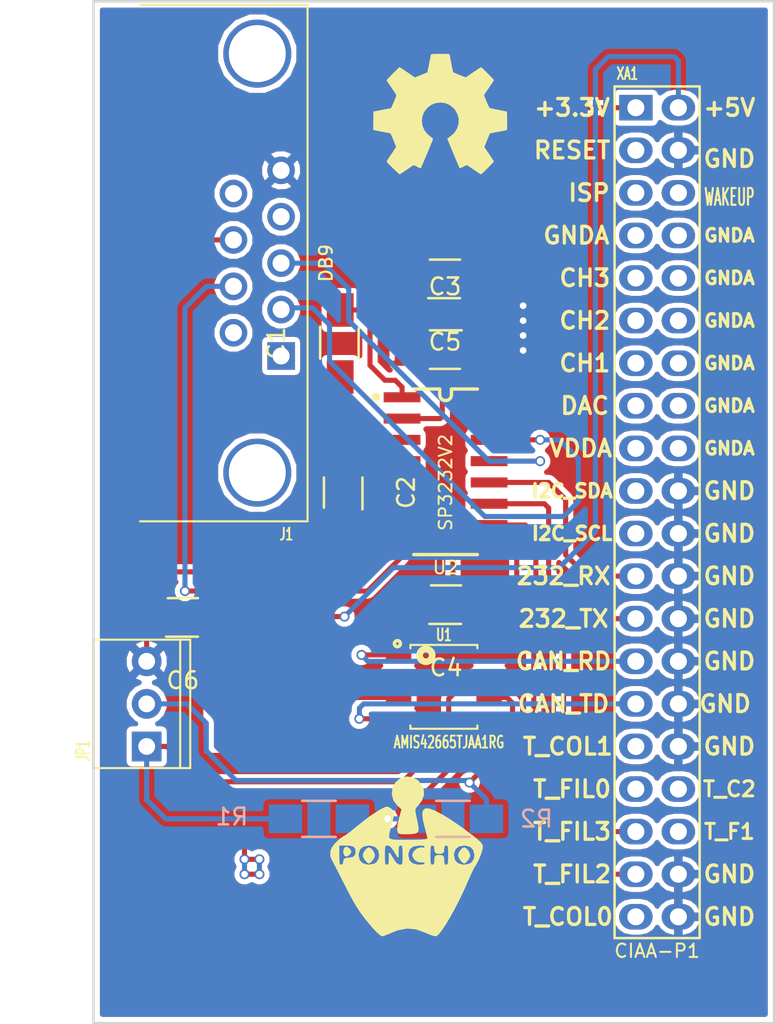
<source format=kicad_pcb>
(kicad_pcb (version 4) (host pcbnew 4.0.0-rc1-stable)

  (general
    (links 44)
    (no_connects 0)
    (area 69.139999 57.074999 109.930001 118.185001)
    (thickness 1.6)
    (drawings 4)
    (tracks 180)
    (zones 0)
    (modules 15)
    (nets 23)
  )

  (page A4)
  (layers
    (0 F.Cu signal)
    (31 B.Cu signal)
    (32 B.Adhes user)
    (33 F.Adhes user)
    (34 B.Paste user)
    (35 F.Paste user)
    (36 B.SilkS user)
    (37 F.SilkS user)
    (38 B.Mask user)
    (39 F.Mask user)
    (40 Dwgs.User user)
    (41 Cmts.User user)
    (42 Eco1.User user)
    (43 Eco2.User user)
    (44 Edge.Cuts user)
    (45 Margin user)
    (46 B.CrtYd user)
    (47 F.CrtYd user)
    (48 B.Fab user)
    (49 F.Fab user)
  )

  (setup
    (last_trace_width 0.3048)
    (user_trace_width 0.3048)
    (trace_clearance 0.2)
    (zone_clearance 0.3048)
    (zone_45_only no)
    (trace_min 0.2)
    (segment_width 0.2)
    (edge_width 0.15)
    (via_size 0.6)
    (via_drill 0.4)
    (via_min_size 0.4)
    (via_min_drill 0.3)
    (user_via 1.27 0.7112)
    (uvia_size 0.3)
    (uvia_drill 0.1)
    (uvias_allowed no)
    (uvia_min_size 0.2)
    (uvia_min_drill 0.1)
    (pcb_text_width 0.3)
    (pcb_text_size 1.5 1.5)
    (mod_edge_width 0.15)
    (mod_text_size 1 1)
    (mod_text_width 0.15)
    (pad_size 1.524 1.524)
    (pad_drill 0.762)
    (pad_to_mask_clearance 0.2)
    (aux_axis_origin 0 0)
    (visible_elements 7FFFFFFF)
    (pcbplotparams
      (layerselection 0x00030_80000001)
      (usegerberextensions false)
      (excludeedgelayer true)
      (linewidth 0.100000)
      (plotframeref false)
      (viasonmask false)
      (mode 1)
      (useauxorigin false)
      (hpglpennumber 1)
      (hpglpenspeed 20)
      (hpglpendiameter 15)
      (hpglpenoverlay 2)
      (psnegative false)
      (psa4output false)
      (plotreference true)
      (plotvalue true)
      (plotinvisibletext false)
      (padsonsilk false)
      (subtractmaskfromsilk false)
      (outputformat 1)
      (mirror false)
      (drillshape 1)
      (scaleselection 1)
      (outputdirectory ""))
  )

  (net 0 "")
  (net 1 "Net-(C1-Pad1)")
  (net 2 "Net-(C1-Pad2)")
  (net 3 "Net-(C2-Pad1)")
  (net 4 "Net-(C2-Pad2)")
  (net 5 GND)
  (net 6 "Net-(C3-Pad2)")
  (net 7 "Net-(C4-Pad1)")
  (net 8 +3.3V)
  (net 9 +5V)
  (net 10 "Net-(J1-Pad2)")
  (net 11 "Net-(J1-Pad3)")
  (net 12 "Net-(J1-Pad7)")
  (net 13 "Net-(J1-Pad8)")
  (net 14 "/conector y can/CAN_P")
  (net 15 "/conector y can/CAN_N")
  (net 16 "Net-(R1-Pad2)")
  (net 17 "/conector y can/CAN_TX")
  (net 18 "/conector y can/CAN_RX")
  (net 19 "/conector y can/TXD")
  (net 20 "/conector y can/RXD")
  (net 21 "/conector y can/CTS")
  (net 22 "/conector y can/RTS")

  (net_class Default "This is the default net class."
    (clearance 0.2)
    (trace_width 0.25)
    (via_dia 0.6)
    (via_drill 0.4)
    (uvia_dia 0.3)
    (uvia_drill 0.1)
    (add_net +3.3V)
    (add_net +5V)
    (add_net "/conector y can/CAN_N")
    (add_net "/conector y can/CAN_P")
    (add_net "/conector y can/CAN_RX")
    (add_net "/conector y can/CAN_TX")
    (add_net "/conector y can/CTS")
    (add_net "/conector y can/RTS")
    (add_net "/conector y can/RXD")
    (add_net "/conector y can/TXD")
    (add_net GND)
    (add_net "Net-(C1-Pad1)")
    (add_net "Net-(C1-Pad2)")
    (add_net "Net-(C2-Pad1)")
    (add_net "Net-(C2-Pad2)")
    (add_net "Net-(C3-Pad2)")
    (add_net "Net-(C4-Pad1)")
    (add_net "Net-(J1-Pad2)")
    (add_net "Net-(J1-Pad3)")
    (add_net "Net-(J1-Pad7)")
    (add_net "Net-(J1-Pad8)")
    (add_net "Net-(R1-Pad2)")
  )

  (module ej2:C_1206_HandSoldering (layer F.Cu) (tedit 565E0A6F) (tstamp 565E2235)
    (at 84.074 86.455 90)
    (path /565DDBC3/565E1970)
    (fp_text reference C2 (at 0 3.81 90) (layer F.SilkS)
      (effects (font (size 1 1) (thickness 0.15)))
    )
    (fp_text value C (at 0 -2.54 90) (layer F.Fab)
      (effects (font (size 1 1) (thickness 0.15)))
    )
    (fp_line (start -0.9 -1.1) (end 0.9 -1.1) (layer F.SilkS) (width 0.15))
    (fp_line (start 0.9 1.2) (end -1 1.2) (layer F.SilkS) (width 0.15))
    (fp_line (start -3.5 -1.3) (end -3.5 1.3) (layer F.CrtYd) (width 0.05))
    (fp_line (start -3.5 1.3) (end 3.5 1.3) (layer F.CrtYd) (width 0.05))
    (fp_line (start 3.5 1.3) (end 3.5 -1.3) (layer F.CrtYd) (width 0.05))
    (fp_line (start 3.5 -1.3) (end -3.5 -1.3) (layer F.CrtYd) (width 0.05))
    (pad 2 smd rect (at 2 0 90) (size 2 1.6) (layers F.Cu F.Paste F.Mask)
      (net 4 "Net-(C2-Pad2)"))
    (pad 1 smd rect (at -2 0 90) (size 2 1.6) (layers F.Cu F.Paste F.Mask)
      (net 3 "Net-(C2-Pad1)"))
    (model ${KIPRJMOD}/ej2.3dshapes/C_1206_HandSoldering.wrl
      (at (xyz 0 0 0))
      (scale (xyz 1 1 1))
      (rotate (xyz 0 0 0))
    )
  )

  (module ej2:SP3232ECN-SOIC16N (layer F.Cu) (tedit 5656340C) (tstamp 565E0AD7)
    (at 90.23858 85.217 270)
    (descr "SMALL OUTLINE INTEGRATED CIRCUIT")
    (tags "SMALL OUTLINE INTEGRATED CIRCUIT")
    (path /565DDBC3/565DECAD)
    (attr smd)
    (fp_text reference U2 (at 5.715 0 360) (layer F.SilkS)
      (effects (font (size 0.762 0.762) (thickness 0.1143)))
    )
    (fp_text value SP3232V2 (at 0.635 0 270) (layer F.SilkS)
      (effects (font (size 0.762 0.762) (thickness 0.1143)))
    )
    (fp_line (start -4.6 0.35) (end -4.9 0.35) (layer F.SilkS) (width 0.2032))
    (fp_line (start -4.6 -0.35) (end -4.9 -0.35) (layer F.SilkS) (width 0.2032))
    (fp_arc (start -4.6 0) (end -4.6 -0.35) (angle 180) (layer F.SilkS) (width 0.2032))
    (fp_circle (center -4.45 4.15) (end -4.35 4.05) (layer F.SilkS) (width 0.254))
    (fp_line (start -4.93776 1.89992) (end -4.93776 0.35) (layer F.SilkS) (width 0.2032))
    (fp_line (start -4.93776 -0.35) (end -4.93776 -1.89992) (layer F.SilkS) (width 0.2032))
    (fp_line (start 4.93776 -1.89992) (end 4.93776 1.39954) (layer F.SilkS) (width 0.2032))
    (fp_line (start 4.93776 1.39954) (end 4.93776 1.89992) (layer F.SilkS) (width 0.2032))
    (pad 1 smd rect (at -4.445 2.59842 270) (size 0.59944 2.19964) (layers F.Cu F.Paste F.Mask)
      (net 1 "Net-(C1-Pad1)"))
    (pad 2 smd rect (at -3.175 2.59842 270) (size 0.59944 2.19964) (layers F.Cu F.Paste F.Mask)
      (net 6 "Net-(C3-Pad2)"))
    (pad 3 smd rect (at -1.905 2.59842 270) (size 0.59944 2.19964) (layers F.Cu F.Paste F.Mask)
      (net 2 "Net-(C1-Pad2)"))
    (pad 4 smd rect (at -0.635 2.59842 270) (size 0.59944 2.19964) (layers F.Cu F.Paste F.Mask)
      (net 4 "Net-(C2-Pad2)"))
    (pad 5 smd rect (at 0.635 2.59842 270) (size 0.59944 2.19964) (layers F.Cu F.Paste F.Mask)
      (net 3 "Net-(C2-Pad1)"))
    (pad 6 smd rect (at 1.905 2.59842 270) (size 0.59944 2.19964) (layers F.Cu F.Paste F.Mask)
      (net 7 "Net-(C4-Pad1)"))
    (pad 7 smd rect (at 3.175 2.59842 270) (size 0.59944 2.19964) (layers F.Cu F.Paste F.Mask)
      (net 13 "Net-(J1-Pad8)"))
    (pad 8 smd rect (at 4.445 2.59842 270) (size 0.59944 2.19964) (layers F.Cu F.Paste F.Mask)
      (net 12 "Net-(J1-Pad7)"))
    (pad 9 smd rect (at 4.445 -2.59842 270) (size 0.59944 2.19964) (layers F.Cu F.Paste F.Mask)
      (net 22 "/conector y can/RTS"))
    (pad 10 smd rect (at 3.175 -2.59842 270) (size 0.59944 2.19964) (layers F.Cu F.Paste F.Mask)
      (net 21 "/conector y can/CTS"))
    (pad 11 smd rect (at 1.905 -2.59842 270) (size 0.59944 2.19964) (layers F.Cu F.Paste F.Mask)
      (net 20 "/conector y can/RXD"))
    (pad 12 smd rect (at 0.635 -2.59842 270) (size 0.59944 2.19964) (layers F.Cu F.Paste F.Mask)
      (net 19 "/conector y can/TXD"))
    (pad 13 smd rect (at -0.635 -2.59842 270) (size 0.59944 2.19964) (layers F.Cu F.Paste F.Mask)
      (net 11 "Net-(J1-Pad3)"))
    (pad 14 smd rect (at -1.905 -2.59842 270) (size 0.59944 2.19964) (layers F.Cu F.Paste F.Mask)
      (net 10 "Net-(J1-Pad2)"))
    (pad 15 smd rect (at -3.175 -2.59842 270) (size 0.59944 2.19964) (layers F.Cu F.Paste F.Mask)
      (net 5 GND))
    (pad 16 smd rect (at -4.445 -2.59842 270) (size 0.59944 2.19964) (layers F.Cu F.Paste F.Mask)
      (net 8 +3.3V))
    (model ${KIPRJMOD}/ej2.3dshapes/so-16.wrl
      (at (xyz 0 0 0))
      (scale (xyz 1 1 1))
      (rotate (xyz 0 0 0))
    )
  )

  (module ej2:DB9_F_TH (layer F.Cu) (tedit 565607B0) (tstamp 565E0543)
    (at 78.994 72.771 90)
    (path /565DDBC3/565E1EEC)
    (fp_text reference J1 (at -16.165 1.735 180) (layer F.SilkS)
      (effects (font (size 0.7112 0.4572) (thickness 0.1143)))
    )
    (fp_text value DB9 (at 0 4.1 90) (layer F.SilkS)
      (effects (font (size 0.762 0.762) (thickness 0.127)))
    )
    (fp_line (start 15.4 3) (end 15.4 -7) (layer F.SilkS) (width 0.127))
    (fp_line (start 15.4 -9.5) (end 15.4 -7) (layer Dwgs.User) (width 0.127))
    (fp_line (start -15.4 3) (end -15.4 -7) (layer F.SilkS) (width 0.127))
    (fp_line (start -15.4 -9.5) (end -15.4 -7) (layer Dwgs.User) (width 0.127))
    (fp_line (start -15.4 -9.1) (end 15.4 -9.1) (layer Dwgs.User) (width 0.127))
    (fp_arc (start -14.2 -14.3) (end -14.2 -14.5) (angle 90) (layer Dwgs.User) (width 0.127))
    (fp_arc (start -13.8 -14.3) (end -14 -14.3) (angle 90) (layer Dwgs.User) (width 0.127))
    (fp_arc (start -10.8 -14.3) (end -11 -14.3) (angle 90) (layer Dwgs.User) (width 0.127))
    (fp_arc (start -11.2 -14.3) (end -11.2 -14.5) (angle 90) (layer Dwgs.User) (width 0.127))
    (fp_arc (start 11.2 -14.3) (end 11 -14.3) (angle 90) (layer Dwgs.User) (width 0.127))
    (fp_arc (start 10.8 -14.3) (end 10.8 -14.5) (angle 90) (layer Dwgs.User) (width 0.127))
    (fp_arc (start 14.2 -14.3) (end 14 -14.3) (angle 90) (layer Dwgs.User) (width 0.127))
    (fp_arc (start 13.8 -14.3) (end 13.8 -14.5) (angle 90) (layer Dwgs.User) (width 0.127))
    (fp_line (start 10 -14.1) (end 10 -9.5) (layer Dwgs.User) (width 0.127))
    (fp_line (start 15 -14.1) (end 15 -9.5) (layer Dwgs.User) (width 0.127))
    (fp_line (start 10.4 -14.5) (end 14.6 -14.5) (layer Dwgs.User) (width 0.127))
    (fp_line (start -15 -14.1) (end -15 -9.5) (layer Dwgs.User) (width 0.127))
    (fp_line (start -10 -14.1) (end -10 -9.5) (layer Dwgs.User) (width 0.127))
    (fp_line (start -14.6 -14.5) (end -10.4 -14.5) (layer Dwgs.User) (width 0.127))
    (fp_arc (start -14.6 -14.1) (end -15 -14.1) (angle 90) (layer Dwgs.User) (width 0.127))
    (fp_arc (start -10.4 -14.1) (end -10.4 -14.5) (angle 90) (layer Dwgs.User) (width 0.127))
    (fp_arc (start 10.4 -14.1) (end 10 -14.1) (angle 90) (layer Dwgs.User) (width 0.127))
    (fp_arc (start 14.6 -14.1) (end 14.6 -14.5) (angle 90) (layer Dwgs.User) (width 0.127))
    (fp_line (start 14 -14.5) (end 14 -9.5) (layer Dwgs.User) (width 0.127))
    (fp_line (start 11 -14.5) (end 11 -9.5) (layer Dwgs.User) (width 0.127))
    (fp_line (start -11 -14.5) (end -11 -9.5) (layer Dwgs.User) (width 0.127))
    (fp_line (start -14 -14.5) (end -14 -9.5) (layer Dwgs.User) (width 0.127))
    (fp_line (start 7.8 -15.3) (end -7.8 -15.3) (layer Dwgs.User) (width 0.127))
    (fp_line (start 8.2 -14.9) (end 8.2 -9.5) (layer Dwgs.User) (width 0.127))
    (fp_line (start -8.2 -14.9) (end -8.2 -9.5) (layer Dwgs.User) (width 0.127))
    (fp_arc (start -7.8 -14.9) (end -8.2 -14.9) (angle 90) (layer Dwgs.User) (width 0.127))
    (fp_arc (start 7.8 -14.9) (end 7.8 -15.3) (angle 90) (layer Dwgs.User) (width 0.127))
    (fp_line (start 15.4 3) (end -15.4 3) (layer F.SilkS) (width 0.127))
    (fp_line (start -15.4 -9.5) (end 15.4 -9.5) (layer Dwgs.User) (width 0.127))
    (pad 1 thru_hole rect (at -5.5372 1.4224 90) (size 1.651 1.651) (drill 1.016) (layers *.Cu *.Mask))
    (pad 2 thru_hole circle (at -2.7686 1.4224 90) (size 1.651 1.651) (drill 1.016) (layers *.Cu *.Mask)
      (net 10 "Net-(J1-Pad2)"))
    (pad 3 thru_hole circle (at 0 1.4224 90) (size 1.651 1.651) (drill 1.016) (layers *.Cu *.Mask)
      (net 11 "Net-(J1-Pad3)"))
    (pad 4 thru_hole circle (at 2.7686 1.4224 90) (size 1.651 1.651) (drill 1.016) (layers *.Cu *.Mask))
    (pad 5 thru_hole circle (at 5.5372 1.4224 90) (size 1.651 1.651) (drill 1.016) (layers *.Cu *.Mask)
      (net 5 GND))
    (pad 6 thru_hole circle (at -4.1529 -1.4224 90) (size 1.651 1.651) (drill 1.016) (layers *.Cu *.Mask))
    (pad 7 thru_hole circle (at -1.3843 -1.4224 90) (size 1.651 1.651) (drill 1.016) (layers *.Cu *.Mask)
      (net 12 "Net-(J1-Pad7)"))
    (pad 8 thru_hole circle (at 1.3843 -1.4224 90) (size 1.651 1.651) (drill 1.016) (layers *.Cu *.Mask)
      (net 13 "Net-(J1-Pad8)"))
    (pad 9 thru_hole circle (at 4.1529 -1.4224 90) (size 1.651 1.651) (drill 1.016) (layers *.Cu *.Mask))
    (pad 10 thru_hole circle (at -12.4968 0 90) (size 4.064 4.064) (drill 3.4) (layers *.Cu *.Mask))
    (pad 11 thru_hole circle (at 12.4968 0 90) (size 4.064 4.064) (drill 3.4) (layers *.Cu *.Mask))
    (model ${KIPRJMOD}/ej2.3dshapes/db_9f.wrl
      (at (xyz 0 0.31 0))
      (scale (xyz 1 1.1 1))
      (rotate (xyz 0 0 180))
    )
  )

  (module ej2:CON_PALETA_3 (layer F.Cu) (tedit 55918D28) (tstamp 565E054F)
    (at 72.39 99.06 90)
    (path /565DDB8B/565DF302)
    (fp_text reference JP1 (at -2.8 -3.8 90) (layer F.SilkS)
      (effects (font (size 0.762 0.4572) (thickness 0.127)))
    )
    (fp_text value CONN_3 (at 0 3.3 90) (layer F.Fab)
      (effects (font (size 0.762 0.4572) (thickness 0.127)))
    )
    (fp_line (start 3.83 -3.2) (end 3.83 2.6) (layer F.SilkS) (width 0.127))
    (fp_line (start -3.83 -3.2) (end 3.83 -3.2) (layer F.SilkS) (width 0.127))
    (fp_line (start -3.83 2.6) (end -3.83 -3.2) (layer F.SilkS) (width 0.127))
    (fp_line (start 3.83 2.6) (end -3.83 2.6) (layer F.SilkS) (width 0.127))
    (fp_line (start 3.83 2) (end -3.83 2) (layer F.SilkS) (width 0.127))
    (pad 1 thru_hole rect (at -2.54 0 90) (size 1.778 1.778) (drill 1) (layers *.Cu *.Mask)
      (net 14 "/conector y can/CAN_P"))
    (pad 2 thru_hole circle (at 0 0 90) (size 1.778 1.778) (drill 1) (layers *.Cu *.Mask)
      (net 15 "/conector y can/CAN_N"))
    (pad 3 thru_hole circle (at 2.54 0 90) (size 1.778 1.778) (drill 1) (layers *.Cu *.Mask)
      (net 5 GND))
    (model ${KIPRJMOD}/ej2.3dshapes/CON_PALETA_3.wrl
      (at (xyz 0 0.012 0))
      (scale (xyz 0.395 0.395 0.395))
      (rotate (xyz 0 0 180))
    )
  )

  (module ej2:R_1206_HandSoldering (layer B.Cu) (tedit 5418A20D) (tstamp 565E055B)
    (at 82.677 105.918)
    (descr "Resistor SMD 1206, hand soldering")
    (tags "resistor 1206")
    (path /565DDB8B/565DF1E5)
    (attr smd)
    (fp_text reference R1 (at -5.207 -0.127) (layer B.SilkS)
      (effects (font (size 1 1) (thickness 0.15)) (justify mirror))
    )
    (fp_text value 60 (at 0 -2.3) (layer B.Fab)
      (effects (font (size 1 1) (thickness 0.15)) (justify mirror))
    )
    (fp_line (start -3.3 1.2) (end 3.3 1.2) (layer B.CrtYd) (width 0.05))
    (fp_line (start -3.3 -1.2) (end 3.3 -1.2) (layer B.CrtYd) (width 0.05))
    (fp_line (start -3.3 1.2) (end -3.3 -1.2) (layer B.CrtYd) (width 0.05))
    (fp_line (start 3.3 1.2) (end 3.3 -1.2) (layer B.CrtYd) (width 0.05))
    (fp_line (start 1 -1.075) (end -1 -1.075) (layer B.SilkS) (width 0.15))
    (fp_line (start -1 1.075) (end 1 1.075) (layer B.SilkS) (width 0.15))
    (pad 1 smd rect (at -2 0) (size 2 1.7) (layers B.Cu B.Paste B.Mask)
      (net 14 "/conector y can/CAN_P"))
    (pad 2 smd rect (at 2 0) (size 2 1.7) (layers B.Cu B.Paste B.Mask)
      (net 16 "Net-(R1-Pad2)"))
    (model Resistors_SMD.3dshapes/R_1206_HandSoldering.wrl
      (at (xyz 0 0 0))
      (scale (xyz 1 1 1))
      (rotate (xyz 0 0 0))
    )
  )

  (module ej2:R_1206_HandSoldering (layer B.Cu) (tedit 5418A20D) (tstamp 565E0567)
    (at 90.678 105.918)
    (descr "Resistor SMD 1206, hand soldering")
    (tags "resistor 1206")
    (path /565DDB8B/565DF26A)
    (attr smd)
    (fp_text reference R2 (at 4.985 0) (layer B.SilkS)
      (effects (font (size 1 1) (thickness 0.15)) (justify mirror))
    )
    (fp_text value 60 (at 0 -2.3) (layer B.Fab)
      (effects (font (size 1 1) (thickness 0.15)) (justify mirror))
    )
    (fp_line (start -3.3 1.2) (end 3.3 1.2) (layer B.CrtYd) (width 0.05))
    (fp_line (start -3.3 -1.2) (end 3.3 -1.2) (layer B.CrtYd) (width 0.05))
    (fp_line (start -3.3 1.2) (end -3.3 -1.2) (layer B.CrtYd) (width 0.05))
    (fp_line (start 3.3 1.2) (end 3.3 -1.2) (layer B.CrtYd) (width 0.05))
    (fp_line (start 1 -1.075) (end -1 -1.075) (layer B.SilkS) (width 0.15))
    (fp_line (start -1 1.075) (end 1 1.075) (layer B.SilkS) (width 0.15))
    (pad 1 smd rect (at -2 0) (size 2 1.7) (layers B.Cu B.Paste B.Mask)
      (net 16 "Net-(R1-Pad2)"))
    (pad 2 smd rect (at 2 0) (size 2 1.7) (layers B.Cu B.Paste B.Mask)
      (net 15 "/conector y can/CAN_N"))
    (model Resistors_SMD.3dshapes/R_1206_HandSoldering.wrl
      (at (xyz 0 0 0))
      (scale (xyz 1 1 1))
      (rotate (xyz 0 0 0))
    )
  )

  (module ej2:Conn_Poncho_Derecha (layer F.Cu) (tedit 565779F5) (tstamp 565E0FE3)
    (at 101.6 63.5)
    (tags "CONN Poncho")
    (path /565DDB8B/565DED6A)
    (fp_text reference XA1 (at -0.508 -2.032) (layer F.SilkS)
      (effects (font (size 0.7112 0.4572) (thickness 0.1143)))
    )
    (fp_text value Conn_Poncho2P_2x_20x2 (at -1.905 51.181) (layer F.SilkS) hide
      (effects (font (size 0.7112 0.4572) (thickness 0.1143)))
    )
    (fp_text user GND (at 5.588 48.26) (layer F.SilkS)
      (effects (font (size 1 1) (thickness 0.2)))
    )
    (fp_text user GND (at 5.588 45.72) (layer F.SilkS)
      (effects (font (size 1 1) (thickness 0.2)))
    )
    (fp_text user T_F1 (at 5.588 43.18) (layer F.SilkS)
      (effects (font (size 0.9 0.9) (thickness 0.18)))
    )
    (fp_text user T_C2 (at 5.588 40.64) (layer F.SilkS)
      (effects (font (size 0.9 0.9) (thickness 0.18)))
    )
    (fp_text user GND (at 5.588 38.1) (layer F.SilkS)
      (effects (font (size 1 1) (thickness 0.2)))
    )
    (fp_text user GND (at 5.334 35.56) (layer F.SilkS)
      (effects (font (size 1 1) (thickness 0.2)))
    )
    (fp_text user GND (at 5.588 33.02) (layer F.SilkS)
      (effects (font (size 1 1) (thickness 0.2)))
    )
    (fp_text user GND (at 5.588 30.48) (layer F.SilkS)
      (effects (font (size 1 1) (thickness 0.2)))
    )
    (fp_text user GND (at 5.588 27.94) (layer F.SilkS)
      (effects (font (size 1 1) (thickness 0.2)))
    )
    (fp_text user GND (at 5.588 25.4) (layer F.SilkS)
      (effects (font (size 1 1) (thickness 0.2)))
    )
    (fp_text user GND (at 5.588 22.86) (layer F.SilkS)
      (effects (font (size 1 1) (thickness 0.2)))
    )
    (fp_text user GNDA (at 5.588 20.32) (layer F.SilkS)
      (effects (font (size 0.76 0.76) (thickness 0.19)))
    )
    (fp_text user GNDA (at 5.588 17.78) (layer F.SilkS)
      (effects (font (size 0.76 0.76) (thickness 0.19)))
    )
    (fp_text user GNDA (at 5.588 15.24) (layer F.SilkS)
      (effects (font (size 0.76 0.76) (thickness 0.19)))
    )
    (fp_text user GNDA (at 5.588 12.7) (layer F.SilkS)
      (effects (font (size 0.76 0.76) (thickness 0.19)))
    )
    (fp_text user GNDA (at 5.588 10.16) (layer F.SilkS)
      (effects (font (size 0.76 0.76) (thickness 0.19)))
    )
    (fp_text user GNDA (at 5.588 7.62) (layer F.SilkS)
      (effects (font (size 0.76 0.76) (thickness 0.19)))
    )
    (fp_text user WAKEUP (at 5.588 5.334) (layer F.SilkS)
      (effects (font (size 1 0.5) (thickness 0.125)))
    )
    (fp_text user GND (at 5.588 3.048) (layer F.SilkS)
      (effects (font (size 1 1) (thickness 0.2)))
    )
    (fp_text user +5V (at 5.588 0) (layer F.SilkS)
      (effects (font (size 1 1) (thickness 0.2)))
    )
    (fp_text user T_COL0 (at -4.064 48.26) (layer F.SilkS)
      (effects (font (size 1 1) (thickness 0.2)))
    )
    (fp_text user T_FIL2 (at -3.81 45.72) (layer F.SilkS)
      (effects (font (size 1 1) (thickness 0.2)))
    )
    (fp_text user T_FIL3 (at -3.81 43.18) (layer F.SilkS)
      (effects (font (size 1 1) (thickness 0.2)))
    )
    (fp_text user T_FIL0 (at -3.81 40.64) (layer F.SilkS)
      (effects (font (size 1 1) (thickness 0.2)))
    )
    (fp_text user T_COL1 (at -4.064 38.1) (layer F.SilkS)
      (effects (font (size 1 1) (thickness 0.2)))
    )
    (fp_text user CAN_TD (at -4.318 35.56) (layer F.SilkS)
      (effects (font (size 1 1) (thickness 0.2)))
    )
    (fp_text user CAN_RD (at -4.318 33.02) (layer F.SilkS)
      (effects (font (size 1 1) (thickness 0.2)))
    )
    (fp_text user 232_TX (at -4.318 30.48) (layer F.SilkS)
      (effects (font (size 1 1) (thickness 0.2)))
    )
    (fp_text user 232_RX (at -4.318 27.94) (layer F.SilkS)
      (effects (font (size 1 1) (thickness 0.2)))
    )
    (fp_text user I2C_SCL (at -3.81 25.4) (layer F.SilkS)
      (effects (font (size 0.8 0.8) (thickness 0.2)))
    )
    (fp_text user I2C_SDA (at -3.81 22.86) (layer F.SilkS)
      (effects (font (size 0.8 0.8) (thickness 0.2)))
    )
    (fp_text user VDDA (at -3.302 20.32) (layer F.SilkS)
      (effects (font (size 1 1) (thickness 0.2)))
    )
    (fp_text user DAC (at -3.048 17.78) (layer F.SilkS)
      (effects (font (size 1 1) (thickness 0.2)))
    )
    (fp_text user CH1 (at -3.048 15.24) (layer F.SilkS)
      (effects (font (size 1 1) (thickness 0.2)))
    )
    (fp_text user CH2 (at -3.048 12.7) (layer F.SilkS)
      (effects (font (size 1 1) (thickness 0.2)))
    )
    (fp_text user CH3 (at -3.048 10.16) (layer F.SilkS)
      (effects (font (size 1 1) (thickness 0.2)))
    )
    (fp_text user GNDA (at -3.556 7.62) (layer F.SilkS)
      (effects (font (size 1 1) (thickness 0.2)))
    )
    (fp_text user ISP (at -2.794 5.08) (layer F.SilkS)
      (effects (font (size 1 1) (thickness 0.2)))
    )
    (fp_text user RESET (at -3.81 2.54) (layer F.SilkS)
      (effects (font (size 1 1) (thickness 0.2)))
    )
    (fp_text user CIAA-P1 (at 1.27 50.292) (layer F.SilkS)
      (effects (font (size 0.8 0.8) (thickness 0.12)))
    )
    (fp_text user +3.3V (at -3.81 0) (layer F.SilkS)
      (effects (font (size 1 1) (thickness 0.2)))
    )
    (fp_line (start -1.27 49.53) (end -1.27 -1.27) (layer F.SilkS) (width 0.15))
    (fp_line (start 3.81 49.53) (end 3.81 -1.27) (layer F.SilkS) (width 0.15))
    (fp_line (start 3.81 49.53) (end -1.27 49.53) (layer F.SilkS) (width 0.15))
    (fp_line (start 3.81 -1.27) (end -1.27 -1.27) (layer F.SilkS) (width 0.15))
    (pad 1 thru_hole rect (at 0 0 270) (size 1.524 2) (drill 1.016) (layers *.Cu *.Mask)
      (net 8 +3.3V))
    (pad 2 thru_hole oval (at 2.54 0 270) (size 1.524 2) (drill 1.016) (layers *.Cu *.Mask)
      (net 9 +5V))
    (pad 11 thru_hole oval (at 0 12.7 270) (size 1.524 2) (drill 1.016) (layers *.Cu *.Mask))
    (pad 4 thru_hole oval (at 2.54 2.54 270) (size 1.524 2) (drill 1.016) (layers *.Cu *.Mask)
      (net 5 GND))
    (pad 13 thru_hole oval (at 0 15.24 270) (size 1.524 2) (drill 1.016) (layers *.Cu *.Mask))
    (pad 6 thru_hole oval (at 2.54 5.08 270) (size 1.524 2) (drill 1.016) (layers *.Cu *.Mask))
    (pad 15 thru_hole oval (at 0 17.78 270) (size 1.524 2) (drill 1.016) (layers *.Cu *.Mask))
    (pad 8 thru_hole oval (at 2.54 7.62 270) (size 1.524 2) (drill 1.016) (layers *.Cu *.Mask))
    (pad 17 thru_hole oval (at 0 20.32 270) (size 1.524 2) (drill 1.016) (layers *.Cu *.Mask))
    (pad 10 thru_hole oval (at 2.54 10.16 270) (size 1.524 2) (drill 1.016) (layers *.Cu *.Mask))
    (pad 19 thru_hole oval (at 0 22.86 270) (size 1.524 2) (drill 1.016) (layers *.Cu *.Mask))
    (pad 12 thru_hole oval (at 2.54 12.7 270) (size 1.524 2) (drill 1.016) (layers *.Cu *.Mask))
    (pad 21 thru_hole oval (at 0 25.4 270) (size 1.524 2) (drill 1.016) (layers *.Cu *.Mask))
    (pad 14 thru_hole oval (at 2.54 15.24 270) (size 1.524 2) (drill 1.016) (layers *.Cu *.Mask))
    (pad 23 thru_hole oval (at 0 27.94 270) (size 1.524 2) (drill 1.016) (layers *.Cu *.Mask)
      (net 19 "/conector y can/TXD"))
    (pad 16 thru_hole oval (at 2.54 17.78 270) (size 1.524 2) (drill 1.016) (layers *.Cu *.Mask))
    (pad 25 thru_hole oval (at 0 30.48 270) (size 1.524 2) (drill 1.016) (layers *.Cu *.Mask)
      (net 20 "/conector y can/RXD"))
    (pad 18 thru_hole oval (at 2.54 20.32 270) (size 1.524 2) (drill 1.016) (layers *.Cu *.Mask))
    (pad 27 thru_hole oval (at 0 33.02 270) (size 1.524 2) (drill 1.016) (layers *.Cu *.Mask)
      (net 17 "/conector y can/CAN_TX"))
    (pad 20 thru_hole oval (at 2.54 22.86 270) (size 1.524 2) (drill 1.016) (layers *.Cu *.Mask)
      (net 5 GND))
    (pad 29 thru_hole oval (at 0 35.56 270) (size 1.524 2) (drill 1.016) (layers *.Cu *.Mask)
      (net 18 "/conector y can/CAN_RX"))
    (pad 22 thru_hole oval (at 2.54 25.4 270) (size 1.524 2) (drill 1.016) (layers *.Cu *.Mask)
      (net 5 GND))
    (pad 31 thru_hole oval (at 0 38.1 270) (size 1.524 2) (drill 1.016) (layers *.Cu *.Mask))
    (pad 24 thru_hole oval (at 2.54 27.94 270) (size 1.524 2) (drill 1.016) (layers *.Cu *.Mask)
      (net 5 GND))
    (pad 26 thru_hole oval (at 2.54 30.48 270) (size 1.524 2) (drill 1.016) (layers *.Cu *.Mask)
      (net 5 GND))
    (pad 33 thru_hole oval (at 0 40.64 270) (size 1.524 2) (drill 1.016) (layers *.Cu *.Mask))
    (pad 28 thru_hole oval (at 2.54 33.02 270) (size 1.524 2) (drill 1.016) (layers *.Cu *.Mask)
      (net 5 GND))
    (pad 32 thru_hole oval (at 2.54 38.1 270) (size 1.524 2) (drill 1.016) (layers *.Cu *.Mask)
      (net 5 GND))
    (pad 34 thru_hole oval (at 2.54 40.64 270) (size 1.524 2) (drill 1.016) (layers *.Cu *.Mask))
    (pad 36 thru_hole oval (at 2.54 43.18 270) (size 1.524 2) (drill 1.016) (layers *.Cu *.Mask))
    (pad 38 thru_hole oval (at 2.54 45.72 270) (size 1.524 2) (drill 1.016) (layers *.Cu *.Mask)
      (net 5 GND))
    (pad 35 thru_hole oval (at 0 43.18 270) (size 1.524 2) (drill 1.016) (layers *.Cu *.Mask)
      (net 21 "/conector y can/CTS"))
    (pad 37 thru_hole oval (at 0 45.72 270) (size 1.524 2) (drill 1.016) (layers *.Cu *.Mask)
      (net 22 "/conector y can/RTS"))
    (pad 3 thru_hole oval (at 0 2.54 270) (size 1.524 2) (drill 1.016) (layers *.Cu *.Mask))
    (pad 5 thru_hole oval (at 0 5.08 270) (size 1.524 2) (drill 1.016) (layers *.Cu *.Mask))
    (pad 7 thru_hole oval (at 0 7.62 270) (size 1.524 2) (drill 1.016) (layers *.Cu *.Mask))
    (pad 9 thru_hole oval (at 0 10.16 270) (size 1.524 2) (drill 1.016) (layers *.Cu *.Mask))
    (pad 39 thru_hole oval (at 0 48.26 270) (size 1.524 2) (drill 1.016) (layers *.Cu *.Mask))
    (pad 40 thru_hole oval (at 2.54 48.26 270) (size 1.524 2) (drill 1.016) (layers *.Cu *.Mask)
      (net 5 GND))
    (pad 30 thru_hole oval (at 2.54 35.56 270) (size 1.524 2) (drill 1.016) (layers *.Cu *.Mask)
      (net 5 GND))
    (model ${KIPRJMOD}/ej2.3dshapes/pin_strip_20x2.wrl
      (at (xyz 0.05 -0.95 -0.063))
      (scale (xyz 1 1 1))
      (rotate (xyz 180 0 90))
    )
  )

  (module ej2:C_1206_HandSoldering (layer F.Cu) (tedit 565E0A6F) (tstamp 565E222A)
    (at 83.947 77.565 270)
    (path /565DDBC3/565E181B)
    (fp_text reference C1 (at 0 3.81 270) (layer F.SilkS)
      (effects (font (size 1 1) (thickness 0.15)))
    )
    (fp_text value C (at 0 -2.54 270) (layer F.Fab)
      (effects (font (size 1 1) (thickness 0.15)))
    )
    (fp_line (start -0.9 -1.1) (end 0.9 -1.1) (layer F.SilkS) (width 0.15))
    (fp_line (start 0.9 1.2) (end -1 1.2) (layer F.SilkS) (width 0.15))
    (fp_line (start -3.5 -1.3) (end -3.5 1.3) (layer F.CrtYd) (width 0.05))
    (fp_line (start -3.5 1.3) (end 3.5 1.3) (layer F.CrtYd) (width 0.05))
    (fp_line (start 3.5 1.3) (end 3.5 -1.3) (layer F.CrtYd) (width 0.05))
    (fp_line (start 3.5 -1.3) (end -3.5 -1.3) (layer F.CrtYd) (width 0.05))
    (pad 2 smd rect (at 2 0 270) (size 2 1.6) (layers F.Cu F.Paste F.Mask)
      (net 2 "Net-(C1-Pad2)"))
    (pad 1 smd rect (at -2 0 270) (size 2 1.6) (layers F.Cu F.Paste F.Mask)
      (net 1 "Net-(C1-Pad1)"))
    (model ${KIPRJMOD}/ej2.3dshapes/C_1206_HandSoldering.wrl
      (at (xyz 0 0 0))
      (scale (xyz 1 1 1))
      (rotate (xyz 0 0 0))
    )
  )

  (module ej2:C_1206_HandSoldering (layer F.Cu) (tedit 565E0A6F) (tstamp 565E2240)
    (at 90.202 77.978 180)
    (path /565DDBC3/565E1A37)
    (fp_text reference C3 (at 0 3.81 180) (layer F.SilkS)
      (effects (font (size 1 1) (thickness 0.15)))
    )
    (fp_text value C (at 0 -2.54 180) (layer F.Fab)
      (effects (font (size 1 1) (thickness 0.15)))
    )
    (fp_line (start -0.9 -1.1) (end 0.9 -1.1) (layer F.SilkS) (width 0.15))
    (fp_line (start 0.9 1.2) (end -1 1.2) (layer F.SilkS) (width 0.15))
    (fp_line (start -3.5 -1.3) (end -3.5 1.3) (layer F.CrtYd) (width 0.05))
    (fp_line (start -3.5 1.3) (end 3.5 1.3) (layer F.CrtYd) (width 0.05))
    (fp_line (start 3.5 1.3) (end 3.5 -1.3) (layer F.CrtYd) (width 0.05))
    (fp_line (start 3.5 -1.3) (end -3.5 -1.3) (layer F.CrtYd) (width 0.05))
    (pad 2 smd rect (at 2 0 180) (size 2 1.6) (layers F.Cu F.Paste F.Mask)
      (net 6 "Net-(C3-Pad2)"))
    (pad 1 smd rect (at -2 0 180) (size 2 1.6) (layers F.Cu F.Paste F.Mask)
      (net 5 GND))
    (model ${KIPRJMOD}/ej2.3dshapes/C_1206_HandSoldering.wrl
      (at (xyz 0 0 0))
      (scale (xyz 1 1 1))
      (rotate (xyz 0 0 0))
    )
  )

  (module ej2:C_1206_HandSoldering (layer F.Cu) (tedit 565E0A6F) (tstamp 565E224B)
    (at 90.265 93.091)
    (path /565DDBC3/565E1BFF)
    (fp_text reference C4 (at 0 3.81) (layer F.SilkS)
      (effects (font (size 1 1) (thickness 0.15)))
    )
    (fp_text value C (at 0 -2.54) (layer F.Fab)
      (effects (font (size 1 1) (thickness 0.15)))
    )
    (fp_line (start -0.9 -1.1) (end 0.9 -1.1) (layer F.SilkS) (width 0.15))
    (fp_line (start 0.9 1.2) (end -1 1.2) (layer F.SilkS) (width 0.15))
    (fp_line (start -3.5 -1.3) (end -3.5 1.3) (layer F.CrtYd) (width 0.05))
    (fp_line (start -3.5 1.3) (end 3.5 1.3) (layer F.CrtYd) (width 0.05))
    (fp_line (start 3.5 1.3) (end 3.5 -1.3) (layer F.CrtYd) (width 0.05))
    (fp_line (start 3.5 -1.3) (end -3.5 -1.3) (layer F.CrtYd) (width 0.05))
    (pad 2 smd rect (at 2 0) (size 2 1.6) (layers F.Cu F.Paste F.Mask)
      (net 5 GND))
    (pad 1 smd rect (at -2 0) (size 2 1.6) (layers F.Cu F.Paste F.Mask)
      (net 7 "Net-(C4-Pad1)"))
    (model ${KIPRJMOD}/ej2.3dshapes/C_1206_HandSoldering.wrl
      (at (xyz 0 0 0))
      (scale (xyz 1 1 1))
      (rotate (xyz 0 0 0))
    )
  )

  (module ej2:C_1206_HandSoldering (layer F.Cu) (tedit 565E0A6F) (tstamp 565E2256)
    (at 90.202 73.66)
    (path /565DDBC3/565E243B)
    (fp_text reference C5 (at 0 3.81 180) (layer F.SilkS)
      (effects (font (size 1 1) (thickness 0.15)))
    )
    (fp_text value C (at 0 -2.54) (layer F.Fab)
      (effects (font (size 1 1) (thickness 0.15)))
    )
    (fp_line (start -0.9 -1.1) (end 0.9 -1.1) (layer F.SilkS) (width 0.15))
    (fp_line (start 0.9 1.2) (end -1 1.2) (layer F.SilkS) (width 0.15))
    (fp_line (start -3.5 -1.3) (end -3.5 1.3) (layer F.CrtYd) (width 0.05))
    (fp_line (start -3.5 1.3) (end 3.5 1.3) (layer F.CrtYd) (width 0.05))
    (fp_line (start 3.5 1.3) (end 3.5 -1.3) (layer F.CrtYd) (width 0.05))
    (fp_line (start 3.5 -1.3) (end -3.5 -1.3) (layer F.CrtYd) (width 0.05))
    (pad 2 smd rect (at 2 0) (size 2 1.6) (layers F.Cu F.Paste F.Mask)
      (net 5 GND))
    (pad 1 smd rect (at -2 0) (size 2 1.6) (layers F.Cu F.Paste F.Mask)
      (net 8 +3.3V))
    (model ${KIPRJMOD}/ej2.3dshapes/R_1206_HandSoldering.wrl
      (at (xyz 0 0 0))
      (scale (xyz 1 1 1))
      (rotate (xyz 0 0 0))
    )
  )

  (module ej2:C_1206_HandSoldering (layer F.Cu) (tedit 565E0A6F) (tstamp 565E2261)
    (at 74.549 93.853)
    (path /565DDB8B/565DFBAA)
    (fp_text reference C6 (at 0 3.81) (layer F.SilkS)
      (effects (font (size 1 1) (thickness 0.15)))
    )
    (fp_text value 100uF (at 0 -2.54 180) (layer F.Fab)
      (effects (font (size 1 1) (thickness 0.15)))
    )
    (fp_line (start -0.9 -1.1) (end 0.9 -1.1) (layer F.SilkS) (width 0.15))
    (fp_line (start 0.9 1.2) (end -1 1.2) (layer F.SilkS) (width 0.15))
    (fp_line (start -3.5 -1.3) (end -3.5 1.3) (layer F.CrtYd) (width 0.05))
    (fp_line (start -3.5 1.3) (end 3.5 1.3) (layer F.CrtYd) (width 0.05))
    (fp_line (start 3.5 1.3) (end 3.5 -1.3) (layer F.CrtYd) (width 0.05))
    (fp_line (start 3.5 -1.3) (end -3.5 -1.3) (layer F.CrtYd) (width 0.05))
    (pad 2 smd rect (at 2 0) (size 2 1.6) (layers F.Cu F.Paste F.Mask)
      (net 9 +5V))
    (pad 1 smd rect (at -2 0) (size 2 1.6) (layers F.Cu F.Paste F.Mask)
      (net 5 GND))
    (model ${KIPRJMOD}/ej2.3dshapes/C_1206_HandSoldering.wrl
      (at (xyz 0 0 0))
      (scale (xyz 1 1 1))
      (rotate (xyz 0 0 0))
    )
  )

  (module ej2:SOIC-8 (layer F.Cu) (tedit 53B412FC) (tstamp 565E2732)
    (at 90.137 98.044)
    (descr SO-8)
    (path /565DDB8B/565DF7F6)
    (fp_text reference U1 (at 0 -3.1) (layer F.SilkS)
      (effects (font (size 0.7112 0.4572) (thickness 0.1143)))
    )
    (fp_text value AMIS42665TJAA1RG (at 0.3 3.3) (layer F.SilkS)
      (effects (font (size 0.7112 0.4572) (thickness 0.1143)))
    )
    (fp_line (start -2 -2.5) (end -2 -2.3) (layer F.SilkS) (width 0.127))
    (fp_line (start -2 2.5) (end -2 2.3) (layer F.SilkS) (width 0.127))
    (fp_line (start 2 2.5) (end 2 2.3) (layer F.SilkS) (width 0.127))
    (fp_line (start 2 -2.5) (end 2 -2.3) (layer F.SilkS) (width 0.127))
    (fp_circle (center -2.7746 -2.5764) (end -2.8 -2.5) (layer F.SilkS) (width 0.2032))
    (fp_line (start 2 -2.5) (end -2 -2.5) (layer F.SilkS) (width 0.127))
    (fp_line (start -2 2.5) (end 2 2.5) (layer F.SilkS) (width 0.127))
    (fp_circle (center -1.0746 -1.8764) (end -1.1 -1.7) (layer F.SilkS) (width 0.4))
    (pad 1 smd rect (at -2.7 -1.905 270) (size 0.6 1.52) (layers F.Cu F.Paste F.Mask)
      (net 17 "/conector y can/CAN_TX"))
    (pad 2 smd rect (at -2.7 -0.635 270) (size 0.6 1.52) (layers F.Cu F.Paste F.Mask)
      (net 5 GND))
    (pad 3 smd rect (at -2.7 0.635 270) (size 0.6 1.52) (layers F.Cu F.Paste F.Mask)
      (net 9 +5V))
    (pad 4 smd rect (at -2.7 1.905 270) (size 0.6 1.52) (layers F.Cu F.Paste F.Mask)
      (net 18 "/conector y can/CAN_RX"))
    (pad 5 smd rect (at 2.7 1.905 270) (size 0.6 1.52) (layers F.Cu F.Paste F.Mask)
      (net 16 "Net-(R1-Pad2)"))
    (pad 6 smd rect (at 2.7 0.635 270) (size 0.6 1.52) (layers F.Cu F.Paste F.Mask)
      (net 15 "/conector y can/CAN_N"))
    (pad 7 smd rect (at 2.7 -0.635 270) (size 0.6 1.52) (layers F.Cu F.Paste F.Mask)
      (net 14 "/conector y can/CAN_P"))
    (pad 8 smd rect (at 2.7 -1.905 270) (size 0.6 1.52) (layers F.Cu F.Paste F.Mask)
      (net 5 GND))
    (model ${KIPRJMOD}/ej2.3dshapes/so-8.wrl
      (at (xyz 0 0 0))
      (scale (xyz 1 1 1))
      (rotate (xyz 0 0 90))
    )
  )

  (module ej2:Logo_OSHWA (layer F.Cu) (tedit 560D8B85) (tstamp 565EEE45)
    (at 89.916 63.881)
    (fp_text reference G101 (at 0 4.2418) (layer F.SilkS) hide
      (effects (font (size 0.7112 0.4572) (thickness 0.1143)))
    )
    (fp_text value Logo_OSHWA (at 0 -4.2418) (layer F.SilkS) hide
      (effects (font (size 0.36322 0.36322) (thickness 0.07112)))
    )
    (fp_poly (pts (xy -2.42316 3.59156) (xy -2.38252 3.57124) (xy -2.28854 3.51282) (xy -2.15392 3.42392)
      (xy -1.99644 3.31978) (xy -1.83896 3.21056) (xy -1.70942 3.1242) (xy -1.61798 3.06578)
      (xy -1.57988 3.04546) (xy -1.55956 3.05054) (xy -1.48336 3.08864) (xy -1.37414 3.14452)
      (xy -1.31064 3.17754) (xy -1.21158 3.22072) (xy -1.16078 3.23088) (xy -1.15316 3.21564)
      (xy -1.11506 3.13944) (xy -1.05918 3.00736) (xy -0.98298 2.83464) (xy -0.89662 2.63144)
      (xy -0.80264 2.413) (xy -0.7112 2.18948) (xy -0.6223 1.97612) (xy -0.54356 1.78562)
      (xy -0.48006 1.63068) (xy -0.43942 1.52146) (xy -0.42418 1.47574) (xy -0.42926 1.46558)
      (xy -0.48006 1.41732) (xy -0.56642 1.35128) (xy -0.75692 1.19634) (xy -0.94234 0.96266)
      (xy -1.05664 0.6985) (xy -1.09474 0.40386) (xy -1.06172 0.13208) (xy -0.95504 -0.12954)
      (xy -0.77216 -0.36576) (xy -0.55118 -0.54102) (xy -0.2921 -0.65278) (xy 0 -0.68834)
      (xy 0.2794 -0.65786) (xy 0.5461 -0.55118) (xy 0.78232 -0.37084) (xy 0.88138 -0.25654)
      (xy 1.01854 -0.01778) (xy 1.09728 0.23876) (xy 1.1049 0.30226) (xy 1.09474 0.5842)
      (xy 1.01092 0.85344) (xy 0.8636 1.09474) (xy 0.65786 1.29032) (xy 0.62992 1.31064)
      (xy 0.53594 1.38176) (xy 0.47244 1.43002) (xy 0.42164 1.47066) (xy 0.77978 2.33172)
      (xy 0.83566 2.46888) (xy 0.93472 2.7051) (xy 1.02108 2.9083) (xy 1.08966 3.06832)
      (xy 1.13792 3.17754) (xy 1.15824 3.22072) (xy 1.16078 3.22326) (xy 1.19126 3.22834)
      (xy 1.2573 3.20294) (xy 1.37668 3.14452) (xy 1.45796 3.10388) (xy 1.5494 3.0607)
      (xy 1.59004 3.04546) (xy 1.6256 3.06324) (xy 1.71196 3.12166) (xy 1.8415 3.20548)
      (xy 1.9939 3.30962) (xy 2.14122 3.41122) (xy 2.27584 3.50012) (xy 2.3749 3.56108)
      (xy 2.42316 3.58902) (xy 2.43078 3.58902) (xy 2.47142 3.56362) (xy 2.55016 3.50012)
      (xy 2.667 3.38836) (xy 2.8321 3.2258) (xy 2.8575 3.2004) (xy 2.99466 3.0607)
      (xy 3.10642 2.94386) (xy 3.18008 2.86258) (xy 3.20548 2.82448) (xy 3.20548 2.82448)
      (xy 3.18262 2.77622) (xy 3.11912 2.6797) (xy 3.03022 2.54254) (xy 2.921 2.38252)
      (xy 2.63652 1.9685) (xy 2.794 1.57734) (xy 2.84226 1.45796) (xy 2.90322 1.31318)
      (xy 2.9464 1.20904) (xy 2.9718 1.16332) (xy 3.01244 1.14808) (xy 3.12166 1.12268)
      (xy 3.2766 1.08966) (xy 3.45948 1.05664) (xy 3.63728 1.02362) (xy 3.7973 0.99314)
      (xy 3.9116 0.97028) (xy 3.9624 0.96012) (xy 3.9751 0.9525) (xy 3.98526 0.9271)
      (xy 3.99288 0.87376) (xy 3.99542 0.77724) (xy 3.99796 0.62484) (xy 3.99796 0.40386)
      (xy 3.99796 0.381) (xy 3.99542 0.17018) (xy 3.99288 0.00254) (xy 3.9878 -0.10668)
      (xy 3.98018 -0.14986) (xy 3.98018 -0.14986) (xy 3.92938 -0.16256) (xy 3.81762 -0.18542)
      (xy 3.6576 -0.21844) (xy 3.4671 -0.254) (xy 3.45694 -0.25654) (xy 3.26644 -0.2921)
      (xy 3.10896 -0.32512) (xy 2.9972 -0.35052) (xy 2.95148 -0.36576) (xy 2.94132 -0.37846)
      (xy 2.90322 -0.45212) (xy 2.84734 -0.56896) (xy 2.78638 -0.71374) (xy 2.72288 -0.86106)
      (xy 2.66954 -0.99568) (xy 2.63398 -1.09474) (xy 2.62382 -1.14046) (xy 2.62382 -1.14046)
      (xy 2.65176 -1.18618) (xy 2.7178 -1.28524) (xy 2.80924 -1.41986) (xy 2.921 -1.58242)
      (xy 2.92862 -1.59512) (xy 3.03784 -1.75514) (xy 3.12674 -1.88976) (xy 3.18516 -1.98628)
      (xy 3.20548 -2.02946) (xy 3.20548 -2.032) (xy 3.16992 -2.08026) (xy 3.08864 -2.16916)
      (xy 2.9718 -2.29108) (xy 2.8321 -2.43332) (xy 2.78638 -2.4765) (xy 2.63144 -2.6289)
      (xy 2.52476 -2.72796) (xy 2.45618 -2.7813) (xy 2.42316 -2.794) (xy 2.42316 -2.79146)
      (xy 2.3749 -2.76352) (xy 2.2733 -2.69748) (xy 2.13614 -2.6035) (xy 1.97358 -2.49428)
      (xy 1.96342 -2.48666) (xy 1.8034 -2.37744) (xy 1.67132 -2.28854) (xy 1.5748 -2.22504)
      (xy 1.53416 -2.19964) (xy 1.52654 -2.19964) (xy 1.46304 -2.21996) (xy 1.34874 -2.25806)
      (xy 1.20904 -2.31394) (xy 1.06172 -2.37236) (xy 0.9271 -2.42824) (xy 0.8255 -2.4765)
      (xy 0.77724 -2.5019) (xy 0.77724 -2.50444) (xy 0.75946 -2.56286) (xy 0.73152 -2.68224)
      (xy 0.6985 -2.84734) (xy 0.6604 -3.04292) (xy 0.65532 -3.0734) (xy 0.61976 -3.2639)
      (xy 0.58928 -3.42138) (xy 0.56642 -3.5306) (xy 0.55372 -3.57632) (xy 0.52832 -3.5814)
      (xy 0.43434 -3.58902) (xy 0.2921 -3.59156) (xy 0.11938 -3.5941) (xy -0.06096 -3.59156)
      (xy -0.23622 -3.58902) (xy -0.38862 -3.58394) (xy -0.4953 -3.57632) (xy -0.54102 -3.56616)
      (xy -0.54356 -3.56362) (xy -0.5588 -3.5052) (xy -0.5842 -3.38582) (xy -0.61976 -3.22072)
      (xy -0.65786 -3.0226) (xy -0.66294 -2.98958) (xy -0.6985 -2.79908) (xy -0.73152 -2.64414)
      (xy -0.75438 -2.53492) (xy -0.76708 -2.49428) (xy -0.78232 -2.48412) (xy -0.86106 -2.4511)
      (xy -0.98806 -2.39776) (xy -1.14808 -2.33426) (xy -1.51384 -2.1844) (xy -1.96088 -2.49428)
      (xy -2.00406 -2.52222) (xy -2.16408 -2.63144) (xy -2.2987 -2.72034) (xy -2.39014 -2.77876)
      (xy -2.42824 -2.80162) (xy -2.43078 -2.79908) (xy -2.4765 -2.76098) (xy -2.5654 -2.67716)
      (xy -2.68732 -2.55778) (xy -2.82702 -2.41808) (xy -2.93116 -2.31394) (xy -3.05562 -2.18694)
      (xy -3.13436 -2.10312) (xy -3.17754 -2.04724) (xy -3.19278 -2.01422) (xy -3.1877 -1.9939)
      (xy -3.15976 -1.94818) (xy -3.09372 -1.84912) (xy -3.00228 -1.71196) (xy -2.89306 -1.55448)
      (xy -2.80162 -1.41986) (xy -2.7051 -1.27) (xy -2.6416 -1.16332) (xy -2.61874 -1.10998)
      (xy -2.62382 -1.08712) (xy -2.65684 -1.00076) (xy -2.71018 -0.86614) (xy -2.77622 -0.70866)
      (xy -2.9337 -0.35306) (xy -3.16738 -0.30988) (xy -3.30708 -0.28194) (xy -3.5052 -0.24384)
      (xy -3.69316 -0.20828) (xy -3.9878 -0.14986) (xy -3.99796 0.93218) (xy -3.95224 0.9525)
      (xy -3.90906 0.9652) (xy -3.79984 0.98806) (xy -3.6449 1.01854) (xy -3.45948 1.0541)
      (xy -3.30454 1.08458) (xy -3.14452 1.11252) (xy -3.03276 1.13538) (xy -2.98196 1.14554)
      (xy -2.96926 1.16332) (xy -2.92862 1.23952) (xy -2.87274 1.36144) (xy -2.81178 1.50876)
      (xy -2.74828 1.65862) (xy -2.6924 1.79832) (xy -2.65176 1.905) (xy -2.63906 1.96088)
      (xy -2.65938 2.00406) (xy -2.72034 2.0955) (xy -2.8067 2.22758) (xy -2.91338 2.38506)
      (xy -3.0226 2.54254) (xy -3.1115 2.67716) (xy -3.175 2.77368) (xy -3.2004 2.81686)
      (xy -3.1877 2.84734) (xy -3.12674 2.92354) (xy -3.00736 3.04546) (xy -2.8321 3.22072)
      (xy -2.80162 3.24866) (xy -2.66192 3.38328) (xy -2.54254 3.4925) (xy -2.46126 3.56616)
      (xy -2.42316 3.59156)) (layer F.SilkS) (width 0.00254))
  )

  (module ej2:Logo_Poncho (layer F.Cu) (tedit 560DAFF4) (tstamp 565EF008)
    (at 87.884 108.204)
    (fp_text reference G*** (at 0.127 5.588) (layer F.SilkS) hide
      (effects (font (thickness 0.3)))
    )
    (fp_text value LOGO (at 0.762 7.493) (layer F.SilkS) hide
      (effects (font (thickness 0.3)))
    )
    (fp_poly (pts (xy 4.535714 -0.627021) (xy 4.498746 -0.420109) (xy 4.405012 -0.1352) (xy 4.280272 0.162897)
      (xy 4.150281 0.409374) (xy 4.123376 0.447413) (xy 4.123376 -0.123701) (xy 4.058326 -0.436938)
      (xy 3.869112 -0.644378) (xy 3.564639 -0.737671) (xy 3.463636 -0.742208) (xy 3.129516 -0.681223)
      (xy 2.908248 -0.503835) (xy 2.808734 -0.218392) (xy 2.803896 -0.123701) (xy 2.868946 0.189536)
      (xy 3.058159 0.396975) (xy 3.362633 0.490269) (xy 3.463636 0.494805) (xy 3.797606 0.436492)
      (xy 3.958441 0.32987) (xy 4.092315 0.09203) (xy 4.123376 -0.123701) (xy 4.123376 0.447413)
      (xy 4.089856 0.494805) (xy 4.013749 0.621925) (xy 3.89522 0.861365) (xy 3.753792 1.172585)
      (xy 3.672876 1.360714) (xy 3.421635 1.929272) (xy 3.149718 2.496808) (xy 2.869494 3.041693)
      (xy 2.593334 3.542296) (xy 2.556493 3.603955) (xy 2.556493 -0.123701) (xy 2.552598 -0.439936)
      (xy 2.534834 -0.625484) (xy 2.494089 -0.714524) (xy 2.421247 -0.741238) (xy 2.391558 -0.742208)
      (xy 2.270831 -0.703329) (xy 2.228325 -0.558669) (xy 2.226623 -0.494805) (xy 2.206189 -0.31957)
      (xy 2.109798 -0.254982) (xy 1.97922 -0.247402) (xy 1.803985 -0.267837) (xy 1.739397 -0.364227)
      (xy 1.731818 -0.494805) (xy 1.705898 -0.675896) (xy 1.609459 -0.739655) (xy 1.566883 -0.742208)
      (xy 1.482553 -0.727599) (xy 1.433074 -0.660988) (xy 1.40933 -0.508193) (xy 1.402206 -0.235036)
      (xy 1.401948 -0.123701) (xy 1.405843 0.192533) (xy 1.423606 0.378081) (xy 1.464351 0.467122)
      (xy 1.537193 0.493835) (xy 1.566883 0.494805) (xy 1.680559 0.462518) (xy 1.726426 0.336472)
      (xy 1.731818 0.206169) (xy 1.745609 0.012245) (xy 1.815564 -0.067294) (xy 1.97922 -0.082467)
      (xy 2.145441 -0.066377) (xy 2.213617 0.015237) (xy 2.226623 0.206169) (xy 2.245073 0.405103)
      (xy 2.317099 0.48537) (xy 2.391558 0.494805) (xy 2.475887 0.480197) (xy 2.525367 0.413586)
      (xy 2.549111 0.260791) (xy 2.556234 -0.012366) (xy 2.556493 -0.123701) (xy 2.556493 3.603955)
      (xy 2.33361 3.976986) (xy 2.102692 4.324132) (xy 1.912952 4.562103) (xy 1.781691 4.667512)
      (xy 1.660102 4.654002) (xy 1.438445 4.580892) (xy 1.163465 4.463746) (xy 1.154545 4.459546)
      (xy 1.154545 0.36149) (xy 1.110706 0.268405) (xy 0.956623 0.266159) (xy 0.938776 0.269422)
      (xy 0.717011 0.243945) (xy 0.523128 0.11531) (xy 0.417755 -0.07121) (xy 0.412337 -0.123701)
      (xy 0.484303 -0.318602) (xy 0.658393 -0.472009) (xy 0.871896 -0.536691) (xy 0.949632 -0.528355)
      (xy 1.105982 -0.515384) (xy 1.154279 -0.597467) (xy 1.154545 -0.609566) (xy 1.114247 -0.69528)
      (xy 0.970303 -0.735064) (xy 0.783441 -0.742208) (xy 0.429195 -0.687347) (xy 0.198088 -0.523118)
      (xy 0.090717 -0.250044) (xy 0.082467 -0.123701) (xy 0.144642 0.188869) (xy 0.330769 0.392787)
      (xy 0.640252 0.487526) (xy 0.783441 0.494805) (xy 1.022962 0.480515) (xy 1.134243 0.429291)
      (xy 1.154545 0.36149) (xy 1.154545 4.459546) (xy 1.148315 4.456614) (xy 0.592041 4.256938)
      (xy 0.061238 4.207886) (xy -0.164935 4.249843) (xy -0.164935 -0.123701) (xy -0.168831 -0.439936)
      (xy -0.186594 -0.625484) (xy -0.227339 -0.714524) (xy -0.300181 -0.741238) (xy -0.329871 -0.742208)
      (xy -0.435349 -0.716231) (xy -0.483875 -0.609894) (xy -0.495586 -0.391721) (xy -0.496366 -0.041234)
      (xy -0.706429 -0.391721) (xy -0.874005 -0.625569) (xy -1.029731 -0.729733) (xy -1.117986 -0.742208)
      (xy -1.220495 -0.733937) (xy -1.280586 -0.685976) (xy -1.309571 -0.563603) (xy -1.318762 -0.332094)
      (xy -1.319481 -0.123701) (xy -1.315585 0.192533) (xy -1.297822 0.378081) (xy -1.257077 0.467122)
      (xy -1.184235 0.493835) (xy -1.154546 0.494805) (xy -1.049068 0.468829) (xy -1.000541 0.362492)
      (xy -0.988831 0.144318) (xy -0.98805 -0.206169) (xy -0.777988 0.144318) (xy -0.610412 0.378167)
      (xy -0.454685 0.48233) (xy -0.36643 0.494805) (xy -0.263922 0.486535) (xy -0.203831 0.438574)
      (xy -0.174846 0.3162) (xy -0.165655 0.084692) (xy -0.164935 -0.123701) (xy -0.164935 4.249843)
      (xy -0.48241 4.308738) (xy -0.783442 4.420415) (xy -1.059466 4.535832) (xy -1.285963 4.626797)
      (xy -1.401948 4.669513) (xy -1.518876 4.625399) (xy -1.566884 4.584033) (xy -1.566884 -0.123701)
      (xy -1.631934 -0.436938) (xy -1.821147 -0.644378) (xy -2.12562 -0.737671) (xy -2.226624 -0.742208)
      (xy -2.560743 -0.681223) (xy -2.782012 -0.503835) (xy -2.881525 -0.218392) (xy -2.886364 -0.123701)
      (xy -2.821314 0.189536) (xy -2.6321 0.396975) (xy -2.327627 0.490269) (xy -2.226624 0.494805)
      (xy -1.892653 0.436492) (xy -1.731819 0.32987) (xy -1.597945 0.09203) (xy -1.566884 -0.123701)
      (xy -1.566884 4.584033) (xy -1.717176 4.454536) (xy -1.98582 4.166799) (xy -2.061689 4.078924)
      (xy -2.369861 3.70727) (xy -2.632201 3.363429) (xy -2.870341 3.013116) (xy -2.968832 2.849614)
      (xy -2.968832 -0.32987) (xy -3.007485 -0.54598) (xy -3.140146 -0.67528) (xy -3.391869 -0.734039)
      (xy -3.603832 -0.742208) (xy -4.04091 -0.742208) (xy -4.04091 -0.123701) (xy -4.037014 0.192533)
      (xy -4.019251 0.378081) (xy -3.978506 0.467122) (xy -3.905664 0.493835) (xy -3.875974 0.494805)
      (xy -3.746639 0.446485) (xy -3.711039 0.288637) (xy -3.687673 0.146227) (xy -3.584731 0.090232)
      (xy -3.438897 0.082468) (xy -3.16065 0.034793) (xy -3.008068 -0.114765) (xy -2.968832 -0.32987)
      (xy -2.968832 2.849614) (xy -3.105916 2.622046) (xy -3.360558 2.155935) (xy -3.6559 1.580499)
      (xy -3.724805 1.443182) (xy -3.927446 1.040996) (xy -4.107468 0.68891) (xy -4.250627 0.414385)
      (xy -4.342678 0.24488) (xy -4.366512 0.206169) (xy -4.479713 -0.061738) (xy -4.470402 -0.368299)
      (xy -4.39208 -0.562072) (xy -4.211754 -0.794239) (xy -3.970771 -1.027175) (xy -3.729883 -1.205582)
      (xy -3.628572 -1.257014) (xy -3.515586 -1.328258) (xy -3.31072 -1.481511) (xy -3.047204 -1.691308)
      (xy -2.861153 -1.845142) (xy -2.478394 -2.151727) (xy -2.09396 -2.434151) (xy -1.735885 -2.674156)
      (xy -1.432202 -2.853482) (xy -1.210945 -2.953871) (xy -1.135923 -2.968831) (xy -0.992755 -2.911987)
      (xy -0.868796 -2.807085) (xy -0.798823 -2.718089) (xy -0.768465 -2.621372) (xy -0.779148 -2.476306)
      (xy -0.832302 -2.242261) (xy -0.897248 -1.997411) (xy -1.002077 -1.614541) (xy -1.0637 -1.342913)
      (xy -1.062894 -1.163551) (xy -0.980436 -1.05748) (xy -0.797105 -1.005726) (xy -0.493678 -0.989314)
      (xy -0.050932 -0.989267) (xy 0.123701 -0.98961) (xy 0.616616 -0.993152) (xy 0.963601 -1.004879)
      (xy 1.183529 -1.026446) (xy 1.295275 -1.059505) (xy 1.31948 -1.094352) (xy 1.298521 -1.22034)
      (xy 1.243133 -1.457326) (xy 1.164548 -1.757819) (xy 1.150407 -1.809213) (xy 1.043088 -2.255847)
      (xy 1.008894 -2.569631) (xy 1.048676 -2.765972) (xy 1.163285 -2.860279) (xy 1.208992 -2.870512)
      (xy 1.420553 -2.83991) (xy 1.739874 -2.711189) (xy 2.149801 -2.493929) (xy 2.633175 -2.197713)
      (xy 3.172841 -1.832122) (xy 3.525487 -1.576813) (xy 3.929546 -1.272303) (xy 4.214754 -1.04349)
      (xy 4.398878 -0.873667) (xy 4.499689 -0.746128) (xy 4.534955 -0.644167) (xy 4.535714 -0.627021)
      (xy 4.535714 -0.627021)) (layer F.SilkS) (width 0.1))
    (fp_poly (pts (xy 1.023542 -3.736319) (xy 0.895402 -3.389445) (xy 0.679417 -3.11223) (xy 0.563302 -2.982356)
      (xy 0.508034 -2.869698) (xy 0.506066 -2.720981) (xy 0.549854 -2.48293) (xy 0.574294 -2.370022)
      (xy 0.658312 -1.973188) (xy 0.69611 -1.709422) (xy 0.675383 -1.550382) (xy 0.583822 -1.467723)
      (xy 0.409122 -1.433104) (xy 0.16144 -1.419187) (xy -0.12355 -1.415195) (xy -0.339882 -1.428263)
      (xy -0.43645 -1.453549) (xy -0.490308 -1.618268) (xy -0.466441 -1.923684) (xy -0.365224 -2.365222)
      (xy -0.360015 -2.384058) (xy -0.225225 -2.868872) (xy -0.488808 -3.104404) (xy -0.714353 -3.402585)
      (xy -0.808424 -3.746824) (xy -0.77552 -4.096523) (xy -0.620138 -4.411085) (xy -0.346777 -4.649915)
      (xy -0.31571 -4.666738) (xy 0.033719 -4.763905) (xy 0.380075 -4.71573) (xy 0.68714 -4.538441)
      (xy 0.918691 -4.248265) (xy 0.989692 -4.081895) (xy 1.023542 -3.736319) (xy 1.023542 -3.736319)) (layer F.SilkS) (width 0.1))
    (fp_poly (pts (xy -3.320079 -0.321578) (xy -3.381169 -0.206169) (xy -3.537606 -0.087441) (xy -3.656944 -0.12265)
      (xy -3.710414 -0.301007) (xy -3.711039 -0.32987) (xy -3.666881 -0.523821) (xy -3.553583 -0.57585)
      (xy -3.399915 -0.47517) (xy -3.381169 -0.453571) (xy -3.320079 -0.321578) (xy -3.320079 -0.321578)) (layer F.SilkS) (width 0.1))
    (fp_poly (pts (xy -1.911824 -0.1467) (xy -1.935194 -0.006732) (xy -2.006645 0.114199) (xy -2.128505 0.265484)
      (xy -2.225472 0.329848) (xy -2.226624 0.32987) (xy -2.322643 0.267542) (xy -2.444552 0.117317)
      (xy -2.446603 0.114199) (xy -2.537406 -0.05684) (xy -2.52656 -0.197017) (xy -2.465958 -0.318756)
      (xy -2.343482 -0.473895) (xy -2.226624 -0.536039) (xy -2.106037 -0.47051) (xy -1.987289 -0.318756)
      (xy -1.911824 -0.1467) (xy -1.911824 -0.1467)) (layer F.SilkS) (width 0.1))
    (fp_poly (pts (xy 3.778435 -0.1467) (xy 3.755065 -0.006732) (xy 3.683615 0.114199) (xy 3.561755 0.265484)
      (xy 3.464788 0.329848) (xy 3.463636 0.32987) (xy 3.367616 0.267542) (xy 3.245708 0.117317)
      (xy 3.243657 0.114199) (xy 3.152854 -0.05684) (xy 3.163699 -0.197017) (xy 3.224301 -0.318756)
      (xy 3.346778 -0.473895) (xy 3.463636 -0.536039) (xy 3.584223 -0.47051) (xy 3.702971 -0.318756)
      (xy 3.778435 -0.1467) (xy 3.778435 -0.1467)) (layer F.SilkS) (width 0.1))
  )

  (gr_line (start 69.215 118.11) (end 69.215 57.15) (angle 90) (layer Edge.Cuts) (width 0.15))
  (gr_line (start 109.855 118.11) (end 69.215 118.11) (angle 90) (layer Edge.Cuts) (width 0.15))
  (gr_line (start 109.855 57.15) (end 109.855 118.11) (angle 90) (layer Edge.Cuts) (width 0.15))
  (gr_line (start 69.215 57.15) (end 109.855 57.15) (angle 90) (layer Edge.Cuts) (width 0.15))

  (segment (start 79.121 108.331) (end 78.232 108.331) (width 0.3048) (layer F.Cu) (net 0))
  (segment (start 79.121 109.22) (end 79.121 108.331) (width 0.3048) (layer B.Cu) (net 0))
  (via (at 79.121 108.331) (size 0.6) (drill 0.4) (layers F.Cu B.Cu) (net 0))
  (segment (start 78.232 109.22) (end 79.121 109.22) (width 0.3048) (layer F.Cu) (net 0))
  (via (at 79.121 109.22) (size 0.6) (drill 0.4) (layers F.Cu B.Cu) (net 0))
  (segment (start 78.232 108.331) (end 78.232 109.22) (width 0.3048) (layer B.Cu) (net 0))
  (via (at 78.232 109.22) (size 0.6) (drill 0.4) (layers F.Cu B.Cu) (net 0))
  (segment (start 78.232 106.8958) (end 78.232 108.331) (width 0.3048) (layer F.Cu) (net 0))
  (via (at 78.232 108.331) (size 0.6) (drill 0.4) (layers F.Cu B.Cu) (net 0))
  (segment (start 87.64016 80.772) (end 87.64016 80.16748) (width 0.3048) (layer F.Cu) (net 1))
  (segment (start 86.614 79.756) (end 85.725 78.867) (width 0.3048) (layer F.Cu) (net 1))
  (segment (start 87.64016 80.16748) (end 87.22868 79.756) (width 0.3048) (layer F.Cu) (net 1))
  (segment (start 87.22868 79.756) (end 86.614 79.756) (width 0.3048) (layer F.Cu) (net 1))
  (segment (start 85.725 78.867) (end 85.725 76.2382) (width 0.3048) (layer F.Cu) (net 1))
  (segment (start 85.725 76.2382) (end 85.0518 75.565) (width 0.3048) (layer F.Cu) (net 1))
  (segment (start 85.0518 75.565) (end 83.947 75.565) (width 0.3048) (layer F.Cu) (net 1))
  (segment (start 87.64016 80.772) (end 86.995 80.772) (width 0.3048) (layer F.Cu) (net 1))
  (segment (start 85.852 82.804) (end 85.852 82.92846) (width 0.3048) (layer F.Cu) (net 2))
  (segment (start 85.852 82.92846) (end 86.23554 83.312) (width 0.3048) (layer F.Cu) (net 2))
  (segment (start 86.23554 83.312) (end 87.64016 83.312) (width 0.3048) (layer F.Cu) (net 2))
  (segment (start 85.1192 82.0712) (end 85.852 82.804) (width 0.3048) (layer F.Cu) (net 2))
  (segment (start 85.1192 82.042) (end 85.1192 82.0712) (width 0.3048) (layer F.Cu) (net 2))
  (segment (start 83.947 79.565) (end 83.947 80.8698) (width 0.3048) (layer F.Cu) (net 2))
  (segment (start 83.947 80.8698) (end 85.1192 82.042) (width 0.3048) (layer F.Cu) (net 2))
  (segment (start 85.598 86.36) (end 86.106 85.852) (width 0.3048) (layer F.Cu) (net 3))
  (segment (start 86.106 85.852) (end 87.64016 85.852) (width 0.3048) (layer F.Cu) (net 3))
  (segment (start 85.598 86.731) (end 85.598 86.36) (width 0.3048) (layer F.Cu) (net 3))
  (segment (start 84.074 88.455) (end 84.074 88.255) (width 0.3048) (layer F.Cu) (net 3))
  (segment (start 84.074 88.255) (end 85.598 86.731) (width 0.3048) (layer F.Cu) (net 3))
  (segment (start 87.64016 84.582) (end 84.201 84.582) (width 0.3048) (layer F.Cu) (net 4))
  (segment (start 84.201 84.582) (end 84.074 84.455) (width 0.3048) (layer F.Cu) (net 4))
  (segment (start 87.64016 84.582) (end 86.487 84.582) (width 0.3048) (layer F.Cu) (net 4))
  (segment (start 72.39 96.52) (end 72.39 94.012) (width 0.3048) (layer F.Cu) (net 5))
  (segment (start 72.39 94.012) (end 72.549 93.853) (width 0.3048) (layer F.Cu) (net 5) (tstamp 565F03C2))
  (segment (start 94.869 75.311) (end 94.869 74.886736) (width 0.3048) (layer F.Cu) (net 5))
  (segment (start 94.869 74.886736) (end 93.642264 73.66) (width 0.3048) (layer F.Cu) (net 5))
  (segment (start 93.642264 73.66) (end 93.5068 73.66) (width 0.3048) (layer F.Cu) (net 5))
  (segment (start 93.5068 73.66) (end 92.202 73.66) (width 0.3048) (layer F.Cu) (net 5))
  (segment (start 94.869 76.2) (end 94.869 75.311) (width 0.3048) (layer B.Cu) (net 5))
  (via (at 94.869 75.311) (size 0.6) (drill 0.4) (layers F.Cu B.Cu) (net 5))
  (via (at 94.869 76.2) (size 0.6) (drill 0.4) (layers F.Cu B.Cu) (net 5))
  (segment (start 94.869 77.089) (end 94.869 76.2) (width 0.3048) (layer B.Cu) (net 5))
  (segment (start 94.869 77.978) (end 94.869 77.089) (width 0.3048) (layer F.Cu) (net 5))
  (via (at 94.869 77.089) (size 0.6) (drill 0.4) (layers F.Cu B.Cu) (net 5))
  (via (at 94.869 77.978) (size 0.6) (drill 0.4) (layers F.Cu B.Cu) (net 5))
  (segment (start 93.5068 77.978) (end 94.869 77.978) (width 0.3048) (layer F.Cu) (net 5))
  (segment (start 92.202 77.978) (end 93.5068 77.978) (width 0.3048) (layer F.Cu) (net 5))
  (segment (start 88.202 77.978) (end 88.265 77.978) (width 0.3048) (layer F.Cu) (net 6))
  (segment (start 88.265 77.978) (end 90.043 79.756) (width 0.3048) (layer F.Cu) (net 6) (tstamp 565E2A4B))
  (segment (start 90.043 79.756) (end 90.043 81.915) (width 0.3048) (layer F.Cu) (net 6) (tstamp 565E2A4C))
  (segment (start 90.043 81.915) (end 89.916 82.042) (width 0.3048) (layer F.Cu) (net 6) (tstamp 565E2A4E))
  (segment (start 89.916 82.042) (end 87.64016 82.042) (width 0.3048) (layer F.Cu) (net 6) (tstamp 565E2A4F))
  (segment (start 90.678 87.503) (end 90.297 87.122) (width 0.3048) (layer F.Cu) (net 7))
  (segment (start 90.297 87.122) (end 87.64016 87.122) (width 0.3048) (layer F.Cu) (net 7))
  (segment (start 90.678 91.9828) (end 90.678 87.503) (width 0.3048) (layer F.Cu) (net 7))
  (segment (start 88.265 93.091) (end 89.5698 93.091) (width 0.3048) (layer F.Cu) (net 7))
  (segment (start 89.5698 93.091) (end 90.678 91.9828) (width 0.3048) (layer F.Cu) (net 7))
  (segment (start 92.837 80.772) (end 92.075 80.772) (width 0.3048) (layer F.Cu) (net 8))
  (segment (start 92.075 80.772) (end 90.043 78.74) (width 0.3048) (layer F.Cu) (net 8) (tstamp 565E2A52))
  (segment (start 90.043 78.74) (end 86.804 78.74) (width 0.3048) (layer F.Cu) (net 8) (tstamp 565E2A53))
  (segment (start 90.043 75.501) (end 88.202 73.66) (width 0.3048) (layer F.Cu) (net 8) (tstamp 565E2A55))
  (segment (start 101.6 63.5) (end 91.186 63.5) (width 0.3048) (layer F.Cu) (net 8))
  (segment (start 88.202 66.484) (end 88.202 73.66) (width 0.3048) (layer F.Cu) (net 8) (tstamp 565E2A47))
  (segment (start 91.186 63.5) (end 88.202 66.484) (width 0.3048) (layer F.Cu) (net 8) (tstamp 565E2A45))
  (segment (start 78.74 93.853) (end 84.201 93.853) (width 0.3048) (layer F.Cu) (net 9))
  (segment (start 104.14 60.706) (end 104.14 63.5) (width 0.3048) (layer B.Cu) (net 9) (tstamp 565F03EE))
  (segment (start 103.886 60.452) (end 104.14 60.706) (width 0.3048) (layer B.Cu) (net 9) (tstamp 565F03EC))
  (segment (start 99.949 60.452) (end 103.886 60.452) (width 0.3048) (layer B.Cu) (net 9) (tstamp 565F03EB))
  (segment (start 99.187 61.214) (end 99.949 60.452) (width 0.3048) (layer B.Cu) (net 9) (tstamp 565F03EA))
  (segment (start 99.187 88.773) (end 99.187 61.214) (width 0.3048) (layer B.Cu) (net 9) (tstamp 565F03E7))
  (segment (start 97.028 90.932) (end 99.187 88.773) (width 0.3048) (layer B.Cu) (net 9) (tstamp 565F03E5))
  (segment (start 87.122 90.932) (end 97.028 90.932) (width 0.3048) (layer B.Cu) (net 9) (tstamp 565F03E1))
  (segment (start 84.201 93.853) (end 87.122 90.932) (width 0.3048) (layer B.Cu) (net 9) (tstamp 565F03E0))
  (via (at 84.201 93.853) (size 0.6) (drill 0.4) (layers F.Cu B.Cu) (net 9))
  (segment (start 76.549 93.853) (end 78.74 93.853) (width 0.3048) (layer F.Cu) (net 9))
  (segment (start 78.74 93.853) (end 80.137 93.853) (width 0.3048) (layer F.Cu) (net 9) (tstamp 565F03DC))
  (segment (start 84.963 98.679) (end 87.437 98.679) (width 0.3048) (layer F.Cu) (net 9) (tstamp 565F03D3))
  (segment (start 80.137 93.853) (end 84.963 98.679) (width 0.3048) (layer F.Cu) (net 9) (tstamp 565F03CD))
  (segment (start 95.885 83.312) (end 97.028 83.312) (width 0.3048) (layer B.Cu) (net 10))
  (segment (start 97.028 83.312) (end 98.171 84.455) (width 0.3048) (layer B.Cu) (net 10))
  (segment (start 98.171 84.455) (end 98.171 86.995) (width 0.3048) (layer B.Cu) (net 10))
  (segment (start 98.171 86.995) (end 97.282 87.884) (width 0.3048) (layer B.Cu) (net 10))
  (segment (start 97.282 87.884) (end 92.583 87.884) (width 0.3048) (layer B.Cu) (net 10))
  (segment (start 92.583 87.884) (end 83.312 78.613) (width 0.3048) (layer B.Cu) (net 10))
  (segment (start 82.296 75.438) (end 80.518 75.438) (width 0.3048) (layer B.Cu) (net 10))
  (segment (start 83.312 78.613) (end 83.312 76.454) (width 0.3048) (layer B.Cu) (net 10))
  (segment (start 83.312 76.454) (end 82.296 75.438) (width 0.3048) (layer B.Cu) (net 10))
  (segment (start 92.837 83.312) (end 95.885 83.312) (width 0.3048) (layer F.Cu) (net 10))
  (via (at 95.885 83.312) (size 0.6) (drill 0.4) (layers F.Cu B.Cu) (net 10))
  (segment (start 92.837 84.582) (end 84.455 76.2) (width 0.3048) (layer B.Cu) (net 11))
  (segment (start 95.885 84.582) (end 92.837 84.582) (width 0.3048) (layer B.Cu) (net 11))
  (segment (start 84.455 76.2) (end 84.455 74.295) (width 0.3048) (layer B.Cu) (net 11))
  (segment (start 82.804 72.644) (end 82.677 72.771) (width 0.3048) (layer B.Cu) (net 11))
  (segment (start 82.677 72.771) (end 80.4164 72.771) (width 0.3048) (layer B.Cu) (net 11))
  (segment (start 84.455 74.295) (end 82.804 72.644) (width 0.3048) (layer B.Cu) (net 11))
  (segment (start 92.837 84.582) (end 95.885 84.582) (width 0.3048) (layer F.Cu) (net 11))
  (via (at 95.885 84.582) (size 0.6) (drill 0.4) (layers F.Cu B.Cu) (net 11))
  (segment (start 74.676 92.329) (end 74.676 75.438) (width 0.3048) (layer B.Cu) (net 12))
  (segment (start 74.676 75.438) (end 75.9587 74.1553) (width 0.3048) (layer B.Cu) (net 12))
  (segment (start 75.9587 74.1553) (end 77.5716 74.1553) (width 0.3048) (layer B.Cu) (net 12))
  (segment (start 85.57768 92.329) (end 74.676 92.329) (width 0.3048) (layer F.Cu) (net 12))
  (via (at 74.676 92.329) (size 0.6) (drill 0.4) (layers F.Cu B.Cu) (net 12))
  (segment (start 87.64016 89.662) (end 87.64016 90.26652) (width 0.3048) (layer F.Cu) (net 12))
  (segment (start 87.64016 90.26652) (end 85.57768 92.329) (width 0.3048) (layer F.Cu) (net 12))
  (segment (start 87.64016 89.662) (end 87.122 89.662) (width 0.3048) (layer F.Cu) (net 12))
  (segment (start 84.836 91.186) (end 72.771 91.186) (width 0.3048) (layer F.Cu) (net 13))
  (segment (start 72.771 91.186) (end 72.517 90.932) (width 0.3048) (layer F.Cu) (net 13))
  (segment (start 85.725 90.297) (end 84.836 91.186) (width 0.3048) (layer F.Cu) (net 13))
  (segment (start 85.725 88.773) (end 85.725 90.297) (width 0.3048) (layer F.Cu) (net 13))
  (segment (start 86.106 88.392) (end 85.725 88.773) (width 0.3048) (layer F.Cu) (net 13))
  (segment (start 87.64016 88.392) (end 86.106 88.392) (width 0.3048) (layer F.Cu) (net 13))
  (segment (start 77.5716 71.3867) (end 75.2983 71.3867) (width 0.3048) (layer F.Cu) (net 13))
  (segment (start 72.517 74.168) (end 72.517 90.932) (width 0.3048) (layer F.Cu) (net 13) (tstamp 565E2A79))
  (segment (start 75.2983 71.3867) (end 72.517 74.168) (width 0.3048) (layer F.Cu) (net 13) (tstamp 565E2A77))
  (segment (start 75.692 103.7082) (end 87.6808 103.7082) (width 0.3048) (layer F.Cu) (net 14))
  (segment (start 87.6808 103.7082) (end 90.424 100.965) (width 0.3048) (layer F.Cu) (net 14))
  (segment (start 72.39 101.6) (end 73.5838 101.6) (width 0.3048) (layer F.Cu) (net 14))
  (segment (start 73.5838 101.6) (end 75.692 103.7082) (width 0.3048) (layer F.Cu) (net 14))
  (segment (start 90.424 98.7572) (end 90.424 100.965) (width 0.3048) (layer F.Cu) (net 14))
  (segment (start 92.837 97.409) (end 91.7722 97.409) (width 0.3048) (layer F.Cu) (net 14))
  (segment (start 91.7722 97.409) (end 90.424 98.7572) (width 0.3048) (layer F.Cu) (net 14))
  (segment (start 72.39 104.775) (end 73.533 105.918) (width 0.3048) (layer B.Cu) (net 14))
  (segment (start 73.533 105.918) (end 80.677 105.918) (width 0.3048) (layer B.Cu) (net 14))
  (segment (start 72.39 101.6) (end 72.39 104.775) (width 0.3048) (layer B.Cu) (net 14))
  (segment (start 92.678 104.7632) (end 91.66657 103.75177) (width 0.3048) (layer B.Cu) (net 15))
  (segment (start 91.66657 103.75177) (end 91.5468 103.632) (width 0.3048) (layer B.Cu) (net 15))
  (segment (start 94.234 99.0112) (end 94.234 101.18434) (width 0.3048) (layer F.Cu) (net 15))
  (segment (start 94.234 101.18434) (end 91.66657 103.75177) (width 0.3048) (layer F.Cu) (net 15))
  (via (at 91.66657 103.75177) (size 0.6) (drill 0.4) (layers F.Cu B.Cu) (net 15))
  (segment (start 92.837 98.679) (end 93.9018 98.679) (width 0.3048) (layer F.Cu) (net 15))
  (segment (start 93.9018 98.679) (end 94.234 99.0112) (width 0.3048) (layer F.Cu) (net 15))
  (segment (start 74.803 99.06) (end 72.39 99.06) (width 0.3048) (layer B.Cu) (net 15))
  (segment (start 75.946 100.203) (end 74.803 99.06) (width 0.3048) (layer B.Cu) (net 15))
  (segment (start 75.946 101.854) (end 75.946 100.203) (width 0.3048) (layer B.Cu) (net 15))
  (segment (start 77.724 103.632) (end 75.946 101.854) (width 0.3048) (layer B.Cu) (net 15))
  (segment (start 91.5468 103.632) (end 77.724 103.632) (width 0.3048) (layer B.Cu) (net 15))
  (segment (start 92.678 105.918) (end 92.678 104.7632) (width 0.3048) (layer B.Cu) (net 15))
  (segment (start 85.9818 105.918) (end 86.774807 105.918) (width 0.3048) (layer B.Cu) (net 16))
  (segment (start 86.774807 105.918) (end 88.678 105.918) (width 0.3048) (layer B.Cu) (net 16))
  (segment (start 87.376 104.267) (end 86.774807 104.868193) (width 0.3048) (layer F.Cu) (net 16))
  (segment (start 86.774807 104.868193) (end 86.774807 105.918) (width 0.3048) (layer F.Cu) (net 16))
  (via (at 86.774807 105.918) (size 0.6) (drill 0.4) (layers F.Cu B.Cu) (net 16))
  (segment (start 89.1238 104.267) (end 87.376 104.267) (width 0.3048) (layer F.Cu) (net 16))
  (segment (start 92.837 99.949) (end 92.837 100.5538) (width 0.3048) (layer F.Cu) (net 16))
  (segment (start 92.837 100.5538) (end 89.1238 104.267) (width 0.3048) (layer F.Cu) (net 16))
  (segment (start 84.677 105.918) (end 85.9818 105.918) (width 0.3048) (layer B.Cu) (net 16))
  (segment (start 85.217 96.139) (end 87.437 96.139) (width 0.3048) (layer F.Cu) (net 17))
  (segment (start 101.6 96.52) (end 85.598 96.52) (width 0.3048) (layer B.Cu) (net 17))
  (segment (start 85.598 96.52) (end 85.217 96.139) (width 0.3048) (layer B.Cu) (net 17))
  (via (at 85.217 96.139) (size 0.6) (drill 0.4) (layers F.Cu B.Cu) (net 17))
  (segment (start 85.09 99.949) (end 87.437 99.949) (width 0.3048) (layer F.Cu) (net 18))
  (segment (start 85.09 99.314) (end 85.09 99.949) (width 0.3048) (layer B.Cu) (net 18))
  (via (at 85.09 99.949) (size 0.6) (drill 0.4) (layers F.Cu B.Cu) (net 18))
  (segment (start 85.344 99.06) (end 85.09 99.314) (width 0.3048) (layer B.Cu) (net 18))
  (segment (start 101.6 99.06) (end 85.344 99.06) (width 0.3048) (layer B.Cu) (net 18))
  (segment (start 92.837 85.852) (end 95.377 85.852) (width 0.3048) (layer F.Cu) (net 19))
  (segment (start 98.679 91.44) (end 101.6 91.44) (width 0.3048) (layer F.Cu) (net 19) (tstamp 565EE369))
  (segment (start 97.409 90.17) (end 98.679 91.44) (width 0.3048) (layer F.Cu) (net 19) (tstamp 565EE364))
  (segment (start 97.409 86.868) (end 97.409 90.17) (width 0.3048) (layer F.Cu) (net 19) (tstamp 565EE360))
  (segment (start 96.393 85.852) (end 97.409 86.868) (width 0.3048) (layer F.Cu) (net 19) (tstamp 565EE35A))
  (segment (start 95.377 85.852) (end 96.393 85.852) (width 0.3048) (layer F.Cu) (net 19) (tstamp 565EE358))
  (segment (start 92.837 87.122) (end 96.139 87.122) (width 0.3048) (layer F.Cu) (net 20))
  (segment (start 98.933 93.98) (end 101.6 93.98) (width 0.3048) (layer F.Cu) (net 20) (tstamp 565EE388))
  (segment (start 96.393 91.44) (end 98.933 93.98) (width 0.3048) (layer F.Cu) (net 20) (tstamp 565EE376))
  (segment (start 96.393 87.376) (end 96.393 91.44) (width 0.3048) (layer F.Cu) (net 20) (tstamp 565EE374))
  (segment (start 96.139 87.122) (end 96.393 87.376) (width 0.3048) (layer F.Cu) (net 20) (tstamp 565EE372))
  (segment (start 92.837 88.392) (end 94.996 88.392) (width 0.3048) (layer F.Cu) (net 21))
  (segment (start 98.933 106.68) (end 101.6 106.68) (width 0.3048) (layer F.Cu) (net 21) (tstamp 565EE3A3))
  (segment (start 97.282 105.029) (end 98.933 106.68) (width 0.3048) (layer F.Cu) (net 21) (tstamp 565EE3A0))
  (segment (start 97.282 93.726) (end 97.282 105.029) (width 0.3048) (layer F.Cu) (net 21) (tstamp 565EE395))
  (segment (start 95.631 92.075) (end 97.282 93.726) (width 0.3048) (layer F.Cu) (net 21) (tstamp 565EE392))
  (segment (start 95.631 89.027) (end 95.631 92.075) (width 0.3048) (layer F.Cu) (net 21) (tstamp 565EE38F))
  (segment (start 94.996 88.392) (end 95.631 89.027) (width 0.3048) (layer F.Cu) (net 21) (tstamp 565EE38C))
  (segment (start 101.6 109.22) (end 98.552 109.22) (width 0.3048) (layer F.Cu) (net 22))
  (segment (start 94.361 89.662) (end 92.837 89.662) (width 0.3048) (layer F.Cu) (net 22) (tstamp 565EE3C2))
  (segment (start 94.488 89.789) (end 94.361 89.662) (width 0.3048) (layer F.Cu) (net 22) (tstamp 565EE3C0))
  (segment (start 94.488 92.71) (end 94.488 89.789) (width 0.3048) (layer F.Cu) (net 22) (tstamp 565EE3B9))
  (segment (start 95.504 93.726) (end 94.488 92.71) (width 0.3048) (layer F.Cu) (net 22) (tstamp 565EE3B1))
  (segment (start 95.504 106.172) (end 95.504 93.726) (width 0.3048) (layer F.Cu) (net 22) (tstamp 565EE3AC))
  (segment (start 98.552 109.22) (end 95.504 106.172) (width 0.3048) (layer F.Cu) (net 22) (tstamp 565EE3A8))

  (zone (net 5) (net_name GND) (layer F.Cu) (tstamp 565F0482) (hatch edge 0.508)
    (connect_pads (clearance 0.3048))
    (min_thickness 0.3048)
    (fill yes (arc_segments 16) (thermal_gap 0.3048) (thermal_bridge_width 0.508))
    (polygon
      (pts
        (xy 109.728 117.983) (xy 69.342 117.983) (xy 69.342 57.277) (xy 109.728 57.277) (xy 109.728 117.983)
      )
    )
    (filled_polygon
      (pts
        (xy 109.3228 117.5778) (xy 69.7472 117.5778) (xy 69.7472 111.76) (xy 100.114252 111.76) (xy 100.207058 112.226568)
        (xy 100.471347 112.622105) (xy 100.866884 112.886394) (xy 101.333452 112.9792) (xy 101.866548 112.9792) (xy 102.333116 112.886394)
        (xy 102.728653 112.622105) (xy 102.881295 112.393659) (xy 102.968053 112.550262) (xy 103.341566 112.847513) (xy 103.8004 112.9792)
        (xy 104.0384 112.9792) (xy 104.0384 111.8616) (xy 104.2416 111.8616) (xy 104.2416 112.9792) (xy 104.4796 112.9792)
        (xy 104.938434 112.847513) (xy 105.311947 112.550262) (xy 105.543275 112.132701) (xy 105.562107 112.050411) (xy 105.478219 111.8616)
        (xy 104.2416 111.8616) (xy 104.0384 111.8616) (xy 104.0184 111.8616) (xy 104.0184 111.6584) (xy 104.0384 111.6584)
        (xy 104.0384 110.5408) (xy 104.2416 110.5408) (xy 104.2416 111.6584) (xy 105.478219 111.6584) (xy 105.562107 111.469589)
        (xy 105.543275 111.387299) (xy 105.311947 110.969738) (xy 104.938434 110.672487) (xy 104.4796 110.5408) (xy 104.2416 110.5408)
        (xy 104.0384 110.5408) (xy 103.8004 110.5408) (xy 103.341566 110.672487) (xy 102.968053 110.969738) (xy 102.881295 111.126341)
        (xy 102.728653 110.897895) (xy 102.333116 110.633606) (xy 101.866548 110.5408) (xy 101.333452 110.5408) (xy 100.866884 110.633606)
        (xy 100.471347 110.897895) (xy 100.207058 111.293432) (xy 100.114252 111.76) (xy 69.7472 111.76) (xy 69.7472 108.480956)
        (xy 77.474669 108.480956) (xy 77.589703 108.759359) (xy 77.605658 108.775342) (xy 77.590452 108.790521) (xy 77.474932 109.068723)
        (xy 77.474669 109.369956) (xy 77.589703 109.648359) (xy 77.802521 109.861548) (xy 78.080723 109.977068) (xy 78.381956 109.977331)
        (xy 78.660359 109.862297) (xy 78.676342 109.846342) (xy 78.691521 109.861548) (xy 78.969723 109.977068) (xy 79.270956 109.977331)
        (xy 79.549359 109.862297) (xy 79.762548 109.649479) (xy 79.878068 109.371277) (xy 79.878331 109.070044) (xy 79.763297 108.791641)
        (xy 79.747342 108.775658) (xy 79.762548 108.760479) (xy 79.878068 108.482277) (xy 79.878331 108.181044) (xy 79.763297 107.902641)
        (xy 79.550479 107.689452) (xy 79.272277 107.573932) (xy 78.971044 107.573669) (xy 78.8416 107.627154) (xy 78.8416 106.8958)
        (xy 78.795197 106.662516) (xy 78.663052 106.464748) (xy 78.465284 106.332603) (xy 78.232 106.2862) (xy 77.998716 106.332603)
        (xy 77.800948 106.464748) (xy 77.668803 106.662516) (xy 77.6224 106.8958) (xy 77.6224 107.869629) (xy 77.590452 107.901521)
        (xy 77.474932 108.179723) (xy 77.474669 108.480956) (xy 69.7472 108.480956) (xy 69.7472 100.711) (xy 71.034843 100.711)
        (xy 71.034843 102.489) (xy 71.066723 102.658428) (xy 71.166855 102.814038) (xy 71.319639 102.91843) (xy 71.501 102.955157)
        (xy 73.279 102.955157) (xy 73.448428 102.923277) (xy 73.604038 102.823145) (xy 73.70843 102.670361) (xy 73.722513 102.600817)
        (xy 75.260948 104.139252) (xy 75.458716 104.271397) (xy 75.692 104.3178) (xy 86.463096 104.3178) (xy 86.343755 104.437141)
        (xy 86.21161 104.634909) (xy 86.165207 104.868193) (xy 86.165207 105.456629) (xy 86.133259 105.488521) (xy 86.017739 105.766723)
        (xy 86.017476 106.067956) (xy 86.13251 106.346359) (xy 86.345328 106.559548) (xy 86.62353 106.675068) (xy 86.924763 106.675331)
        (xy 87.203166 106.560297) (xy 87.416355 106.347479) (xy 87.531875 106.069277) (xy 87.532138 105.768044) (xy 87.417104 105.489641)
        (xy 87.384407 105.456887) (xy 87.384407 105.120697) (xy 87.628505 104.8766) (xy 89.1238 104.8766) (xy 89.357084 104.830197)
        (xy 89.554852 104.698052) (xy 93.268052 100.984852) (xy 93.400197 100.787084) (xy 93.414504 100.715157) (xy 93.597 100.715157)
        (xy 93.6244 100.710001) (xy 93.6244 100.931835) (xy 91.561757 102.994478) (xy 91.516614 102.994439) (xy 91.238211 103.109473)
        (xy 91.025022 103.322291) (xy 90.909502 103.600493) (xy 90.909239 103.901726) (xy 91.024273 104.180129) (xy 91.237091 104.393318)
        (xy 91.515293 104.508838) (xy 91.816526 104.509101) (xy 92.094929 104.394067) (xy 92.308118 104.181249) (xy 92.423638 103.903047)
        (xy 92.423678 103.856766) (xy 94.665052 101.615393) (xy 94.797197 101.417624) (xy 94.818686 101.309589) (xy 94.8436 101.18434)
        (xy 94.8436 99.0112) (xy 94.797197 98.777916) (xy 94.665052 98.580148) (xy 94.332852 98.247948) (xy 94.135084 98.115803)
        (xy 93.946845 98.07836) (xy 93.931145 98.053962) (xy 93.918575 98.045373) (xy 93.922038 98.043145) (xy 94.02643 97.890361)
        (xy 94.063157 97.709) (xy 94.063157 97.109) (xy 94.031277 96.939572) (xy 93.931145 96.783962) (xy 93.91182 96.770758)
        (xy 93.984595 96.697983) (xy 94.0542 96.529943) (xy 94.0542 96.3549) (xy 93.9399 96.2406) (xy 92.9386 96.2406)
        (xy 92.9386 96.2606) (xy 92.7354 96.2606) (xy 92.7354 96.2406) (xy 91.7341 96.2406) (xy 91.6198 96.3549)
        (xy 91.6198 96.529943) (xy 91.689405 96.697983) (xy 91.760672 96.76925) (xy 91.751962 96.774855) (xy 91.72937 96.807919)
        (xy 91.538916 96.845803) (xy 91.341148 96.977948) (xy 89.992948 98.326148) (xy 89.860803 98.523916) (xy 89.8144 98.7572)
        (xy 89.8144 100.712495) (xy 87.428296 103.0986) (xy 75.944504 103.0986) (xy 74.014852 101.168948) (xy 73.817084 101.036803)
        (xy 73.745157 101.022496) (xy 73.745157 100.711) (xy 73.713277 100.541572) (xy 73.613145 100.385962) (xy 73.460361 100.28157)
        (xy 73.279 100.244843) (xy 73.047681 100.244843) (xy 73.151565 100.201919) (xy 73.530588 99.823557) (xy 73.735966 99.328951)
        (xy 73.736434 98.793399) (xy 73.531919 98.298435) (xy 73.153557 97.919412) (xy 72.85292 97.794577) (xy 73.11237 97.687109)
        (xy 73.204987 97.478671) (xy 72.39 96.663684) (xy 71.575013 97.478671) (xy 71.66763 97.687109) (xy 71.940475 97.789149)
        (xy 71.628435 97.918081) (xy 71.249412 98.296443) (xy 71.044034 98.791049) (xy 71.043566 99.326601) (xy 71.248081 99.821565)
        (xy 71.626443 100.200588) (xy 71.733021 100.244843) (xy 71.501 100.244843) (xy 71.331572 100.276723) (xy 71.175962 100.376855)
        (xy 71.07157 100.529639) (xy 71.034843 100.711) (xy 69.7472 100.711) (xy 69.7472 96.29925) (xy 71.035293 96.29925)
        (xy 71.053937 96.834478) (xy 71.222891 97.24237) (xy 71.431329 97.334987) (xy 72.246316 96.52) (xy 72.533684 96.52)
        (xy 73.348671 97.334987) (xy 73.557109 97.24237) (xy 73.744707 96.74075) (xy 73.726063 96.205522) (xy 73.557109 95.79763)
        (xy 73.348671 95.705013) (xy 72.533684 96.52) (xy 72.246316 96.52) (xy 71.431329 95.705013) (xy 71.222891 95.79763)
        (xy 71.035293 96.29925) (xy 69.7472 96.29925) (xy 69.7472 95.561329) (xy 71.575013 95.561329) (xy 72.39 96.376316)
        (xy 73.204987 95.561329) (xy 73.11237 95.352891) (xy 72.61075 95.165293) (xy 72.075522 95.183937) (xy 71.66763 95.352891)
        (xy 71.575013 95.561329) (xy 69.7472 95.561329) (xy 69.7472 94.0689) (xy 71.0918 94.0689) (xy 71.0918 94.743942)
        (xy 71.161404 94.911983) (xy 71.290017 95.040595) (xy 71.458057 95.1102) (xy 72.3331 95.1102) (xy 72.4474 94.9959)
        (xy 72.4474 93.9546) (xy 72.6506 93.9546) (xy 72.6506 94.9959) (xy 72.7649 95.1102) (xy 73.639943 95.1102)
        (xy 73.807983 95.040595) (xy 73.936596 94.911983) (xy 74.0062 94.743942) (xy 74.0062 94.0689) (xy 73.8919 93.9546)
        (xy 72.6506 93.9546) (xy 72.4474 93.9546) (xy 71.2061 93.9546) (xy 71.0918 94.0689) (xy 69.7472 94.0689)
        (xy 69.7472 92.962058) (xy 71.0918 92.962058) (xy 71.0918 93.6371) (xy 71.2061 93.7514) (xy 72.4474 93.7514)
        (xy 72.4474 92.7101) (xy 72.6506 92.7101) (xy 72.6506 93.7514) (xy 73.8919 93.7514) (xy 74.0062 93.6371)
        (xy 74.0062 92.962058) (xy 73.936596 92.794017) (xy 73.807983 92.665405) (xy 73.639943 92.5958) (xy 72.7649 92.5958)
        (xy 72.6506 92.7101) (xy 72.4474 92.7101) (xy 72.3331 92.5958) (xy 71.458057 92.5958) (xy 71.290017 92.665405)
        (xy 71.161404 92.794017) (xy 71.0918 92.962058) (xy 69.7472 92.962058) (xy 69.7472 74.168) (xy 71.9074 74.168)
        (xy 71.9074 90.932) (xy 71.953803 91.165284) (xy 72.085948 91.363052) (xy 72.339948 91.617052) (xy 72.537716 91.749197)
        (xy 72.771 91.7956) (xy 74.138554 91.7956) (xy 74.034452 91.899521) (xy 73.918932 92.177723) (xy 73.918669 92.478956)
        (xy 74.033703 92.757359) (xy 74.246521 92.970548) (xy 74.524723 93.086068) (xy 74.825956 93.086331) (xy 75.098935 92.973538)
        (xy 75.082843 93.053) (xy 75.082843 94.653) (xy 75.114723 94.822428) (xy 75.214855 94.978038) (xy 75.367639 95.08243)
        (xy 75.549 95.119157) (xy 77.549 95.119157) (xy 77.718428 95.087277) (xy 77.874038 94.987145) (xy 77.97843 94.834361)
        (xy 78.015157 94.653) (xy 78.015157 94.4626) (xy 79.884496 94.4626) (xy 80.646496 95.2246) (xy 75.692 95.2246)
        (xy 75.63389 95.236114) (xy 75.583655 95.269822) (xy 75.550493 95.320418) (xy 75.539628 95.37993) (xy 75.666628 101.98393)
        (xy 75.677023 102.036391) (xy 75.709758 102.087264) (xy 75.759708 102.121393) (xy 75.819 102.1334) (xy 84.963 102.1334)
        (xy 85.023807 102.120744) (xy 85.073384 102.086077) (xy 85.105568 102.034853) (xy 85.115287 101.975143) (xy 85.066481 100.70618)
        (xy 85.239956 100.706331) (xy 85.518359 100.591297) (xy 85.551113 100.5586) (xy 86.332921 100.5586) (xy 86.342855 100.574038)
        (xy 86.495639 100.67843) (xy 86.677 100.715157) (xy 88.197 100.715157) (xy 88.366428 100.683277) (xy 88.522038 100.583145)
        (xy 88.62643 100.430361) (xy 88.663157 100.249) (xy 88.663157 99.649) (xy 88.631277 99.479572) (xy 88.531145 99.323962)
        (xy 88.518575 99.315373) (xy 88.522038 99.313145) (xy 88.62643 99.160361) (xy 88.663157 98.979) (xy 88.663157 98.379)
        (xy 88.631277 98.209572) (xy 88.531145 98.053962) (xy 88.51182 98.040758) (xy 88.584595 97.967983) (xy 88.6542 97.799943)
        (xy 88.6542 97.6249) (xy 88.5399 97.5106) (xy 87.5386 97.5106) (xy 87.5386 97.5306) (xy 87.3354 97.5306)
        (xy 87.3354 97.5106) (xy 86.3341 97.5106) (xy 86.2198 97.6249) (xy 86.2198 97.799943) (xy 86.289405 97.967983)
        (xy 86.360672 98.03925) (xy 86.351962 98.044855) (xy 86.335191 98.0694) (xy 85.215505 98.0694) (xy 84.955049 97.808944)
        (xy 84.917572 96.83455) (xy 85.065723 96.896068) (xy 85.366956 96.896331) (xy 85.645359 96.781297) (xy 85.678113 96.7486)
        (xy 86.332921 96.7486) (xy 86.342855 96.764038) (xy 86.36218 96.777242) (xy 86.289405 96.850017) (xy 86.2198 97.018057)
        (xy 86.2198 97.1931) (xy 86.3341 97.3074) (xy 87.3354 97.3074) (xy 87.3354 97.2874) (xy 87.5386 97.2874)
        (xy 87.5386 97.3074) (xy 88.5399 97.3074) (xy 88.6542 97.1931) (xy 88.6542 97.018057) (xy 88.584595 96.850017)
        (xy 88.513328 96.77875) (xy 88.522038 96.773145) (xy 88.62643 96.620361) (xy 88.663157 96.439) (xy 88.663157 95.839)
        (xy 88.646045 95.748057) (xy 91.6198 95.748057) (xy 91.6198 95.9231) (xy 91.7341 96.0374) (xy 92.7354 96.0374)
        (xy 92.7354 95.4961) (xy 92.9386 95.4961) (xy 92.9386 96.0374) (xy 93.9399 96.0374) (xy 94.0542 95.9231)
        (xy 94.0542 95.748057) (xy 93.984595 95.580017) (xy 93.855983 95.451404) (xy 93.687942 95.3818) (xy 93.0529 95.3818)
        (xy 92.9386 95.4961) (xy 92.7354 95.4961) (xy 92.6211 95.3818) (xy 91.986058 95.3818) (xy 91.818017 95.451404)
        (xy 91.689405 95.580017) (xy 91.6198 95.748057) (xy 88.646045 95.748057) (xy 88.631277 95.669572) (xy 88.531145 95.513962)
        (xy 88.378361 95.40957) (xy 88.197 95.372843) (xy 86.677 95.372843) (xy 86.507572 95.404723) (xy 86.351962 95.504855)
        (xy 86.335191 95.5294) (xy 85.678371 95.5294) (xy 85.646479 95.497452) (xy 85.368277 95.381932) (xy 85.067044 95.381669)
        (xy 84.864904 95.465192) (xy 84.861287 95.371143) (xy 84.850977 95.321609) (xy 84.818242 95.270736) (xy 84.768292 95.236607)
        (xy 84.709 95.2246) (xy 82.370704 95.2246) (xy 81.608704 94.4626) (xy 83.739629 94.4626) (xy 83.771521 94.494548)
        (xy 84.049723 94.610068) (xy 84.350956 94.610331) (xy 84.629359 94.495297) (xy 84.842548 94.282479) (xy 84.958068 94.004277)
        (xy 84.958331 93.703044) (xy 84.843297 93.424641) (xy 84.630479 93.211452) (xy 84.352277 93.095932) (xy 84.051044 93.095669)
        (xy 83.772641 93.210703) (xy 83.739887 93.2434) (xy 78.015157 93.2434) (xy 78.015157 93.053) (xy 77.993631 92.9386)
        (xy 85.57768 92.9386) (xy 85.810964 92.892197) (xy 86.008732 92.760052) (xy 88.071212 90.697572) (xy 88.203357 90.499804)
        (xy 88.217664 90.427877) (xy 88.73998 90.427877) (xy 88.909408 90.395997) (xy 89.065018 90.295865) (xy 89.16941 90.143081)
        (xy 89.206137 89.96172) (xy 89.206137 89.36228) (xy 89.174257 89.192852) (xy 89.074125 89.037242) (xy 89.061133 89.028365)
        (xy 89.065018 89.025865) (xy 89.16941 88.873081) (xy 89.206137 88.69172) (xy 89.206137 88.09228) (xy 89.174257 87.922852)
        (xy 89.074125 87.767242) (xy 89.061133 87.758365) (xy 89.065018 87.755865) (xy 89.081597 87.7316) (xy 90.044496 87.7316)
        (xy 90.0684 87.755505) (xy 90.0684 91.730295) (xy 89.690603 92.108092) (xy 89.599145 91.965962) (xy 89.446361 91.86157)
        (xy 89.265 91.824843) (xy 87.265 91.824843) (xy 87.095572 91.856723) (xy 86.939962 91.956855) (xy 86.83557 92.109639)
        (xy 86.798843 92.291) (xy 86.798843 93.891) (xy 86.830723 94.060428) (xy 86.930855 94.216038) (xy 87.083639 94.32043)
        (xy 87.265 94.357157) (xy 89.265 94.357157) (xy 89.434428 94.325277) (xy 89.590038 94.225145) (xy 89.69443 94.072361)
        (xy 89.731157 93.891) (xy 89.731157 93.668504) (xy 89.803084 93.654197) (xy 90.000852 93.522052) (xy 90.216004 93.3069)
        (xy 90.8078 93.3069) (xy 90.8078 93.981942) (xy 90.877404 94.149983) (xy 91.006017 94.278595) (xy 91.174057 94.3482)
        (xy 92.0491 94.3482) (xy 92.1634 94.2339) (xy 92.1634 93.1926) (xy 92.3666 93.1926) (xy 92.3666 94.2339)
        (xy 92.4809 94.3482) (xy 93.355943 94.3482) (xy 93.523983 94.278595) (xy 93.652596 94.149983) (xy 93.7222 93.981942)
        (xy 93.7222 93.3069) (xy 93.6079 93.1926) (xy 92.3666 93.1926) (xy 92.1634 93.1926) (xy 90.9221 93.1926)
        (xy 90.8078 93.3069) (xy 90.216004 93.3069) (xy 90.8078 92.715105) (xy 90.8078 92.8751) (xy 90.9221 92.9894)
        (xy 92.1634 92.9894) (xy 92.1634 91.9481) (xy 92.3666 91.9481) (xy 92.3666 92.9894) (xy 93.6079 92.9894)
        (xy 93.7222 92.8751) (xy 93.7222 92.200058) (xy 93.652596 92.032017) (xy 93.523983 91.903405) (xy 93.355943 91.8338)
        (xy 92.4809 91.8338) (xy 92.3666 91.9481) (xy 92.1634 91.9481) (xy 92.0491 91.8338) (xy 91.2876 91.8338)
        (xy 91.2876 90.049819) (xy 91.302903 90.131148) (xy 91.403035 90.286758) (xy 91.555819 90.39115) (xy 91.73718 90.427877)
        (xy 93.8784 90.427877) (xy 93.8784 92.71) (xy 93.924803 92.943284) (xy 94.056948 93.141052) (xy 94.8944 93.978504)
        (xy 94.8944 106.172) (xy 94.940803 106.405284) (xy 95.072948 106.603052) (xy 98.120948 109.651052) (xy 98.318716 109.783197)
        (xy 98.552 109.8296) (xy 100.302629 109.8296) (xy 100.471347 110.082105) (xy 100.866884 110.346394) (xy 101.333452 110.4392)
        (xy 101.866548 110.4392) (xy 102.333116 110.346394) (xy 102.728653 110.082105) (xy 102.881295 109.853659) (xy 102.968053 110.010262)
        (xy 103.341566 110.307513) (xy 103.8004 110.4392) (xy 104.0384 110.4392) (xy 104.0384 109.3216) (xy 104.2416 109.3216)
        (xy 104.2416 110.4392) (xy 104.4796 110.4392) (xy 104.938434 110.307513) (xy 105.311947 110.010262) (xy 105.543275 109.592701)
        (xy 105.562107 109.510411) (xy 105.478219 109.3216) (xy 104.2416 109.3216) (xy 104.0384 109.3216) (xy 104.0184 109.3216)
        (xy 104.0184 109.1184) (xy 104.0384 109.1184) (xy 104.0384 108.0008) (xy 104.2416 108.0008) (xy 104.2416 109.1184)
        (xy 105.478219 109.1184) (xy 105.562107 108.929589) (xy 105.543275 108.847299) (xy 105.311947 108.429738) (xy 104.938434 108.132487)
        (xy 104.4796 108.0008) (xy 104.2416 108.0008) (xy 104.0384 108.0008) (xy 103.8004 108.0008) (xy 103.341566 108.132487)
        (xy 102.968053 108.429738) (xy 102.881295 108.586341) (xy 102.728653 108.357895) (xy 102.333116 108.093606) (xy 101.866548 108.0008)
        (xy 101.333452 108.0008) (xy 100.866884 108.093606) (xy 100.471347 108.357895) (xy 100.302629 108.6104) (xy 98.804504 108.6104)
        (xy 96.1136 105.919496) (xy 96.1136 93.726) (xy 96.067197 93.492716) (xy 95.935052 93.294948) (xy 95.0976 92.457496)
        (xy 95.0976 92.352878) (xy 95.199948 92.506052) (xy 96.6724 93.978505) (xy 96.6724 105.029) (xy 96.718803 105.262284)
        (xy 96.850948 105.460052) (xy 98.501948 107.111053) (xy 98.620502 107.190267) (xy 98.699716 107.243197) (xy 98.933 107.2896)
        (xy 100.302629 107.2896) (xy 100.471347 107.542105) (xy 100.866884 107.806394) (xy 101.333452 107.8992) (xy 101.866548 107.8992)
        (xy 102.333116 107.806394) (xy 102.728653 107.542105) (xy 102.87 107.330564) (xy 103.011347 107.542105) (xy 103.406884 107.806394)
        (xy 103.873452 107.8992) (xy 104.406548 107.8992) (xy 104.873116 107.806394) (xy 105.268653 107.542105) (xy 105.532942 107.146568)
        (xy 105.625748 106.68) (xy 105.532942 106.213432) (xy 105.268653 105.817895) (xy 104.873116 105.553606) (xy 104.406548 105.4608)
        (xy 103.873452 105.4608) (xy 103.406884 105.553606) (xy 103.011347 105.817895) (xy 102.87 106.029436) (xy 102.728653 105.817895)
        (xy 102.333116 105.553606) (xy 101.866548 105.4608) (xy 101.333452 105.4608) (xy 100.866884 105.553606) (xy 100.471347 105.817895)
        (xy 100.302629 106.0704) (xy 99.185505 106.0704) (xy 97.8916 104.776496) (xy 97.8916 104.14) (xy 100.114252 104.14)
        (xy 100.207058 104.606568) (xy 100.471347 105.002105) (xy 100.866884 105.266394) (xy 101.333452 105.3592) (xy 101.866548 105.3592)
        (xy 102.333116 105.266394) (xy 102.728653 105.002105) (xy 102.87 104.790564) (xy 103.011347 105.002105) (xy 103.406884 105.266394)
        (xy 103.873452 105.3592) (xy 104.406548 105.3592) (xy 104.873116 105.266394) (xy 105.268653 105.002105) (xy 105.532942 104.606568)
        (xy 105.625748 104.14) (xy 105.532942 103.673432) (xy 105.268653 103.277895) (xy 104.873116 103.013606) (xy 104.406548 102.9208)
        (xy 103.873452 102.9208) (xy 103.406884 103.013606) (xy 103.011347 103.277895) (xy 102.87 103.489436) (xy 102.728653 103.277895)
        (xy 102.333116 103.013606) (xy 101.866548 102.9208) (xy 101.333452 102.9208) (xy 100.866884 103.013606) (xy 100.471347 103.277895)
        (xy 100.207058 103.673432) (xy 100.114252 104.14) (xy 97.8916 104.14) (xy 97.8916 101.6) (xy 100.114252 101.6)
        (xy 100.207058 102.066568) (xy 100.471347 102.462105) (xy 100.866884 102.726394) (xy 101.333452 102.8192) (xy 101.866548 102.8192)
        (xy 102.333116 102.726394) (xy 102.728653 102.462105) (xy 102.881295 102.233659) (xy 102.968053 102.390262) (xy 103.341566 102.687513)
        (xy 103.8004 102.8192) (xy 104.0384 102.8192) (xy 104.0384 101.7016) (xy 104.2416 101.7016) (xy 104.2416 102.8192)
        (xy 104.4796 102.8192) (xy 104.938434 102.687513) (xy 105.311947 102.390262) (xy 105.543275 101.972701) (xy 105.562107 101.890411)
        (xy 105.478219 101.7016) (xy 104.2416 101.7016) (xy 104.0384 101.7016) (xy 104.0184 101.7016) (xy 104.0184 101.4984)
        (xy 104.0384 101.4984) (xy 104.0384 100.3808) (xy 104.2416 100.3808) (xy 104.2416 101.4984) (xy 105.478219 101.4984)
        (xy 105.562107 101.309589) (xy 105.543275 101.227299) (xy 105.311947 100.809738) (xy 104.938434 100.512487) (xy 104.4796 100.3808)
        (xy 104.2416 100.3808) (xy 104.0384 100.3808) (xy 103.8004 100.3808) (xy 103.341566 100.512487) (xy 102.968053 100.809738)
        (xy 102.881295 100.966341) (xy 102.728653 100.737895) (xy 102.333116 100.473606) (xy 101.866548 100.3808) (xy 101.333452 100.3808)
        (xy 100.866884 100.473606) (xy 100.471347 100.737895) (xy 100.207058 101.133432) (xy 100.114252 101.6) (xy 97.8916 101.6)
        (xy 97.8916 99.06) (xy 100.114252 99.06) (xy 100.207058 99.526568) (xy 100.471347 99.922105) (xy 100.866884 100.186394)
        (xy 101.333452 100.2792) (xy 101.866548 100.2792) (xy 102.333116 100.186394) (xy 102.728653 99.922105) (xy 102.881295 99.693659)
        (xy 102.968053 99.850262) (xy 103.341566 100.147513) (xy 103.8004 100.2792) (xy 104.0384 100.2792) (xy 104.0384 99.1616)
        (xy 104.2416 99.1616) (xy 104.2416 100.2792) (xy 104.4796 100.2792) (xy 104.938434 100.147513) (xy 105.311947 99.850262)
        (xy 105.543275 99.432701) (xy 105.562107 99.350411) (xy 105.478219 99.1616) (xy 104.2416 99.1616) (xy 104.0384 99.1616)
        (xy 104.0184 99.1616) (xy 104.0184 98.9584) (xy 104.0384 98.9584) (xy 104.0384 97.8408) (xy 104.2416 97.8408)
        (xy 104.2416 98.9584) (xy 105.478219 98.9584) (xy 105.562107 98.769589) (xy 105.543275 98.687299) (xy 105.311947 98.269738)
        (xy 104.938434 97.972487) (xy 104.4796 97.8408) (xy 104.2416 97.8408) (xy 104.0384 97.8408) (xy 103.8004 97.8408)
        (xy 103.341566 97.972487) (xy 102.968053 98.269738) (xy 102.881295 98.426341) (xy 102.728653 98.197895) (xy 102.333116 97.933606)
        (xy 101.866548 97.8408) (xy 101.333452 97.8408) (xy 100.866884 97.933606) (xy 100.471347 98.197895) (xy 100.207058 98.593432)
        (xy 100.114252 99.06) (xy 97.8916 99.06) (xy 97.8916 96.52) (xy 100.114252 96.52) (xy 100.207058 96.986568)
        (xy 100.471347 97.382105) (xy 100.866884 97.646394) (xy 101.333452 97.7392) (xy 101.866548 97.7392) (xy 102.333116 97.646394)
        (xy 102.728653 97.382105) (xy 102.881295 97.153659) (xy 102.968053 97.310262) (xy 103.341566 97.607513) (xy 103.8004 97.7392)
        (xy 104.0384 97.7392) (xy 104.0384 96.6216) (xy 104.2416 96.6216) (xy 104.2416 97.7392) (xy 104.4796 97.7392)
        (xy 104.938434 97.607513) (xy 105.311947 97.310262) (xy 105.543275 96.892701) (xy 105.562107 96.810411) (xy 105.478219 96.6216)
        (xy 104.2416 96.6216) (xy 104.0384 96.6216) (xy 104.0184 96.6216) (xy 104.0184 96.4184) (xy 104.0384 96.4184)
        (xy 104.0384 95.3008) (xy 104.2416 95.3008) (xy 104.2416 96.4184) (xy 105.478219 96.4184) (xy 105.562107 96.229589)
        (xy 105.543275 96.147299) (xy 105.311947 95.729738) (xy 104.938434 95.432487) (xy 104.4796 95.3008) (xy 104.2416 95.3008)
        (xy 104.0384 95.3008) (xy 103.8004 95.3008) (xy 103.341566 95.432487) (xy 102.968053 95.729738) (xy 102.881295 95.886341)
        (xy 102.728653 95.657895) (xy 102.333116 95.393606) (xy 101.866548 95.3008) (xy 101.333452 95.3008) (xy 100.866884 95.393606)
        (xy 100.471347 95.657895) (xy 100.207058 96.053432) (xy 100.114252 96.52) (xy 97.8916 96.52) (xy 97.8916 93.800705)
        (xy 98.501947 94.411052) (xy 98.626908 94.494548) (xy 98.699716 94.543197) (xy 98.933 94.5896) (xy 100.302629 94.5896)
        (xy 100.471347 94.842105) (xy 100.866884 95.106394) (xy 101.333452 95.1992) (xy 101.866548 95.1992) (xy 102.333116 95.106394)
        (xy 102.728653 94.842105) (xy 102.881295 94.613659) (xy 102.968053 94.770262) (xy 103.341566 95.067513) (xy 103.8004 95.1992)
        (xy 104.0384 95.1992) (xy 104.0384 94.0816) (xy 104.2416 94.0816) (xy 104.2416 95.1992) (xy 104.4796 95.1992)
        (xy 104.938434 95.067513) (xy 105.311947 94.770262) (xy 105.543275 94.352701) (xy 105.562107 94.270411) (xy 105.478219 94.0816)
        (xy 104.2416 94.0816) (xy 104.0384 94.0816) (xy 104.0184 94.0816) (xy 104.0184 93.8784) (xy 104.0384 93.8784)
        (xy 104.0384 92.7608) (xy 104.2416 92.7608) (xy 104.2416 93.8784) (xy 105.478219 93.8784) (xy 105.562107 93.689589)
        (xy 105.543275 93.607299) (xy 105.311947 93.189738) (xy 104.938434 92.892487) (xy 104.4796 92.7608) (xy 104.2416 92.7608)
        (xy 104.0384 92.7608) (xy 103.8004 92.7608) (xy 103.341566 92.892487) (xy 102.968053 93.189738) (xy 102.881295 93.346341)
        (xy 102.728653 93.117895) (xy 102.333116 92.853606) (xy 101.866548 92.7608) (xy 101.333452 92.7608) (xy 100.866884 92.853606)
        (xy 100.471347 93.117895) (xy 100.302629 93.3704) (xy 99.185505 93.3704) (xy 97.0026 91.187496) (xy 97.0026 90.625704)
        (xy 98.247948 91.871052) (xy 98.445716 92.003197) (xy 98.679 92.0496) (xy 100.302629 92.0496) (xy 100.471347 92.302105)
        (xy 100.866884 92.566394) (xy 101.333452 92.6592) (xy 101.866548 92.6592) (xy 102.333116 92.566394) (xy 102.728653 92.302105)
        (xy 102.881295 92.073659) (xy 102.968053 92.230262) (xy 103.341566 92.527513) (xy 103.8004 92.6592) (xy 104.0384 92.6592)
        (xy 104.0384 91.5416) (xy 104.2416 91.5416) (xy 104.2416 92.6592) (xy 104.4796 92.6592) (xy 104.938434 92.527513)
        (xy 105.311947 92.230262) (xy 105.543275 91.812701) (xy 105.562107 91.730411) (xy 105.478219 91.5416) (xy 104.2416 91.5416)
        (xy 104.0384 91.5416) (xy 104.0184 91.5416) (xy 104.0184 91.3384) (xy 104.0384 91.3384) (xy 104.0384 90.2208)
        (xy 104.2416 90.2208) (xy 104.2416 91.3384) (xy 105.478219 91.3384) (xy 105.562107 91.149589) (xy 105.543275 91.067299)
        (xy 105.311947 90.649738) (xy 104.938434 90.352487) (xy 104.4796 90.2208) (xy 104.2416 90.2208) (xy 104.0384 90.2208)
        (xy 103.8004 90.2208) (xy 103.341566 90.352487) (xy 102.968053 90.649738) (xy 102.881295 90.806341) (xy 102.728653 90.577895)
        (xy 102.333116 90.313606) (xy 101.866548 90.2208) (xy 101.333452 90.2208) (xy 100.866884 90.313606) (xy 100.471347 90.577895)
        (xy 100.302629 90.8304) (xy 98.931504 90.8304) (xy 98.0186 89.917496) (xy 98.0186 88.9) (xy 100.114252 88.9)
        (xy 100.207058 89.366568) (xy 100.471347 89.762105) (xy 100.866884 90.026394) (xy 101.333452 90.1192) (xy 101.866548 90.1192)
        (xy 102.333116 90.026394) (xy 102.728653 89.762105) (xy 102.881295 89.533659) (xy 102.968053 89.690262) (xy 103.341566 89.987513)
        (xy 103.8004 90.1192) (xy 104.0384 90.1192) (xy 104.0384 89.0016) (xy 104.2416 89.0016) (xy 104.2416 90.1192)
        (xy 104.4796 90.1192) (xy 104.938434 89.987513) (xy 105.311947 89.690262) (xy 105.543275 89.272701) (xy 105.562107 89.190411)
        (xy 105.478219 89.0016) (xy 104.2416 89.0016) (xy 104.0384 89.0016) (xy 104.0184 89.0016) (xy 104.0184 88.7984)
        (xy 104.0384 88.7984) (xy 104.0384 87.6808) (xy 104.2416 87.6808) (xy 104.2416 88.7984) (xy 105.478219 88.7984)
        (xy 105.562107 88.609589) (xy 105.543275 88.527299) (xy 105.311947 88.109738) (xy 104.938434 87.812487) (xy 104.4796 87.6808)
        (xy 104.2416 87.6808) (xy 104.0384 87.6808) (xy 103.8004 87.6808) (xy 103.341566 87.812487) (xy 102.968053 88.109738)
        (xy 102.881295 88.266341) (xy 102.728653 88.037895) (xy 102.333116 87.773606) (xy 101.866548 87.6808) (xy 101.333452 87.6808)
        (xy 100.866884 87.773606) (xy 100.471347 88.037895) (xy 100.207058 88.433432) (xy 100.114252 88.9) (xy 98.0186 88.9)
        (xy 98.0186 86.868) (xy 97.972197 86.634716) (xy 97.840052 86.436948) (xy 97.763104 86.36) (xy 100.114252 86.36)
        (xy 100.207058 86.826568) (xy 100.471347 87.222105) (xy 100.866884 87.486394) (xy 101.333452 87.5792) (xy 101.866548 87.5792)
        (xy 102.333116 87.486394) (xy 102.728653 87.222105) (xy 102.881295 86.993659) (xy 102.968053 87.150262) (xy 103.341566 87.447513)
        (xy 103.8004 87.5792) (xy 104.0384 87.5792) (xy 104.0384 86.4616) (xy 104.2416 86.4616) (xy 104.2416 87.5792)
        (xy 104.4796 87.5792) (xy 104.938434 87.447513) (xy 105.311947 87.150262) (xy 105.543275 86.732701) (xy 105.562107 86.650411)
        (xy 105.478219 86.4616) (xy 104.2416 86.4616) (xy 104.0384 86.4616) (xy 104.0184 86.4616) (xy 104.0184 86.2584)
        (xy 104.0384 86.2584) (xy 104.0384 85.1408) (xy 104.2416 85.1408) (xy 104.2416 86.2584) (xy 105.478219 86.2584)
        (xy 105.562107 86.069589) (xy 105.543275 85.987299) (xy 105.311947 85.569738) (xy 104.938434 85.272487) (xy 104.4796 85.1408)
        (xy 104.2416 85.1408) (xy 104.0384 85.1408) (xy 103.8004 85.1408) (xy 103.341566 85.272487) (xy 102.968053 85.569738)
        (xy 102.881295 85.726341) (xy 102.728653 85.497895) (xy 102.333116 85.233606) (xy 101.866548 85.1408) (xy 101.333452 85.1408)
        (xy 100.866884 85.233606) (xy 100.471347 85.497895) (xy 100.207058 85.893432) (xy 100.114252 86.36) (xy 97.763104 86.36)
        (xy 96.824052 85.420948) (xy 96.626284 85.288803) (xy 96.393 85.2424) (xy 96.269546 85.2424) (xy 96.313359 85.224297)
        (xy 96.526548 85.011479) (xy 96.642068 84.733277) (xy 96.642331 84.432044) (xy 96.527297 84.153641) (xy 96.320842 83.946827)
        (xy 96.44789 83.82) (xy 100.114252 83.82) (xy 100.207058 84.286568) (xy 100.471347 84.682105) (xy 100.866884 84.946394)
        (xy 101.333452 85.0392) (xy 101.866548 85.0392) (xy 102.333116 84.946394) (xy 102.728653 84.682105) (xy 102.87 84.470564)
        (xy 103.011347 84.682105) (xy 103.406884 84.946394) (xy 103.873452 85.0392) (xy 104.406548 85.0392) (xy 104.873116 84.946394)
        (xy 105.268653 84.682105) (xy 105.532942 84.286568) (xy 105.625748 83.82) (xy 105.532942 83.353432) (xy 105.268653 82.957895)
        (xy 104.873116 82.693606) (xy 104.406548 82.6008) (xy 103.873452 82.6008) (xy 103.406884 82.693606) (xy 103.011347 82.957895)
        (xy 102.87 83.169436) (xy 102.728653 82.957895) (xy 102.333116 82.693606) (xy 101.866548 82.6008) (xy 101.333452 82.6008)
        (xy 100.866884 82.693606) (xy 100.471347 82.957895) (xy 100.207058 83.353432) (xy 100.114252 83.82) (xy 96.44789 83.82)
        (xy 96.526548 83.741479) (xy 96.642068 83.463277) (xy 96.642331 83.162044) (xy 96.527297 82.883641) (xy 96.314479 82.670452)
        (xy 96.036277 82.554932) (xy 95.735044 82.554669) (xy 95.456641 82.669703) (xy 95.423887 82.7024) (xy 94.280719 82.7024)
        (xy 94.270965 82.687242) (xy 94.251308 82.673811) (xy 94.324415 82.600703) (xy 94.39402 82.432663) (xy 94.39402 82.2579)
        (xy 94.27972 82.1436) (xy 92.9386 82.1436) (xy 92.9386 82.1636) (xy 92.7354 82.1636) (xy 92.7354 82.1436)
        (xy 91.39428 82.1436) (xy 91.27998 82.2579) (xy 91.27998 82.432663) (xy 91.349585 82.600703) (xy 91.421193 82.672311)
        (xy 91.412142 82.678135) (xy 91.30775 82.830919) (xy 91.271023 83.01228) (xy 91.271023 83.61172) (xy 91.302903 83.781148)
        (xy 91.403035 83.936758) (xy 91.416027 83.945635) (xy 91.412142 83.948135) (xy 91.30775 84.100919) (xy 91.271023 84.28228)
        (xy 91.271023 84.88172) (xy 91.302903 85.051148) (xy 91.403035 85.206758) (xy 91.416027 85.215635) (xy 91.412142 85.218135)
        (xy 91.30775 85.370919) (xy 91.271023 85.55228) (xy 91.271023 86.15172) (xy 91.302903 86.321148) (xy 91.403035 86.476758)
        (xy 91.416027 86.485635) (xy 91.412142 86.488135) (xy 91.30775 86.640919) (xy 91.271023 86.82228) (xy 91.271023 87.419662)
        (xy 91.241197 87.269716) (xy 91.128654 87.101284) (xy 91.109052 87.071947) (xy 90.728052 86.690948) (xy 90.530284 86.558803)
        (xy 90.297 86.5124) (xy 89.083879 86.5124) (xy 89.074125 86.497242) (xy 89.061133 86.488365) (xy 89.065018 86.485865)
        (xy 89.16941 86.333081) (xy 89.206137 86.15172) (xy 89.206137 85.55228) (xy 89.174257 85.382852) (xy 89.074125 85.227242)
        (xy 89.061133 85.218365) (xy 89.065018 85.215865) (xy 89.16941 85.063081) (xy 89.206137 84.88172) (xy 89.206137 84.28228)
        (xy 89.174257 84.112852) (xy 89.074125 83.957242) (xy 89.061133 83.948365) (xy 89.065018 83.945865) (xy 89.16941 83.793081)
        (xy 89.206137 83.61172) (xy 89.206137 83.01228) (xy 89.174257 82.842852) (xy 89.074125 82.687242) (xy 89.061133 82.678365)
        (xy 89.065018 82.675865) (xy 89.081597 82.6516) (xy 89.916 82.6516) (xy 90.149284 82.605197) (xy 90.347052 82.473052)
        (xy 90.474052 82.346052) (xy 90.606197 82.148284) (xy 90.627338 82.042) (xy 90.6526 81.915) (xy 90.6526 80.211704)
        (xy 91.271023 80.830127) (xy 91.271023 81.07172) (xy 91.302903 81.241148) (xy 91.403035 81.396758) (xy 91.422692 81.410189)
        (xy 91.349585 81.483297) (xy 91.27998 81.651337) (xy 91.27998 81.8261) (xy 91.39428 81.9404) (xy 92.7354 81.9404)
        (xy 92.7354 81.9204) (xy 92.9386 81.9204) (xy 92.9386 81.9404) (xy 94.27972 81.9404) (xy 94.39402 81.8261)
        (xy 94.39402 81.651337) (xy 94.324415 81.483297) (xy 94.252807 81.411689) (xy 94.261858 81.405865) (xy 94.347857 81.28)
        (xy 100.114252 81.28) (xy 100.207058 81.746568) (xy 100.471347 82.142105) (xy 100.866884 82.406394) (xy 101.333452 82.4992)
        (xy 101.866548 82.4992) (xy 102.333116 82.406394) (xy 102.728653 82.142105) (xy 102.87 81.930564) (xy 103.011347 82.142105)
        (xy 103.406884 82.406394) (xy 103.873452 82.4992) (xy 104.406548 82.4992) (xy 104.873116 82.406394) (xy 105.268653 82.142105)
        (xy 105.532942 81.746568) (xy 105.625748 81.28) (xy 105.532942 80.813432) (xy 105.268653 80.417895) (xy 104.873116 80.153606)
        (xy 104.406548 80.0608) (xy 103.873452 80.0608) (xy 103.406884 80.153606) (xy 103.011347 80.417895) (xy 102.87 80.629436)
        (xy 102.728653 80.417895) (xy 102.333116 80.153606) (xy 101.866548 80.0608) (xy 101.333452 80.0608) (xy 100.866884 80.153606)
        (xy 100.471347 80.417895) (xy 100.207058 80.813432) (xy 100.114252 81.28) (xy 94.347857 81.28) (xy 94.36625 81.253081)
        (xy 94.402977 81.07172) (xy 94.402977 80.47228) (xy 94.371097 80.302852) (xy 94.270965 80.147242) (xy 94.118181 80.04285)
        (xy 93.93682 80.006123) (xy 92.171227 80.006123) (xy 91.400304 79.2352) (xy 91.9861 79.2352) (xy 92.1004 79.1209)
        (xy 92.1004 78.0796) (xy 92.3036 78.0796) (xy 92.3036 79.1209) (xy 92.4179 79.2352) (xy 93.292943 79.2352)
        (xy 93.460983 79.165595) (xy 93.589596 79.036983) (xy 93.6592 78.868942) (xy 93.6592 78.74) (xy 100.114252 78.74)
        (xy 100.207058 79.206568) (xy 100.471347 79.602105) (xy 100.866884 79.866394) (xy 101.333452 79.9592) (xy 101.866548 79.9592)
        (xy 102.333116 79.866394) (xy 102.728653 79.602105) (xy 102.87 79.390564) (xy 103.011347 79.602105) (xy 103.406884 79.866394)
        (xy 103.873452 79.9592) (xy 104.406548 79.9592) (xy 104.873116 79.866394) (xy 105.268653 79.602105) (xy 105.532942 79.206568)
        (xy 105.625748 78.74) (xy 105.532942 78.273432) (xy 105.268653 77.877895) (xy 104.873116 77.613606) (xy 104.406548 77.5208)
        (xy 103.873452 77.5208) (xy 103.406884 77.613606) (xy 103.011347 77.877895) (xy 102.87 78.089436) (xy 102.728653 77.877895)
        (xy 102.333116 77.613606) (xy 101.866548 77.5208) (xy 101.333452 77.5208) (xy 100.866884 77.613606) (xy 100.471347 77.877895)
        (xy 100.207058 78.273432) (xy 100.114252 78.74) (xy 93.6592 78.74) (xy 93.6592 78.1939) (xy 93.5449 78.0796)
        (xy 92.3036 78.0796) (xy 92.1004 78.0796) (xy 90.8591 78.0796) (xy 90.7448 78.1939) (xy 90.7448 78.579696)
        (xy 90.6526 78.487496) (xy 90.6526 77.087058) (xy 90.7448 77.087058) (xy 90.7448 77.7621) (xy 90.8591 77.8764)
        (xy 92.1004 77.8764) (xy 92.1004 76.8351) (xy 92.3036 76.8351) (xy 92.3036 77.8764) (xy 93.5449 77.8764)
        (xy 93.6592 77.7621) (xy 93.6592 77.087058) (xy 93.589596 76.919017) (xy 93.460983 76.790405) (xy 93.292943 76.7208)
        (xy 92.4179 76.7208) (xy 92.3036 76.8351) (xy 92.1004 76.8351) (xy 91.9861 76.7208) (xy 91.111057 76.7208)
        (xy 90.943017 76.790405) (xy 90.814404 76.919017) (xy 90.7448 77.087058) (xy 90.6526 77.087058) (xy 90.6526 76.2)
        (xy 100.114252 76.2) (xy 100.207058 76.666568) (xy 100.471347 77.062105) (xy 100.866884 77.326394) (xy 101.333452 77.4192)
        (xy 101.866548 77.4192) (xy 102.333116 77.326394) (xy 102.728653 77.062105) (xy 102.87 76.850564) (xy 103.011347 77.062105)
        (xy 103.406884 77.326394) (xy 103.873452 77.4192) (xy 104.406548 77.4192) (xy 104.873116 77.326394) (xy 105.268653 77.062105)
        (xy 105.532942 76.666568) (xy 105.625748 76.2) (xy 105.532942 75.733432) (xy 105.268653 75.337895) (xy 104.873116 75.073606)
        (xy 104.406548 74.9808) (xy 103.873452 74.9808) (xy 103.406884 75.073606) (xy 103.011347 75.337895) (xy 102.87 75.549436)
        (xy 102.728653 75.337895) (xy 102.333116 75.073606) (xy 101.866548 74.9808) (xy 101.333452 74.9808) (xy 100.866884 75.073606)
        (xy 100.471347 75.337895) (xy 100.207058 75.733432) (xy 100.114252 76.2) (xy 90.6526 76.2) (xy 90.6526 75.501)
        (xy 90.606197 75.267716) (xy 90.474052 75.069948) (xy 89.668157 74.264053) (xy 89.668157 73.8759) (xy 90.7448 73.8759)
        (xy 90.7448 74.550942) (xy 90.814404 74.718983) (xy 90.943017 74.847595) (xy 91.111057 74.9172) (xy 91.9861 74.9172)
        (xy 92.1004 74.8029) (xy 92.1004 73.7616) (xy 92.3036 73.7616) (xy 92.3036 74.8029) (xy 92.4179 74.9172)
        (xy 93.292943 74.9172) (xy 93.460983 74.847595) (xy 93.589596 74.718983) (xy 93.6592 74.550942) (xy 93.6592 73.8759)
        (xy 93.5449 73.7616) (xy 92.3036 73.7616) (xy 92.1004 73.7616) (xy 90.8591 73.7616) (xy 90.7448 73.8759)
        (xy 89.668157 73.8759) (xy 89.668157 73.66) (xy 100.114252 73.66) (xy 100.207058 74.126568) (xy 100.471347 74.522105)
        (xy 100.866884 74.786394) (xy 101.333452 74.8792) (xy 101.866548 74.8792) (xy 102.333116 74.786394) (xy 102.728653 74.522105)
        (xy 102.87 74.310564) (xy 103.011347 74.522105) (xy 103.406884 74.786394) (xy 103.873452 74.8792) (xy 104.406548 74.8792)
        (xy 104.873116 74.786394) (xy 105.268653 74.522105) (xy 105.532942 74.126568) (xy 105.625748 73.66) (xy 105.532942 73.193432)
        (xy 105.268653 72.797895) (xy 104.873116 72.533606) (xy 104.406548 72.4408) (xy 103.873452 72.4408) (xy 103.406884 72.533606)
        (xy 103.011347 72.797895) (xy 102.87 73.009436) (xy 102.728653 72.797895) (xy 102.333116 72.533606) (xy 101.866548 72.4408)
        (xy 101.333452 72.4408) (xy 100.866884 72.533606) (xy 100.471347 72.797895) (xy 100.207058 73.193432) (xy 100.114252 73.66)
        (xy 89.668157 73.66) (xy 89.668157 72.86) (xy 89.651046 72.769058) (xy 90.7448 72.769058) (xy 90.7448 73.4441)
        (xy 90.8591 73.5584) (xy 92.1004 73.5584) (xy 92.1004 72.5171) (xy 92.3036 72.5171) (xy 92.3036 73.5584)
        (xy 93.5449 73.5584) (xy 93.6592 73.4441) (xy 93.6592 72.769058) (xy 93.589596 72.601017) (xy 93.460983 72.472405)
        (xy 93.292943 72.4028) (xy 92.4179 72.4028) (xy 92.3036 72.5171) (xy 92.1004 72.5171) (xy 91.9861 72.4028)
        (xy 91.111057 72.4028) (xy 90.943017 72.472405) (xy 90.814404 72.601017) (xy 90.7448 72.769058) (xy 89.651046 72.769058)
        (xy 89.636277 72.690572) (xy 89.536145 72.534962) (xy 89.383361 72.43057) (xy 89.202 72.393843) (xy 88.8116 72.393843)
        (xy 88.8116 71.12) (xy 100.114252 71.12) (xy 100.207058 71.586568) (xy 100.471347 71.982105) (xy 100.866884 72.246394)
        (xy 101.333452 72.3392) (xy 101.866548 72.3392) (xy 102.333116 72.246394) (xy 102.728653 71.982105) (xy 102.87 71.770564)
        (xy 103.011347 71.982105) (xy 103.406884 72.246394) (xy 103.873452 72.3392) (xy 104.406548 72.3392) (xy 104.873116 72.246394)
        (xy 105.268653 71.982105) (xy 105.532942 71.586568) (xy 105.625748 71.12) (xy 105.532942 70.653432) (xy 105.268653 70.257895)
        (xy 104.873116 69.993606) (xy 104.406548 69.9008) (xy 103.873452 69.9008) (xy 103.406884 69.993606) (xy 103.011347 70.257895)
        (xy 102.87 70.469436) (xy 102.728653 70.257895) (xy 102.333116 69.993606) (xy 101.866548 69.9008) (xy 101.333452 69.9008)
        (xy 100.866884 69.993606) (xy 100.471347 70.257895) (xy 100.207058 70.653432) (xy 100.114252 71.12) (xy 88.8116 71.12)
        (xy 88.8116 68.58) (xy 100.114252 68.58) (xy 100.207058 69.046568) (xy 100.471347 69.442105) (xy 100.866884 69.706394)
        (xy 101.333452 69.7992) (xy 101.866548 69.7992) (xy 102.333116 69.706394) (xy 102.728653 69.442105) (xy 102.87 69.230564)
        (xy 103.011347 69.442105) (xy 103.406884 69.706394) (xy 103.873452 69.7992) (xy 104.406548 69.7992) (xy 104.873116 69.706394)
        (xy 105.268653 69.442105) (xy 105.532942 69.046568) (xy 105.625748 68.58) (xy 105.532942 68.113432) (xy 105.268653 67.717895)
        (xy 104.873116 67.453606) (xy 104.406548 67.3608) (xy 103.873452 67.3608) (xy 103.406884 67.453606) (xy 103.011347 67.717895)
        (xy 102.87 67.929436) (xy 102.728653 67.717895) (xy 102.333116 67.453606) (xy 101.866548 67.3608) (xy 101.333452 67.3608)
        (xy 100.866884 67.453606) (xy 100.471347 67.717895) (xy 100.207058 68.113432) (xy 100.114252 68.58) (xy 88.8116 68.58)
        (xy 88.8116 66.736504) (xy 89.508104 66.04) (xy 100.114252 66.04) (xy 100.207058 66.506568) (xy 100.471347 66.902105)
        (xy 100.866884 67.166394) (xy 101.333452 67.2592) (xy 101.866548 67.2592) (xy 102.333116 67.166394) (xy 102.728653 66.902105)
        (xy 102.881295 66.673659) (xy 102.968053 66.830262) (xy 103.341566 67.127513) (xy 103.8004 67.2592) (xy 104.0384 67.2592)
        (xy 104.0384 66.1416) (xy 104.2416 66.1416) (xy 104.2416 67.2592) (xy 104.4796 67.2592) (xy 104.938434 67.127513)
        (xy 105.311947 66.830262) (xy 105.543275 66.412701) (xy 105.562107 66.330411) (xy 105.478219 66.1416) (xy 104.2416 66.1416)
        (xy 104.0384 66.1416) (xy 104.0184 66.1416) (xy 104.0184 65.9384) (xy 104.0384 65.9384) (xy 104.0384 64.8208)
        (xy 104.2416 64.8208) (xy 104.2416 65.9384) (xy 105.478219 65.9384) (xy 105.562107 65.749589) (xy 105.543275 65.667299)
        (xy 105.311947 65.249738) (xy 104.938434 64.952487) (xy 104.4796 64.8208) (xy 104.2416 64.8208) (xy 104.0384 64.8208)
        (xy 103.8004 64.8208) (xy 103.341566 64.952487) (xy 102.968053 65.249738) (xy 102.881295 65.406341) (xy 102.728653 65.177895)
        (xy 102.333116 64.913606) (xy 101.866548 64.8208) (xy 101.333452 64.8208) (xy 100.866884 64.913606) (xy 100.471347 65.177895)
        (xy 100.207058 65.573432) (xy 100.114252 66.04) (xy 89.508104 66.04) (xy 91.438504 64.1096) (xy 100.133843 64.1096)
        (xy 100.133843 64.262) (xy 100.165723 64.431428) (xy 100.265855 64.587038) (xy 100.418639 64.69143) (xy 100.6 64.728157)
        (xy 102.6 64.728157) (xy 102.769428 64.696277) (xy 102.925038 64.596145) (xy 103.02943 64.443361) (xy 103.041769 64.382432)
        (xy 103.406884 64.626394) (xy 103.873452 64.7192) (xy 104.406548 64.7192) (xy 104.873116 64.626394) (xy 105.268653 64.362105)
        (xy 105.532942 63.966568) (xy 105.625748 63.5) (xy 105.532942 63.033432) (xy 105.268653 62.637895) (xy 104.873116 62.373606)
        (xy 104.406548 62.2808) (xy 103.873452 62.2808) (xy 103.406884 62.373606) (xy 103.043303 62.616543) (xy 103.034277 62.568572)
        (xy 102.934145 62.412962) (xy 102.781361 62.30857) (xy 102.6 62.271843) (xy 100.6 62.271843) (xy 100.430572 62.303723)
        (xy 100.274962 62.403855) (xy 100.17057 62.556639) (xy 100.133843 62.738) (xy 100.133843 62.8904) (xy 91.186 62.8904)
        (xy 90.952716 62.936803) (xy 90.754948 63.068948) (xy 87.770948 66.052948) (xy 87.638803 66.250716) (xy 87.5924 66.484)
        (xy 87.5924 72.393843) (xy 87.202 72.393843) (xy 87.032572 72.425723) (xy 86.876962 72.525855) (xy 86.77257 72.678639)
        (xy 86.735843 72.86) (xy 86.735843 74.46) (xy 86.767723 74.629428) (xy 86.867855 74.785038) (xy 87.020639 74.88943)
        (xy 87.202 74.926157) (xy 88.606053 74.926157) (xy 89.4334 75.753504) (xy 89.4334 76.78276) (xy 89.383361 76.74857)
        (xy 89.202 76.711843) (xy 87.202 76.711843) (xy 87.032572 76.743723) (xy 86.876962 76.843855) (xy 86.77257 76.996639)
        (xy 86.735843 77.178) (xy 86.735843 78.778) (xy 86.767723 78.947428) (xy 86.867855 79.103038) (xy 86.931318 79.1464)
        (xy 86.866504 79.1464) (xy 86.3346 78.614496) (xy 86.3346 76.2382) (xy 86.288197 76.004916) (xy 86.176075 75.837114)
        (xy 86.156053 75.807148) (xy 85.482852 75.133948) (xy 85.285084 75.001803) (xy 85.213157 74.987496) (xy 85.213157 74.565)
        (xy 85.181277 74.395572) (xy 85.081145 74.239962) (xy 84.928361 74.13557) (xy 84.747 74.098843) (xy 83.147 74.098843)
        (xy 82.977572 74.130723) (xy 82.821962 74.230855) (xy 82.71757 74.383639) (xy 82.680843 74.565) (xy 82.680843 76.565)
        (xy 82.712723 76.734428) (xy 82.812855 76.890038) (xy 82.965639 76.99443) (xy 83.147 77.031157) (xy 84.747 77.031157)
        (xy 84.916428 76.999277) (xy 85.072038 76.899145) (xy 85.1154 76.835682) (xy 85.1154 78.293196) (xy 85.081145 78.239962)
        (xy 84.928361 78.13557) (xy 84.747 78.098843) (xy 83.147 78.098843) (xy 82.977572 78.130723) (xy 82.821962 78.230855)
        (xy 82.71757 78.383639) (xy 82.680843 78.565) (xy 82.680843 80.565) (xy 82.712723 80.734428) (xy 82.812855 80.890038)
        (xy 82.965639 80.99443) (xy 83.147 81.031157) (xy 83.369496 81.031157) (xy 83.383803 81.103084) (xy 83.515948 81.300852)
        (xy 84.629348 82.414252) (xy 84.688148 82.502252) (xy 85.274194 83.088299) (xy 85.288803 83.161744) (xy 85.420948 83.359512)
        (xy 85.804487 83.743052) (xy 85.978949 83.859624) (xy 86.002256 83.875197) (xy 86.190702 83.912681) (xy 86.206195 83.936758)
        (xy 86.219187 83.945635) (xy 86.215302 83.948135) (xy 86.198723 83.9724) (xy 85.340157 83.9724) (xy 85.340157 83.455)
        (xy 85.308277 83.285572) (xy 85.208145 83.129962) (xy 85.055361 83.02557) (xy 84.874 82.988843) (xy 83.274 82.988843)
        (xy 83.104572 83.020723) (xy 82.948962 83.120855) (xy 82.84457 83.273639) (xy 82.807843 83.455) (xy 82.807843 85.455)
        (xy 82.839723 85.624428) (xy 82.939855 85.780038) (xy 83.092639 85.88443) (xy 83.274 85.921157) (xy 84.874 85.921157)
        (xy 85.043428 85.889277) (xy 85.199038 85.789145) (xy 85.30343 85.636361) (xy 85.340157 85.455) (xy 85.340157 85.1916)
        (xy 86.196441 85.1916) (xy 86.206195 85.206758) (xy 86.219187 85.215635) (xy 86.215302 85.218135) (xy 86.198723 85.2424)
        (xy 86.106 85.2424) (xy 85.872716 85.288803) (xy 85.674947 85.420948) (xy 85.166948 85.928948) (xy 85.034803 86.126716)
        (xy 84.9884 86.36) (xy 84.9884 86.478495) (xy 84.478052 86.988843) (xy 83.274 86.988843) (xy 83.104572 87.020723)
        (xy 82.948962 87.120855) (xy 82.84457 87.273639) (xy 82.807843 87.455) (xy 82.807843 89.455) (xy 82.839723 89.624428)
        (xy 82.939855 89.780038) (xy 83.092639 89.88443) (xy 83.274 89.921157) (xy 84.874 89.921157) (xy 85.043428 89.889277)
        (xy 85.1154 89.842964) (xy 85.1154 90.044496) (xy 84.583496 90.5764) (xy 73.1266 90.5764) (xy 73.1266 85.76076)
        (xy 76.504369 85.76076) (xy 76.882529 86.675976) (xy 77.582141 87.37681) (xy 78.496695 87.756567) (xy 79.48696 87.757431)
        (xy 80.402176 87.379271) (xy 81.10301 86.679659) (xy 81.482767 85.765105) (xy 81.483631 84.77484) (xy 81.105471 83.859624)
        (xy 80.405859 83.15879) (xy 79.491305 82.779033) (xy 78.50104 82.778169) (xy 77.585824 83.156329) (xy 76.88499 83.855941)
        (xy 76.505233 84.770495) (xy 76.504369 85.76076) (xy 73.1266 85.76076) (xy 73.1266 77.177926) (xy 76.288677 77.177926)
        (xy 76.483545 77.649542) (xy 76.84406 78.010686) (xy 77.315336 78.206377) (xy 77.825626 78.206823) (xy 78.297242 78.011955)
        (xy 78.658386 77.65144) (xy 78.728453 77.4827) (xy 79.124743 77.4827) (xy 79.124743 79.1337) (xy 79.156623 79.303128)
        (xy 79.256755 79.458738) (xy 79.409539 79.56313) (xy 79.5909 79.599857) (xy 81.2419 79.599857) (xy 81.411328 79.567977)
        (xy 81.566938 79.467845) (xy 81.67133 79.315061) (xy 81.708057 79.1337) (xy 81.708057 77.4827) (xy 81.676177 77.313272)
        (xy 81.576045 77.157662) (xy 81.423261 77.05327) (xy 81.2419 77.016543) (xy 79.5909 77.016543) (xy 79.421472 77.048423)
        (xy 79.265862 77.148555) (xy 79.16147 77.301339) (xy 79.124743 77.4827) (xy 78.728453 77.4827) (xy 78.854077 77.180164)
        (xy 78.854523 76.669874) (xy 78.659655 76.198258) (xy 78.29914 75.837114) (xy 78.19441 75.793626) (xy 79.133477 75.793626)
        (xy 79.328345 76.265242) (xy 79.68886 76.626386) (xy 80.160136 76.822077) (xy 80.670426 76.822523) (xy 81.142042 76.627655)
        (xy 81.503186 76.26714) (xy 81.698877 75.795864) (xy 81.699323 75.285574) (xy 81.504455 74.813958) (xy 81.14394 74.452814)
        (xy 80.672664 74.257123) (xy 80.162374 74.256677) (xy 79.690758 74.451545) (xy 79.329614 74.81206) (xy 79.133923 75.283336)
        (xy 79.133477 75.793626) (xy 78.19441 75.793626) (xy 77.827864 75.641423) (xy 77.317574 75.640977) (xy 76.845958 75.835845)
        (xy 76.484814 76.19636) (xy 76.289123 76.667636) (xy 76.288677 77.177926) (xy 73.1266 77.177926) (xy 73.1266 74.420504)
        (xy 73.137778 74.409326) (xy 76.288677 74.409326) (xy 76.483545 74.880942) (xy 76.84406 75.242086) (xy 77.315336 75.437777)
        (xy 77.825626 75.438223) (xy 78.297242 75.243355) (xy 78.658386 74.88284) (xy 78.854077 74.411564) (xy 78.854523 73.901274)
        (xy 78.659655 73.429658) (xy 78.29914 73.068514) (xy 78.19441 73.025026) (xy 79.133477 73.025026) (xy 79.328345 73.496642)
        (xy 79.68886 73.857786) (xy 80.160136 74.053477) (xy 80.670426 74.053923) (xy 81.142042 73.859055) (xy 81.503186 73.49854)
        (xy 81.698877 73.027264) (xy 81.699323 72.516974) (xy 81.504455 72.045358) (xy 81.14394 71.684214) (xy 80.672664 71.488523)
        (xy 80.162374 71.488077) (xy 79.690758 71.682945) (xy 79.329614 72.04346) (xy 79.133923 72.514736) (xy 79.133477 73.025026)
        (xy 78.19441 73.025026) (xy 77.827864 72.872823) (xy 77.317574 72.872377) (xy 76.845958 73.067245) (xy 76.484814 73.42776)
        (xy 76.289123 73.899036) (xy 76.288677 74.409326) (xy 73.137778 74.409326) (xy 75.550804 71.9963) (xy 76.435597 71.9963)
        (xy 76.483545 72.112342) (xy 76.84406 72.473486) (xy 77.315336 72.669177) (xy 77.825626 72.669623) (xy 78.297242 72.474755)
        (xy 78.658386 72.11424) (xy 78.854077 71.642964) (xy 78.854523 71.132674) (xy 78.659655 70.661058) (xy 78.29914 70.299914)
        (xy 78.19441 70.256426) (xy 79.133477 70.256426) (xy 79.328345 70.728042) (xy 79.68886 71.089186) (xy 80.160136 71.284877)
        (xy 80.670426 71.285323) (xy 81.142042 71.090455) (xy 81.503186 70.72994) (xy 81.698877 70.258664) (xy 81.699323 69.748374)
        (xy 81.504455 69.276758) (xy 81.14394 68.915614) (xy 80.672664 68.719923) (xy 80.162374 68.719477) (xy 79.690758 68.914345)
        (xy 79.329614 69.27486) (xy 79.133923 69.746136) (xy 79.133477 70.256426) (xy 78.19441 70.256426) (xy 77.827864 70.104223)
        (xy 77.317574 70.103777) (xy 76.845958 70.298645) (xy 76.484814 70.65916) (xy 76.435841 70.7771) (xy 75.2983 70.7771)
        (xy 75.065016 70.823503) (xy 74.867248 70.955648) (xy 72.085948 73.736948) (xy 71.953803 73.934716) (xy 71.9074 74.168)
        (xy 69.7472 74.168) (xy 69.7472 68.872126) (xy 76.288677 68.872126) (xy 76.483545 69.343742) (xy 76.84406 69.704886)
        (xy 77.315336 69.900577) (xy 77.825626 69.901023) (xy 78.297242 69.706155) (xy 78.658386 69.34564) (xy 78.854077 68.874364)
        (xy 78.854523 68.364074) (xy 78.764637 68.146532) (xy 79.647352 68.146532) (xy 79.732196 68.348378) (xy 80.210809 68.525369)
        (xy 80.720721 68.50573) (xy 81.100604 68.348378) (xy 81.185448 68.146532) (xy 80.4164 67.377484) (xy 79.647352 68.146532)
        (xy 78.764637 68.146532) (xy 78.659655 67.892458) (xy 78.29914 67.531314) (xy 77.827864 67.335623) (xy 77.317574 67.335177)
        (xy 76.845958 67.530045) (xy 76.484814 67.89056) (xy 76.289123 68.361836) (xy 76.288677 68.872126) (xy 69.7472 68.872126)
        (xy 69.7472 67.028209) (xy 79.124831 67.028209) (xy 79.14447 67.538121) (xy 79.301822 67.918004) (xy 79.503668 68.002848)
        (xy 80.272716 67.2338) (xy 80.560084 67.2338) (xy 81.329132 68.002848) (xy 81.530978 67.918004) (xy 81.707969 67.439391)
        (xy 81.68833 66.929479) (xy 81.530978 66.549596) (xy 81.329132 66.464752) (xy 80.560084 67.2338) (xy 80.272716 67.2338)
        (xy 79.503668 66.464752) (xy 79.301822 66.549596) (xy 79.124831 67.028209) (xy 69.7472 67.028209) (xy 69.7472 66.321068)
        (xy 79.647352 66.321068) (xy 80.4164 67.090116) (xy 81.185448 66.321068) (xy 81.100604 66.119222) (xy 80.621991 65.942231)
        (xy 80.112079 65.96187) (xy 79.732196 66.119222) (xy 79.647352 66.321068) (xy 69.7472 66.321068) (xy 69.7472 60.76716)
        (xy 76.504369 60.76716) (xy 76.882529 61.682376) (xy 77.582141 62.38321) (xy 78.496695 62.762967) (xy 79.48696 62.763831)
        (xy 80.402176 62.385671) (xy 81.10301 61.686059) (xy 81.482767 60.771505) (xy 81.483631 59.78124) (xy 81.105471 58.866024)
        (xy 80.405859 58.16519) (xy 79.491305 57.785433) (xy 78.50104 57.784569) (xy 77.585824 58.162729) (xy 76.88499 58.862341)
        (xy 76.505233 59.776895) (xy 76.504369 60.76716) (xy 69.7472 60.76716) (xy 69.7472 57.6822) (xy 109.3228 57.6822)
      )
    )
  )
  (zone (net 5) (net_name GND) (layer B.Cu) (tstamp 565F076F) (hatch edge 0.508)
    (connect_pads (clearance 0.3048))
    (min_thickness 0.3048)
    (fill yes (arc_segments 16) (thermal_gap 0.3048) (thermal_bridge_width 0.508))
    (polygon
      (pts
        (xy 109.728 117.983) (xy 69.342 117.983) (xy 69.342 57.277) (xy 109.728 57.277) (xy 109.728 117.983)
      )
    )
    (filled_polygon
      (pts
        (xy 109.3228 117.5778) (xy 69.7472 117.5778) (xy 69.7472 111.76) (xy 100.114252 111.76) (xy 100.207058 112.226568)
        (xy 100.471347 112.622105) (xy 100.866884 112.886394) (xy 101.333452 112.9792) (xy 101.866548 112.9792) (xy 102.333116 112.886394)
        (xy 102.728653 112.622105) (xy 102.881295 112.393659) (xy 102.968053 112.550262) (xy 103.341566 112.847513) (xy 103.8004 112.9792)
        (xy 104.0384 112.9792) (xy 104.0384 111.8616) (xy 104.2416 111.8616) (xy 104.2416 112.9792) (xy 104.4796 112.9792)
        (xy 104.938434 112.847513) (xy 105.311947 112.550262) (xy 105.543275 112.132701) (xy 105.562107 112.050411) (xy 105.478219 111.8616)
        (xy 104.2416 111.8616) (xy 104.0384 111.8616) (xy 104.0184 111.8616) (xy 104.0184 111.6584) (xy 104.0384 111.6584)
        (xy 104.0384 110.5408) (xy 104.2416 110.5408) (xy 104.2416 111.6584) (xy 105.478219 111.6584) (xy 105.562107 111.469589)
        (xy 105.543275 111.387299) (xy 105.311947 110.969738) (xy 104.938434 110.672487) (xy 104.4796 110.5408) (xy 104.2416 110.5408)
        (xy 104.0384 110.5408) (xy 103.8004 110.5408) (xy 103.341566 110.672487) (xy 102.968053 110.969738) (xy 102.881295 111.126341)
        (xy 102.728653 110.897895) (xy 102.333116 110.633606) (xy 101.866548 110.5408) (xy 101.333452 110.5408) (xy 100.866884 110.633606)
        (xy 100.471347 110.897895) (xy 100.207058 111.293432) (xy 100.114252 111.76) (xy 69.7472 111.76) (xy 69.7472 108.480956)
        (xy 77.474669 108.480956) (xy 77.589703 108.759359) (xy 77.605658 108.775342) (xy 77.590452 108.790521) (xy 77.474932 109.068723)
        (xy 77.474669 109.369956) (xy 77.589703 109.648359) (xy 77.802521 109.861548) (xy 78.080723 109.977068) (xy 78.381956 109.977331)
        (xy 78.660359 109.862297) (xy 78.676342 109.846342) (xy 78.691521 109.861548) (xy 78.969723 109.977068) (xy 79.270956 109.977331)
        (xy 79.549359 109.862297) (xy 79.762548 109.649479) (xy 79.878068 109.371277) (xy 79.8782 109.22) (xy 100.114252 109.22)
        (xy 100.207058 109.686568) (xy 100.471347 110.082105) (xy 100.866884 110.346394) (xy 101.333452 110.4392) (xy 101.866548 110.4392)
        (xy 102.333116 110.346394) (xy 102.728653 110.082105) (xy 102.881295 109.853659) (xy 102.968053 110.010262) (xy 103.341566 110.307513)
        (xy 103.8004 110.4392) (xy 104.0384 110.4392) (xy 104.0384 109.3216) (xy 104.2416 109.3216) (xy 104.2416 110.4392)
        (xy 104.4796 110.4392) (xy 104.938434 110.307513) (xy 105.311947 110.010262) (xy 105.543275 109.592701) (xy 105.562107 109.510411)
        (xy 105.478219 109.3216) (xy 104.2416 109.3216) (xy 104.0384 109.3216) (xy 104.0184 109.3216) (xy 104.0184 109.1184)
        (xy 104.0384 109.1184) (xy 104.0384 108.0008) (xy 104.2416 108.0008) (xy 104.2416 109.1184) (xy 105.478219 109.1184)
        (xy 105.562107 108.929589) (xy 105.543275 108.847299) (xy 105.311947 108.429738) (xy 104.938434 108.132487) (xy 104.4796 108.0008)
        (xy 104.2416 108.0008) (xy 104.0384 108.0008) (xy 103.8004 108.0008) (xy 103.341566 108.132487) (xy 102.968053 108.429738)
        (xy 102.881295 108.586341) (xy 102.728653 108.357895) (xy 102.333116 108.093606) (xy 101.866548 108.0008) (xy 101.333452 108.0008)
        (xy 100.866884 108.093606) (xy 100.471347 108.357895) (xy 100.207058 108.753432) (xy 100.114252 109.22) (xy 79.8782 109.22)
        (xy 79.878331 109.070044) (xy 79.763297 108.791641) (xy 79.747342 108.775658) (xy 79.762548 108.760479) (xy 79.878068 108.482277)
        (xy 79.878331 108.181044) (xy 79.763297 107.902641) (xy 79.550479 107.689452) (xy 79.272277 107.573932) (xy 78.971044 107.573669)
        (xy 78.692641 107.688703) (xy 78.676658 107.704658) (xy 78.661479 107.689452) (xy 78.383277 107.573932) (xy 78.082044 107.573669)
        (xy 77.803641 107.688703) (xy 77.590452 107.901521) (xy 77.474932 108.179723) (xy 77.474669 108.480956) (xy 69.7472 108.480956)
        (xy 69.7472 100.711) (xy 71.034843 100.711) (xy 71.034843 102.489) (xy 71.066723 102.658428) (xy 71.166855 102.814038)
        (xy 71.319639 102.91843) (xy 71.501 102.955157) (xy 71.7804 102.955157) (xy 71.7804 104.775) (xy 71.826803 105.008284)
        (xy 71.958948 105.206052) (xy 73.101948 106.349052) (xy 73.299716 106.481197) (xy 73.533 106.5276) (xy 79.210843 106.5276)
        (xy 79.210843 106.768) (xy 79.242723 106.937428) (xy 79.342855 107.093038) (xy 79.495639 107.19743) (xy 79.677 107.234157)
        (xy 81.677 107.234157) (xy 81.846428 107.202277) (xy 82.002038 107.102145) (xy 82.10643 106.949361) (xy 82.143157 106.768)
        (xy 82.143157 105.068) (xy 83.210843 105.068) (xy 83.210843 106.768) (xy 83.242723 106.937428) (xy 83.342855 107.093038)
        (xy 83.495639 107.19743) (xy 83.677 107.234157) (xy 85.677 107.234157) (xy 85.846428 107.202277) (xy 86.002038 107.102145)
        (xy 86.10643 106.949361) (xy 86.143157 106.768) (xy 86.143157 106.5276) (xy 86.313436 106.5276) (xy 86.345328 106.559548)
        (xy 86.62353 106.675068) (xy 86.924763 106.675331) (xy 87.203166 106.560297) (xy 87.211843 106.551635) (xy 87.211843 106.768)
        (xy 87.243723 106.937428) (xy 87.343855 107.093038) (xy 87.496639 107.19743) (xy 87.678 107.234157) (xy 89.678 107.234157)
        (xy 89.847428 107.202277) (xy 90.003038 107.102145) (xy 90.10743 106.949361) (xy 90.144157 106.768) (xy 90.144157 105.068)
        (xy 90.112277 104.898572) (xy 90.012145 104.742962) (xy 89.859361 104.63857) (xy 89.678 104.601843) (xy 87.678 104.601843)
        (xy 87.508572 104.633723) (xy 87.352962 104.733855) (xy 87.24857 104.886639) (xy 87.211843 105.068) (xy 87.211843 105.284022)
        (xy 87.204286 105.276452) (xy 86.926084 105.160932) (xy 86.624851 105.160669) (xy 86.346448 105.275703) (xy 86.313694 105.3084)
        (xy 86.143157 105.3084) (xy 86.143157 105.068) (xy 86.111277 104.898572) (xy 86.011145 104.742962) (xy 85.858361 104.63857)
        (xy 85.677 104.601843) (xy 83.677 104.601843) (xy 83.507572 104.633723) (xy 83.351962 104.733855) (xy 83.24757 104.886639)
        (xy 83.210843 105.068) (xy 82.143157 105.068) (xy 82.111277 104.898572) (xy 82.011145 104.742962) (xy 81.858361 104.63857)
        (xy 81.677 104.601843) (xy 79.677 104.601843) (xy 79.507572 104.633723) (xy 79.351962 104.733855) (xy 79.24757 104.886639)
        (xy 79.210843 105.068) (xy 79.210843 105.3084) (xy 73.785504 105.3084) (xy 72.9996 104.522496) (xy 72.9996 102.955157)
        (xy 73.279 102.955157) (xy 73.448428 102.923277) (xy 73.604038 102.823145) (xy 73.70843 102.670361) (xy 73.745157 102.489)
        (xy 73.745157 100.711) (xy 73.713277 100.541572) (xy 73.613145 100.385962) (xy 73.460361 100.28157) (xy 73.279 100.244843)
        (xy 73.047681 100.244843) (xy 73.151565 100.201919) (xy 73.530588 99.823557) (xy 73.594516 99.6696) (xy 74.550496 99.6696)
        (xy 75.3364 100.455504) (xy 75.3364 101.854) (xy 75.382803 102.087284) (xy 75.514948 102.285052) (xy 77.292948 104.063052)
        (xy 77.490716 104.195197) (xy 77.724 104.2416) (xy 91.085637 104.2416) (xy 91.237091 104.393318) (xy 91.515293 104.508838)
        (xy 91.561574 104.508878) (xy 91.658254 104.605558) (xy 91.508572 104.633723) (xy 91.352962 104.733855) (xy 91.24857 104.886639)
        (xy 91.211843 105.068) (xy 91.211843 106.768) (xy 91.243723 106.937428) (xy 91.343855 107.093038) (xy 91.496639 107.19743)
        (xy 91.678 107.234157) (xy 93.678 107.234157) (xy 93.847428 107.202277) (xy 94.003038 107.102145) (xy 94.10743 106.949361)
        (xy 94.144157 106.768) (xy 94.144157 106.68) (xy 100.114252 106.68) (xy 100.207058 107.146568) (xy 100.471347 107.542105)
        (xy 100.866884 107.806394) (xy 101.333452 107.8992) (xy 101.866548 107.8992) (xy 102.333116 107.806394) (xy 102.728653 107.542105)
        (xy 102.87 107.330564) (xy 103.011347 107.542105) (xy 103.406884 107.806394) (xy 103.873452 107.8992) (xy 104.406548 107.8992)
        (xy 104.873116 107.806394) (xy 105.268653 107.542105) (xy 105.532942 107.146568) (xy 105.625748 106.68) (xy 105.532942 106.213432)
        (xy 105.268653 105.817895) (xy 104.873116 105.553606) (xy 104.406548 105.4608) (xy 103.873452 105.4608) (xy 103.406884 105.553606)
        (xy 103.011347 105.817895) (xy 102.87 106.029436) (xy 102.728653 105.817895) (xy 102.333116 105.553606) (xy 101.866548 105.4608)
        (xy 101.333452 105.4608) (xy 100.866884 105.553606) (xy 100.471347 105.817895) (xy 100.207058 106.213432) (xy 100.114252 106.68)
        (xy 94.144157 106.68) (xy 94.144157 105.068) (xy 94.112277 104.898572) (xy 94.012145 104.742962) (xy 93.859361 104.63857)
        (xy 93.678 104.601843) (xy 93.255504 104.601843) (xy 93.241197 104.529916) (xy 93.109052 104.332148) (xy 92.916904 104.14)
        (xy 100.114252 104.14) (xy 100.207058 104.606568) (xy 100.471347 105.002105) (xy 100.866884 105.266394) (xy 101.333452 105.3592)
        (xy 101.866548 105.3592) (xy 102.333116 105.266394) (xy 102.728653 105.002105) (xy 102.87 104.790564) (xy 103.011347 105.002105)
        (xy 103.406884 105.266394) (xy 103.873452 105.3592) (xy 104.406548 105.3592) (xy 104.873116 105.266394) (xy 105.268653 105.002105)
        (xy 105.532942 104.606568) (xy 105.625748 104.14) (xy 105.532942 103.673432) (xy 105.268653 103.277895) (xy 104.873116 103.013606)
        (xy 104.406548 102.9208) (xy 103.873452 102.9208) (xy 103.406884 103.013606) (xy 103.011347 103.277895) (xy 102.87 103.489436)
        (xy 102.728653 103.277895) (xy 102.333116 103.013606) (xy 101.866548 102.9208) (xy 101.333452 102.9208) (xy 100.866884 103.013606)
        (xy 100.471347 103.277895) (xy 100.207058 103.673432) (xy 100.114252 104.14) (xy 92.916904 104.14) (xy 92.423862 103.646958)
        (xy 92.423901 103.601814) (xy 92.308867 103.323411) (xy 92.096049 103.110222) (xy 91.817847 102.994702) (xy 91.516614 102.994439)
        (xy 91.448943 103.0224) (xy 77.976504 103.0224) (xy 76.5556 101.601496) (xy 76.5556 101.6) (xy 100.114252 101.6)
        (xy 100.207058 102.066568) (xy 100.471347 102.462105) (xy 100.866884 102.726394) (xy 101.333452 102.8192) (xy 101.866548 102.8192)
        (xy 102.333116 102.726394) (xy 102.728653 102.462105) (xy 102.881295 102.233659) (xy 102.968053 102.390262) (xy 103.341566 102.687513)
        (xy 103.8004 102.8192) (xy 104.0384 102.8192) (xy 104.0384 101.7016) (xy 104.2416 101.7016) (xy 104.2416 102.8192)
        (xy 104.4796 102.8192) (xy 104.938434 102.687513) (xy 105.311947 102.390262) (xy 105.543275 101.972701) (xy 105.562107 101.890411)
        (xy 105.478219 101.7016) (xy 104.2416 101.7016) (xy 104.0384 101.7016) (xy 104.0184 101.7016) (xy 104.0184 101.4984)
        (xy 104.0384 101.4984) (xy 104.0384 100.3808) (xy 104.2416 100.3808) (xy 104.2416 101.4984) (xy 105.478219 101.4984)
        (xy 105.562107 101.309589) (xy 105.543275 101.227299) (xy 105.311947 100.809738) (xy 104.938434 100.512487) (xy 104.4796 100.3808)
        (xy 104.2416 100.3808) (xy 104.0384 100.3808) (xy 103.8004 100.3808) (xy 103.341566 100.512487) (xy 102.968053 100.809738)
        (xy 102.881295 100.966341) (xy 102.728653 100.737895) (xy 102.333116 100.473606) (xy 101.866548 100.3808) (xy 101.333452 100.3808)
        (xy 100.866884 100.473606) (xy 100.471347 100.737895) (xy 100.207058 101.133432) (xy 100.114252 101.6) (xy 76.5556 101.6)
        (xy 76.5556 100.203) (xy 76.534905 100.098956) (xy 84.332669 100.098956) (xy 84.447703 100.377359) (xy 84.660521 100.590548)
        (xy 84.938723 100.706068) (xy 85.239956 100.706331) (xy 85.518359 100.591297) (xy 85.731548 100.378479) (xy 85.847068 100.100277)
        (xy 85.847331 99.799044) (xy 85.793846 99.6696) (xy 100.302629 99.6696) (xy 100.471347 99.922105) (xy 100.866884 100.186394)
        (xy 101.333452 100.2792) (xy 101.866548 100.2792) (xy 102.333116 100.186394) (xy 102.728653 99.922105) (xy 102.881295 99.693659)
        (xy 102.968053 99.850262) (xy 103.341566 100.147513) (xy 103.8004 100.2792) (xy 104.0384 100.2792) (xy 104.0384 99.1616)
        (xy 104.2416 99.1616) (xy 104.2416 100.2792) (xy 104.4796 100.2792) (xy 104.938434 100.147513) (xy 105.311947 99.850262)
        (xy 105.543275 99.432701) (xy 105.562107 99.350411) (xy 105.478219 99.1616) (xy 104.2416 99.1616) (xy 104.0384 99.1616)
        (xy 104.0184 99.1616) (xy 104.0184 98.9584) (xy 104.0384 98.9584) (xy 104.0384 97.8408) (xy 104.2416 97.8408)
        (xy 104.2416 98.9584) (xy 105.478219 98.9584) (xy 105.562107 98.769589) (xy 105.543275 98.687299) (xy 105.311947 98.269738)
        (xy 104.938434 97.972487) (xy 104.4796 97.8408) (xy 104.2416 97.8408) (xy 104.0384 97.8408) (xy 103.8004 97.8408)
        (xy 103.341566 97.972487) (xy 102.968053 98.269738) (xy 102.881295 98.426341) (xy 102.728653 98.197895) (xy 102.333116 97.933606)
        (xy 101.866548 97.8408) (xy 101.333452 97.8408) (xy 100.866884 97.933606) (xy 100.471347 98.197895) (xy 100.302629 98.4504)
        (xy 85.344 98.4504) (xy 85.110716 98.496803) (xy 84.912948 98.628948) (xy 84.658948 98.882948) (xy 84.526803 99.080716)
        (xy 84.4804 99.314) (xy 84.4804 99.487629) (xy 84.448452 99.519521) (xy 84.332932 99.797723) (xy 84.332669 100.098956)
        (xy 76.534905 100.098956) (xy 76.509197 99.969716) (xy 76.377052 99.771948) (xy 75.234052 98.628948) (xy 75.036284 98.496803)
        (xy 74.803 98.4504) (xy 73.59471 98.4504) (xy 73.531919 98.298435) (xy 73.153557 97.919412) (xy 72.85292 97.794577)
        (xy 73.11237 97.687109) (xy 73.204987 97.478671) (xy 72.39 96.663684) (xy 71.575013 97.478671) (xy 71.66763 97.687109)
        (xy 71.940475 97.789149) (xy 71.628435 97.918081) (xy 71.249412 98.296443) (xy 71.044034 98.791049) (xy 71.043566 99.326601)
        (xy 71.248081 99.821565) (xy 71.626443 100.200588) (xy 71.733021 100.244843) (xy 71.501 100.244843) (xy 71.331572 100.276723)
        (xy 71.175962 100.376855) (xy 71.07157 100.529639) (xy 71.034843 100.711) (xy 69.7472 100.711) (xy 69.7472 96.29925)
        (xy 71.035293 96.29925) (xy 71.053937 96.834478) (xy 71.222891 97.24237) (xy 71.431329 97.334987) (xy 72.246316 96.52)
        (xy 72.533684 96.52) (xy 73.348671 97.334987) (xy 73.557109 97.24237) (xy 73.744707 96.74075) (xy 73.72897 96.288956)
        (xy 84.459669 96.288956) (xy 84.574703 96.567359) (xy 84.787521 96.780548) (xy 85.065723 96.896068) (xy 85.112004 96.896108)
        (xy 85.166947 96.951052) (xy 85.364716 97.083197) (xy 85.598 97.1296) (xy 100.302629 97.1296) (xy 100.471347 97.382105)
        (xy 100.866884 97.646394) (xy 101.333452 97.7392) (xy 101.866548 97.7392) (xy 102.333116 97.646394) (xy 102.728653 97.382105)
        (xy 102.881295 97.153659) (xy 102.968053 97.310262) (xy 103.341566 97.607513) (xy 103.8004 97.7392) (xy 104.0384 97.7392)
        (xy 104.0384 96.6216) (xy 104.2416 96.6216) (xy 104.2416 97.7392) (xy 104.4796 97.7392) (xy 104.938434 97.607513)
        (xy 105.311947 97.310262) (xy 105.543275 96.892701) (xy 105.562107 96.810411) (xy 105.478219 96.6216) (xy 104.2416 96.6216)
        (xy 104.0384 96.6216) (xy 104.0184 96.6216) (xy 104.0184 96.4184) (xy 104.0384 96.4184) (xy 104.0384 95.3008)
        (xy 104.2416 95.3008) (xy 104.2416 96.4184) (xy 105.478219 96.4184) (xy 105.562107 96.229589) (xy 105.543275 96.147299)
        (xy 105.311947 95.729738) (xy 104.938434 95.432487) (xy 104.4796 95.3008) (xy 104.2416 95.3008) (xy 104.0384 95.3008)
        (xy 103.8004 95.3008) (xy 103.341566 95.432487) (xy 102.968053 95.729738) (xy 102.881295 95.886341) (xy 102.728653 95.657895)
        (xy 102.333116 95.393606) (xy 101.866548 95.3008) (xy 101.333452 95.3008) (xy 100.866884 95.393606) (xy 100.471347 95.657895)
        (xy 100.302629 95.9104) (xy 85.941836 95.9104) (xy 85.859297 95.710641) (xy 85.646479 95.497452) (xy 85.368277 95.381932)
        (xy 85.067044 95.381669) (xy 84.788641 95.496703) (xy 84.575452 95.709521) (xy 84.459932 95.987723) (xy 84.459669 96.288956)
        (xy 73.72897 96.288956) (xy 73.726063 96.205522) (xy 73.557109 95.79763) (xy 73.348671 95.705013) (xy 72.533684 96.52)
        (xy 72.246316 96.52) (xy 71.431329 95.705013) (xy 71.222891 95.79763) (xy 71.035293 96.29925) (xy 69.7472 96.29925)
        (xy 69.7472 95.561329) (xy 71.575013 95.561329) (xy 72.39 96.376316) (xy 73.204987 95.561329) (xy 73.11237 95.352891)
        (xy 72.61075 95.165293) (xy 72.075522 95.183937) (xy 71.66763 95.352891) (xy 71.575013 95.561329) (xy 69.7472 95.561329)
        (xy 69.7472 92.478956) (xy 73.918669 92.478956) (xy 74.033703 92.757359) (xy 74.246521 92.970548) (xy 74.524723 93.086068)
        (xy 74.825956 93.086331) (xy 75.104359 92.971297) (xy 75.317548 92.758479) (xy 75.433068 92.480277) (xy 75.433331 92.179044)
        (xy 75.318297 91.900641) (xy 75.2856 91.867887) (xy 75.2856 85.76076) (xy 76.504369 85.76076) (xy 76.882529 86.675976)
        (xy 77.582141 87.37681) (xy 78.496695 87.756567) (xy 79.48696 87.757431) (xy 80.402176 87.379271) (xy 81.10301 86.679659)
        (xy 81.482767 85.765105) (xy 81.483631 84.77484) (xy 81.105471 83.859624) (xy 80.405859 83.15879) (xy 79.491305 82.779033)
        (xy 78.50104 82.778169) (xy 77.585824 83.156329) (xy 76.88499 83.855941) (xy 76.505233 84.770495) (xy 76.504369 85.76076)
        (xy 75.2856 85.76076) (xy 75.2856 77.177926) (xy 76.288677 77.177926) (xy 76.483545 77.649542) (xy 76.84406 78.010686)
        (xy 77.315336 78.206377) (xy 77.825626 78.206823) (xy 78.297242 78.011955) (xy 78.658386 77.65144) (xy 78.728453 77.4827)
        (xy 79.124743 77.4827) (xy 79.124743 79.1337) (xy 79.156623 79.303128) (xy 79.256755 79.458738) (xy 79.409539 79.56313)
        (xy 79.5909 79.599857) (xy 81.2419 79.599857) (xy 81.411328 79.567977) (xy 81.566938 79.467845) (xy 81.67133 79.315061)
        (xy 81.708057 79.1337) (xy 81.708057 77.4827) (xy 81.676177 77.313272) (xy 81.576045 77.157662) (xy 81.423261 77.05327)
        (xy 81.2419 77.016543) (xy 79.5909 77.016543) (xy 79.421472 77.048423) (xy 79.265862 77.148555) (xy 79.16147 77.301339)
        (xy 79.124743 77.4827) (xy 78.728453 77.4827) (xy 78.854077 77.180164) (xy 78.854523 76.669874) (xy 78.659655 76.198258)
        (xy 78.29914 75.837114) (xy 77.827864 75.641423) (xy 77.317574 75.640977) (xy 76.845958 75.835845) (xy 76.484814 76.19636)
        (xy 76.289123 76.667636) (xy 76.288677 77.177926) (xy 75.2856 77.177926) (xy 75.2856 75.690504) (xy 76.211204 74.7649)
        (xy 76.435597 74.7649) (xy 76.483545 74.880942) (xy 76.84406 75.242086) (xy 77.315336 75.437777) (xy 77.825626 75.438223)
        (xy 78.297242 75.243355) (xy 78.658386 74.88284) (xy 78.854077 74.411564) (xy 78.854523 73.901274) (xy 78.659655 73.429658)
        (xy 78.29914 73.068514) (xy 78.19441 73.025026) (xy 79.133477 73.025026) (xy 79.328345 73.496642) (xy 79.68886 73.857786)
        (xy 80.160136 74.053477) (xy 80.670426 74.053923) (xy 81.142042 73.859055) (xy 81.503186 73.49854) (xy 81.552159 73.3806)
        (xy 82.677 73.3806) (xy 82.678248 73.380352) (xy 83.8454 74.547505) (xy 83.8454 76.176122) (xy 83.743052 76.022948)
        (xy 82.727052 75.006948) (xy 82.529284 74.874803) (xy 82.296 74.8284) (xy 81.510422 74.8284) (xy 81.504455 74.813958)
        (xy 81.14394 74.452814) (xy 80.672664 74.257123) (xy 80.162374 74.256677) (xy 79.690758 74.451545) (xy 79.329614 74.81206)
        (xy 79.133923 75.283336) (xy 79.133477 75.793626) (xy 79.328345 76.265242) (xy 79.68886 76.626386) (xy 80.160136 76.822077)
        (xy 80.670426 76.822523) (xy 81.142042 76.627655) (xy 81.503186 76.26714) (xy 81.594347 76.0476) (xy 82.043496 76.0476)
        (xy 82.7024 76.706504) (xy 82.7024 78.613) (xy 82.748803 78.846284) (xy 82.880948 79.044052) (xy 92.151948 88.315052)
        (xy 92.349716 88.447197) (xy 92.583 88.4936) (xy 97.282 88.4936) (xy 97.515284 88.447197) (xy 97.713052 88.315052)
        (xy 98.5774 87.450704) (xy 98.5774 88.520496) (xy 96.775496 90.3224) (xy 87.122 90.3224) (xy 86.888716 90.368803)
        (xy 86.690948 90.500948) (xy 84.096188 93.095708) (xy 84.051044 93.095669) (xy 83.772641 93.210703) (xy 83.559452 93.423521)
        (xy 83.443932 93.701723) (xy 83.443669 94.002956) (xy 83.558703 94.281359) (xy 83.771521 94.494548) (xy 84.049723 94.610068)
        (xy 84.350956 94.610331) (xy 84.629359 94.495297) (xy 84.842548 94.282479) (xy 84.958068 94.004277) (xy 84.958088 93.98)
        (xy 100.114252 93.98) (xy 100.207058 94.446568) (xy 100.471347 94.842105) (xy 100.866884 95.106394) (xy 101.333452 95.1992)
        (xy 101.866548 95.1992) (xy 102.333116 95.106394) (xy 102.728653 94.842105) (xy 102.881295 94.613659) (xy 102.968053 94.770262)
        (xy 103.341566 95.067513) (xy 103.8004 95.1992) (xy 104.0384 95.1992) (xy 104.0384 94.0816) (xy 104.2416 94.0816)
        (xy 104.2416 95.1992) (xy 104.4796 95.1992) (xy 104.938434 95.067513) (xy 105.311947 94.770262) (xy 105.543275 94.352701)
        (xy 105.562107 94.270411) (xy 105.478219 94.0816) (xy 104.2416 94.0816) (xy 104.0384 94.0816) (xy 104.0184 94.0816)
        (xy 104.0184 93.8784) (xy 104.0384 93.8784) (xy 104.0384 92.7608) (xy 104.2416 92.7608) (xy 104.2416 93.8784)
        (xy 105.478219 93.8784) (xy 105.562107 93.689589) (xy 105.543275 93.607299) (xy 105.311947 93.189738) (xy 104.938434 92.892487)
        (xy 104.4796 92.7608) (xy 104.2416 92.7608) (xy 104.0384 92.7608) (xy 103.8004 92.7608) (xy 103.341566 92.892487)
        (xy 102.968053 93.189738) (xy 102.881295 93.346341) (xy 102.728653 93.117895) (xy 102.333116 92.853606) (xy 101.866548 92.7608)
        (xy 101.333452 92.7608) (xy 100.866884 92.853606) (xy 100.471347 93.117895) (xy 100.207058 93.513432) (xy 100.114252 93.98)
        (xy 84.958088 93.98) (xy 84.958108 93.957996) (xy 87.374504 91.5416) (xy 97.028 91.5416) (xy 97.261284 91.495197)
        (xy 97.343891 91.44) (xy 100.114252 91.44) (xy 100.207058 91.906568) (xy 100.471347 92.302105) (xy 100.866884 92.566394)
        (xy 101.333452 92.6592) (xy 101.866548 92.6592) (xy 102.333116 92.566394) (xy 102.728653 92.302105) (xy 102.881295 92.073659)
        (xy 102.968053 92.230262) (xy 103.341566 92.527513) (xy 103.8004 92.6592) (xy 104.0384 92.6592) (xy 104.0384 91.5416)
        (xy 104.2416 91.5416) (xy 104.2416 92.6592) (xy 104.4796 92.6592) (xy 104.938434 92.527513) (xy 105.311947 92.230262)
        (xy 105.543275 91.812701) (xy 105.562107 91.730411) (xy 105.478219 91.5416) (xy 104.2416 91.5416) (xy 104.0384 91.5416)
        (xy 104.0184 91.5416) (xy 104.0184 91.3384) (xy 104.0384 91.3384) (xy 104.0384 90.2208) (xy 104.2416 90.2208)
        (xy 104.2416 91.3384) (xy 105.478219 91.3384) (xy 105.562107 91.149589) (xy 105.543275 91.067299) (xy 105.311947 90.649738)
        (xy 104.938434 90.352487) (xy 104.4796 90.2208) (xy 104.2416 90.2208) (xy 104.0384 90.2208) (xy 103.8004 90.2208)
        (xy 103.341566 90.352487) (xy 102.968053 90.649738) (xy 102.881295 90.806341) (xy 102.728653 90.577895) (xy 102.333116 90.313606)
        (xy 101.866548 90.2208) (xy 101.333452 90.2208) (xy 100.866884 90.313606) (xy 100.471347 90.577895) (xy 100.207058 90.973432)
        (xy 100.114252 91.44) (xy 97.343891 91.44) (xy 97.459052 91.363052) (xy 99.618052 89.204052) (xy 99.750197 89.006284)
        (xy 99.771338 88.9) (xy 100.114252 88.9) (xy 100.207058 89.366568) (xy 100.471347 89.762105) (xy 100.866884 90.026394)
        (xy 101.333452 90.1192) (xy 101.866548 90.1192) (xy 102.333116 90.026394) (xy 102.728653 89.762105) (xy 102.881295 89.533659)
        (xy 102.968053 89.690262) (xy 103.341566 89.987513) (xy 103.8004 90.1192) (xy 104.0384 90.1192) (xy 104.0384 89.0016)
        (xy 104.2416 89.0016) (xy 104.2416 90.1192) (xy 104.4796 90.1192) (xy 104.938434 89.987513) (xy 105.311947 89.690262)
        (xy 105.543275 89.272701) (xy 105.562107 89.190411) (xy 105.478219 89.0016) (xy 104.2416 89.0016) (xy 104.0384 89.0016)
        (xy 104.0184 89.0016) (xy 104.0184 88.7984) (xy 104.0384 88.7984) (xy 104.0384 87.6808) (xy 104.2416 87.6808)
        (xy 104.2416 88.7984) (xy 105.478219 88.7984) (xy 105.562107 88.609589) (xy 105.543275 88.527299) (xy 105.311947 88.109738)
        (xy 104.938434 87.812487) (xy 104.4796 87.6808) (xy 104.2416 87.6808) (xy 104.0384 87.6808) (xy 103.8004 87.6808)
        (xy 103.341566 87.812487) (xy 102.968053 88.109738) (xy 102.881295 88.266341) (xy 102.728653 88.037895) (xy 102.333116 87.773606)
        (xy 101.866548 87.6808) (xy 101.333452 87.6808) (xy 100.866884 87.773606) (xy 100.471347 88.037895) (xy 100.207058 88.433432)
        (xy 100.114252 88.9) (xy 99.771338 88.9) (xy 99.7966 88.773) (xy 99.7966 86.36) (xy 100.114252 86.36)
        (xy 100.207058 86.826568) (xy 100.471347 87.222105) (xy 100.866884 87.486394) (xy 101.333452 87.5792) (xy 101.866548 87.5792)
        (xy 102.333116 87.486394) (xy 102.728653 87.222105) (xy 102.881295 86.993659) (xy 102.968053 87.150262) (xy 103.341566 87.447513)
        (xy 103.8004 87.5792) (xy 104.0384 87.5792) (xy 104.0384 86.4616) (xy 104.2416 86.4616) (xy 104.2416 87.5792)
        (xy 104.4796 87.5792) (xy 104.938434 87.447513) (xy 105.311947 87.150262) (xy 105.543275 86.732701) (xy 105.562107 86.650411)
        (xy 105.478219 86.4616) (xy 104.2416 86.4616) (xy 104.0384 86.4616) (xy 104.0184 86.4616) (xy 104.0184 86.2584)
        (xy 104.0384 86.2584) (xy 104.0384 85.1408) (xy 104.2416 85.1408) (xy 104.2416 86.2584) (xy 105.478219 86.2584)
        (xy 105.562107 86.069589) (xy 105.543275 85.987299) (xy 105.311947 85.569738) (xy 104.938434 85.272487) (xy 104.4796 85.1408)
        (xy 104.2416 85.1408) (xy 104.0384 85.1408) (xy 103.8004 85.1408) (xy 103.341566 85.272487) (xy 102.968053 85.569738)
        (xy 102.881295 85.726341) (xy 102.728653 85.497895) (xy 102.333116 85.233606) (xy 101.866548 85.1408) (xy 101.333452 85.1408)
        (xy 100.866884 85.233606) (xy 100.471347 85.497895) (xy 100.207058 85.893432) (xy 100.114252 86.36) (xy 99.7966 86.36)
        (xy 99.7966 83.82) (xy 100.114252 83.82) (xy 100.207058 84.286568) (xy 100.471347 84.682105) (xy 100.866884 84.946394)
        (xy 101.333452 85.0392) (xy 101.866548 85.0392) (xy 102.333116 84.946394) (xy 102.728653 84.682105) (xy 102.87 84.470564)
        (xy 103.011347 84.682105) (xy 103.406884 84.946394) (xy 103.873452 85.0392) (xy 104.406548 85.0392) (xy 104.873116 84.946394)
        (xy 105.268653 84.682105) (xy 105.532942 84.286568) (xy 105.625748 83.82) (xy 105.532942 83.353432) (xy 105.268653 82.957895)
        (xy 104.873116 82.693606) (xy 104.406548 82.6008) (xy 103.873452 82.6008) (xy 103.406884 82.693606) (xy 103.011347 82.957895)
        (xy 102.87 83.169436) (xy 102.728653 82.957895) (xy 102.333116 82.693606) (xy 101.866548 82.6008) (xy 101.333452 82.6008)
        (xy 100.866884 82.693606) (xy 100.471347 82.957895) (xy 100.207058 83.353432) (xy 100.114252 83.82) (xy 99.7966 83.82)
        (xy 99.7966 81.28) (xy 100.114252 81.28) (xy 100.207058 81.746568) (xy 100.471347 82.142105) (xy 100.866884 82.406394)
        (xy 101.333452 82.4992) (xy 101.866548 82.4992) (xy 102.333116 82.406394) (xy 102.728653 82.142105) (xy 102.87 81.930564)
        (xy 103.011347 82.142105) (xy 103.406884 82.406394) (xy 103.873452 82.4992) (xy 104.406548 82.4992) (xy 104.873116 82.406394)
        (xy 105.268653 82.142105) (xy 105.532942 81.746568) (xy 105.625748 81.28) (xy 105.532942 80.813432) (xy 105.268653 80.417895)
        (xy 104.873116 80.153606) (xy 104.406548 80.0608) (xy 103.873452 80.0608) (xy 103.406884 80.153606) (xy 103.011347 80.417895)
        (xy 102.87 80.629436) (xy 102.728653 80.417895) (xy 102.333116 80.153606) (xy 101.866548 80.0608) (xy 101.333452 80.0608)
        (xy 100.866884 80.153606) (xy 100.471347 80.417895) (xy 100.207058 80.813432) (xy 100.114252 81.28) (xy 99.7966 81.28)
        (xy 99.7966 78.74) (xy 100.114252 78.74) (xy 100.207058 79.206568) (xy 100.471347 79.602105) (xy 100.866884 79.866394)
        (xy 101.333452 79.9592) (xy 101.866548 79.9592) (xy 102.333116 79.866394) (xy 102.728653 79.602105) (xy 102.87 79.390564)
        (xy 103.011347 79.602105) (xy 103.406884 79.866394) (xy 103.873452 79.9592) (xy 104.406548 79.9592) (xy 104.873116 79.866394)
        (xy 105.268653 79.602105) (xy 105.532942 79.206568) (xy 105.625748 78.74) (xy 105.532942 78.273432) (xy 105.268653 77.877895)
        (xy 104.873116 77.613606) (xy 104.406548 77.5208) (xy 103.873452 77.5208) (xy 103.406884 77.613606) (xy 103.011347 77.877895)
        (xy 102.87 78.089436) (xy 102.728653 77.877895) (xy 102.333116 77.613606) (xy 101.866548 77.5208) (xy 101.333452 77.5208)
        (xy 100.866884 77.613606) (xy 100.471347 77.877895) (xy 100.207058 78.273432) (xy 100.114252 78.74) (xy 99.7966 78.74)
        (xy 99.7966 76.2) (xy 100.114252 76.2) (xy 100.207058 76.666568) (xy 100.471347 77.062105) (xy 100.866884 77.326394)
        (xy 101.333452 77.4192) (xy 101.866548 77.4192) (xy 102.333116 77.326394) (xy 102.728653 77.062105) (xy 102.87 76.850564)
        (xy 103.011347 77.062105) (xy 103.406884 77.326394) (xy 103.873452 77.4192) (xy 104.406548 77.4192) (xy 104.873116 77.326394)
        (xy 105.268653 77.062105) (xy 105.532942 76.666568) (xy 105.625748 76.2) (xy 105.532942 75.733432) (xy 105.268653 75.337895)
        (xy 104.873116 75.073606) (xy 104.406548 74.9808) (xy 103.873452 74.9808) (xy 103.406884 75.073606) (xy 103.011347 75.337895)
        (xy 102.87 75.549436) (xy 102.728653 75.337895) (xy 102.333116 75.073606) (xy 101.866548 74.9808) (xy 101.333452 74.9808)
        (xy 100.866884 75.073606) (xy 100.471347 75.337895) (xy 100.207058 75.733432) (xy 100.114252 76.2) (xy 99.7966 76.2)
        (xy 99.7966 73.66) (xy 100.114252 73.66) (xy 100.207058 74.126568) (xy 100.471347 74.522105) (xy 100.866884 74.786394)
        (xy 101.333452 74.8792) (xy 101.866548 74.8792) (xy 102.333116 74.786394) (xy 102.728653 74.522105) (xy 102.87 74.310564)
        (xy 103.011347 74.522105) (xy 103.406884 74.786394) (xy 103.873452 74.8792) (xy 104.406548 74.8792) (xy 104.873116 74.786394)
        (xy 105.268653 74.522105) (xy 105.532942 74.126568) (xy 105.625748 73.66) (xy 105.532942 73.193432) (xy 105.268653 72.797895)
        (xy 104.873116 72.533606) (xy 104.406548 72.4408) (xy 103.873452 72.4408) (xy 103.406884 72.533606) (xy 103.011347 72.797895)
        (xy 102.87 73.009436) (xy 102.728653 72.797895) (xy 102.333116 72.533606) (xy 101.866548 72.4408) (xy 101.333452 72.4408)
        (xy 100.866884 72.533606) (xy 100.471347 72.797895) (xy 100.207058 73.193432) (xy 100.114252 73.66) (xy 99.7966 73.66)
        (xy 99.7966 71.12) (xy 100.114252 71.12) (xy 100.207058 71.586568) (xy 100.471347 71.982105) (xy 100.866884 72.246394)
        (xy 101.333452 72.3392) (xy 101.866548 72.3392) (xy 102.333116 72.246394) (xy 102.728653 71.982105) (xy 102.87 71.770564)
        (xy 103.011347 71.982105) (xy 103.406884 72.246394) (xy 103.873452 72.3392) (xy 104.406548 72.3392) (xy 104.873116 72.246394)
        (xy 105.268653 71.982105) (xy 105.532942 71.586568) (xy 105.625748 71.12) (xy 105.532942 70.653432) (xy 105.268653 70.257895)
        (xy 104.873116 69.993606) (xy 104.406548 69.9008) (xy 103.873452 69.9008) (xy 103.406884 69.993606) (xy 103.011347 70.257895)
        (xy 102.87 70.469436) (xy 102.728653 70.257895) (xy 102.333116 69.993606) (xy 101.866548 69.9008) (xy 101.333452 69.9008)
        (xy 100.866884 69.993606) (xy 100.471347 70.257895) (xy 100.207058 70.653432) (xy 100.114252 71.12) (xy 99.7966 71.12)
        (xy 99.7966 68.58) (xy 100.114252 68.58) (xy 100.207058 69.046568) (xy 100.471347 69.442105) (xy 100.866884 69.706394)
        (xy 101.333452 69.7992) (xy 101.866548 69.7992) (xy 102.333116 69.706394) (xy 102.728653 69.442105) (xy 102.87 69.230564)
        (xy 103.011347 69.442105) (xy 103.406884 69.706394) (xy 103.873452 69.7992) (xy 104.406548 69.7992) (xy 104.873116 69.706394)
        (xy 105.268653 69.442105) (xy 105.532942 69.046568) (xy 105.625748 68.58) (xy 105.532942 68.113432) (xy 105.268653 67.717895)
        (xy 104.873116 67.453606) (xy 104.406548 67.3608) (xy 103.873452 67.3608) (xy 103.406884 67.453606) (xy 103.011347 67.717895)
        (xy 102.87 67.929436) (xy 102.728653 67.717895) (xy 102.333116 67.453606) (xy 101.866548 67.3608) (xy 101.333452 67.3608)
        (xy 100.866884 67.453606) (xy 100.471347 67.717895) (xy 100.207058 68.113432) (xy 100.114252 68.58) (xy 99.7966 68.58)
        (xy 99.7966 66.04) (xy 100.114252 66.04) (xy 100.207058 66.506568) (xy 100.471347 66.902105) (xy 100.866884 67.166394)
        (xy 101.333452 67.2592) (xy 101.866548 67.2592) (xy 102.333116 67.166394) (xy 102.728653 66.902105) (xy 102.881295 66.673659)
        (xy 102.968053 66.830262) (xy 103.341566 67.127513) (xy 103.8004 67.2592) (xy 104.0384 67.2592) (xy 104.0384 66.1416)
        (xy 104.2416 66.1416) (xy 104.2416 67.2592) (xy 104.4796 67.2592) (xy 104.938434 67.127513) (xy 105.311947 66.830262)
        (xy 105.543275 66.412701) (xy 105.562107 66.330411) (xy 105.478219 66.1416) (xy 104.2416 66.1416) (xy 104.0384 66.1416)
        (xy 104.0184 66.1416) (xy 104.0184 65.9384) (xy 104.0384 65.9384) (xy 104.0384 64.8208) (xy 104.2416 64.8208)
        (xy 104.2416 65.9384) (xy 105.478219 65.9384) (xy 105.562107 65.749589) (xy 105.543275 65.667299) (xy 105.311947 65.249738)
        (xy 104.938434 64.952487) (xy 104.4796 64.8208) (xy 104.2416 64.8208) (xy 104.0384 64.8208) (xy 103.8004 64.8208)
        (xy 103.341566 64.952487) (xy 102.968053 65.249738) (xy 102.881295 65.406341) (xy 102.728653 65.177895) (xy 102.333116 64.913606)
        (xy 101.866548 64.8208) (xy 101.333452 64.8208) (xy 100.866884 64.913606) (xy 100.471347 65.177895) (xy 100.207058 65.573432)
        (xy 100.114252 66.04) (xy 99.7966 66.04) (xy 99.7966 61.466504) (xy 100.201504 61.0616) (xy 103.5304 61.0616)
        (xy 103.5304 62.349037) (xy 103.406884 62.373606) (xy 103.043303 62.616543) (xy 103.034277 62.568572) (xy 102.934145 62.412962)
        (xy 102.781361 62.30857) (xy 102.6 62.271843) (xy 100.6 62.271843) (xy 100.430572 62.303723) (xy 100.274962 62.403855)
        (xy 100.17057 62.556639) (xy 100.133843 62.738) (xy 100.133843 64.262) (xy 100.165723 64.431428) (xy 100.265855 64.587038)
        (xy 100.418639 64.69143) (xy 100.6 64.728157) (xy 102.6 64.728157) (xy 102.769428 64.696277) (xy 102.925038 64.596145)
        (xy 103.02943 64.443361) (xy 103.041769 64.382432) (xy 103.406884 64.626394) (xy 103.873452 64.7192) (xy 104.406548 64.7192)
        (xy 104.873116 64.626394) (xy 105.268653 64.362105) (xy 105.532942 63.966568) (xy 105.625748 63.5) (xy 105.532942 63.033432)
        (xy 105.268653 62.637895) (xy 104.873116 62.373606) (xy 104.7496 62.349037) (xy 104.7496 60.706) (xy 104.703197 60.472716)
        (xy 104.571052 60.274948) (xy 104.317052 60.020948) (xy 104.119284 59.888803) (xy 103.886 59.8424) (xy 99.949 59.8424)
        (xy 99.715716 59.888803) (xy 99.517948 60.020948) (xy 98.755948 60.782948) (xy 98.623803 60.980716) (xy 98.5774 61.214)
        (xy 98.5774 83.999296) (xy 97.459052 82.880948) (xy 97.261284 82.748803) (xy 97.028 82.7024) (xy 96.346371 82.7024)
        (xy 96.314479 82.670452) (xy 96.036277 82.554932) (xy 95.735044 82.554669) (xy 95.456641 82.669703) (xy 95.243452 82.882521)
        (xy 95.127932 83.160723) (xy 95.127669 83.461956) (xy 95.242703 83.740359) (xy 95.449158 83.947173) (xy 95.423887 83.9724)
        (xy 93.089504 83.9724) (xy 85.0646 75.947496) (xy 85.0646 74.295) (xy 85.018197 74.061716) (xy 84.910993 73.901274)
        (xy 84.886053 73.863948) (xy 83.235052 72.212948) (xy 83.037284 72.080803) (xy 82.804 72.0344) (xy 82.570716 72.080803)
        (xy 82.450095 72.1614) (xy 81.552403 72.1614) (xy 81.504455 72.045358) (xy 81.14394 71.684214) (xy 80.672664 71.488523)
        (xy 80.162374 71.488077) (xy 79.690758 71.682945) (xy 79.329614 72.04346) (xy 79.133923 72.514736) (xy 79.133477 73.025026)
        (xy 78.19441 73.025026) (xy 77.827864 72.872823) (xy 77.317574 72.872377) (xy 76.845958 73.067245) (xy 76.484814 73.42776)
        (xy 76.435841 73.5457) (xy 75.9587 73.5457) (xy 75.725416 73.592103) (xy 75.527648 73.724248) (xy 74.244948 75.006948)
        (xy 74.112803 75.204716) (xy 74.0664 75.438) (xy 74.0664 91.867629) (xy 74.034452 91.899521) (xy 73.918932 92.177723)
        (xy 73.918669 92.478956) (xy 69.7472 92.478956) (xy 69.7472 71.640726) (xy 76.288677 71.640726) (xy 76.483545 72.112342)
        (xy 76.84406 72.473486) (xy 77.315336 72.669177) (xy 77.825626 72.669623) (xy 78.297242 72.474755) (xy 78.658386 72.11424)
        (xy 78.854077 71.642964) (xy 78.854523 71.132674) (xy 78.659655 70.661058) (xy 78.29914 70.299914) (xy 78.19441 70.256426)
        (xy 79.133477 70.256426) (xy 79.328345 70.728042) (xy 79.68886 71.089186) (xy 80.160136 71.284877) (xy 80.670426 71.285323)
        (xy 81.142042 71.090455) (xy 81.503186 70.72994) (xy 81.698877 70.258664) (xy 81.699323 69.748374) (xy 81.504455 69.276758)
        (xy 81.14394 68.915614) (xy 80.672664 68.719923) (xy 80.162374 68.719477) (xy 79.690758 68.914345) (xy 79.329614 69.27486)
        (xy 79.133923 69.746136) (xy 79.133477 70.256426) (xy 78.19441 70.256426) (xy 77.827864 70.104223) (xy 77.317574 70.103777)
        (xy 76.845958 70.298645) (xy 76.484814 70.65916) (xy 76.289123 71.130436) (xy 76.288677 71.640726) (xy 69.7472 71.640726)
        (xy 69.7472 68.872126) (xy 76.288677 68.872126) (xy 76.483545 69.343742) (xy 76.84406 69.704886) (xy 77.315336 69.900577)
        (xy 77.825626 69.901023) (xy 78.297242 69.706155) (xy 78.658386 69.34564) (xy 78.854077 68.874364) (xy 78.854523 68.364074)
        (xy 78.764637 68.146532) (xy 79.647352 68.146532) (xy 79.732196 68.348378) (xy 80.210809 68.525369) (xy 80.720721 68.50573)
        (xy 81.100604 68.348378) (xy 81.185448 68.146532) (xy 80.4164 67.377484) (xy 79.647352 68.146532) (xy 78.764637 68.146532)
        (xy 78.659655 67.892458) (xy 78.29914 67.531314) (xy 77.827864 67.335623) (xy 77.317574 67.335177) (xy 76.845958 67.530045)
        (xy 76.484814 67.89056) (xy 76.289123 68.361836) (xy 76.288677 68.872126) (xy 69.7472 68.872126) (xy 69.7472 67.028209)
        (xy 79.124831 67.028209) (xy 79.14447 67.538121) (xy 79.301822 67.918004) (xy 79.503668 68.002848) (xy 80.272716 67.2338)
        (xy 80.560084 67.2338) (xy 81.329132 68.002848) (xy 81.530978 67.918004) (xy 81.707969 67.439391) (xy 81.68833 66.929479)
        (xy 81.530978 66.549596) (xy 81.329132 66.464752) (xy 80.560084 67.2338) (xy 80.272716 67.2338) (xy 79.503668 66.464752)
        (xy 79.301822 66.549596) (xy 79.124831 67.028209) (xy 69.7472 67.028209) (xy 69.7472 66.321068) (xy 79.647352 66.321068)
        (xy 80.4164 67.090116) (xy 81.185448 66.321068) (xy 81.100604 66.119222) (xy 80.621991 65.942231) (xy 80.112079 65.96187)
        (xy 79.732196 66.119222) (xy 79.647352 66.321068) (xy 69.7472 66.321068) (xy 69.7472 60.76716) (xy 76.504369 60.76716)
        (xy 76.882529 61.682376) (xy 77.582141 62.38321) (xy 78.496695 62.762967) (xy 79.48696 62.763831) (xy 80.402176 62.385671)
        (xy 81.10301 61.686059) (xy 81.482767 60.771505) (xy 81.483631 59.78124) (xy 81.105471 58.866024) (xy 80.405859 58.16519)
        (xy 79.491305 57.785433) (xy 78.50104 57.784569) (xy 77.585824 58.162729) (xy 76.88499 58.862341) (xy 76.505233 59.776895)
        (xy 76.504369 60.76716) (xy 69.7472 60.76716) (xy 69.7472 57.6822) (xy 109.3228 57.6822)
      )
    )
  )
  (zone (net 0) (net_name "") (layer F.Cu) (tstamp 565F0BB2) (hatch edge 0.508)
    (connect_pads (clearance 0.3048))
    (min_thickness 0.3048)
    (keepout (tracks allowed) (vias allowed) (copperpour not_allowed))
    (fill yes (arc_segments 16) (thermal_gap 0.3048) (thermal_bridge_width 0.508))
    (polygon
      (pts
        (xy 75.819 95.377) (xy 84.709 95.377) (xy 84.963 101.981) (xy 75.819 101.981) (xy 75.692 95.377)
        (xy 76.454 95.377)
      )
    )
  )
)

</source>
